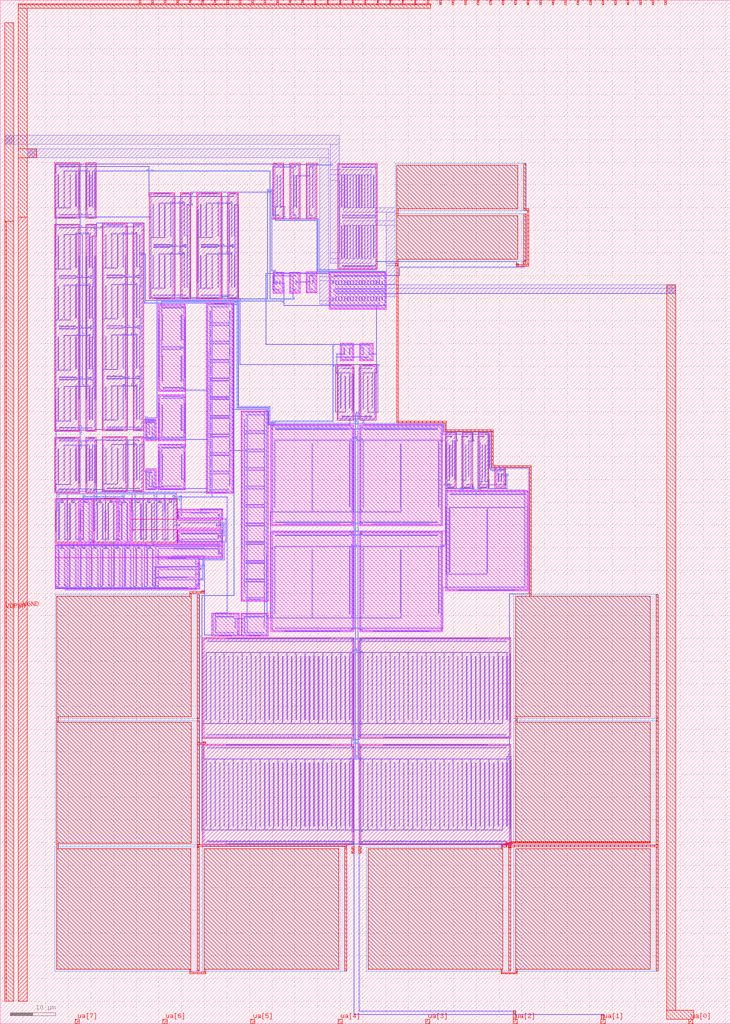
<source format=lef>
VERSION 5.7 ;
  NOWIREEXTENSIONATPIN ON ;
  DIVIDERCHAR "/" ;
  BUSBITCHARS "[]" ;
MACRO tt_um_rburt16_opamp_3stage
  CLASS BLOCK ;
  FOREIGN tt_um_rburt16_opamp_3stage ;
  ORIGIN 0.000 0.000 ;
  SIZE 161.000 BY 225.760 ;
  PIN clk
    DIRECTION INPUT ;
    USE SIGNAL ;
    PORT
      LAYER met4 ;
        RECT 143.830 224.760 144.130 225.760 ;
    END
  END clk
  PIN ena
    DIRECTION INPUT ;
    USE SIGNAL ;
    PORT
      LAYER met4 ;
        RECT 146.590 224.760 146.890 225.760 ;
    END
  END ena
  PIN rst_n
    DIRECTION INPUT ;
    USE SIGNAL ;
    PORT
      LAYER met4 ;
        RECT 141.070 224.760 141.370 225.760 ;
    END
  END rst_n
  PIN ua[0]
    DIRECTION INOUT ;
    USE SIGNAL ;
    ANTENNADIFFAREA 47.849998 ;
    PORT
      LAYER met4 ;
        RECT 151.810 0.000 152.710 1.000 ;
    END
  END ua[0]
  PIN ua[1]
    DIRECTION INOUT ;
    USE SIGNAL ;
    ANTENNAGATEAREA 896.000000 ;
    PORT
      LAYER met4 ;
        RECT 132.490 0.000 133.390 1.000 ;
    END
  END ua[1]
  PIN ua[2]
    DIRECTION INOUT ;
    USE SIGNAL ;
    ANTENNAGATEAREA 896.000000 ;
    PORT
      LAYER met4 ;
        RECT 113.170 0.000 114.070 1.000 ;
    END
  END ua[2]
  PIN ua[3]
    DIRECTION INOUT ;
    USE SIGNAL ;
    PORT
      LAYER met4 ;
        RECT 93.850 0.000 94.750 1.000 ;
    END
  END ua[3]
  PIN ua[4]
    DIRECTION INOUT ;
    USE SIGNAL ;
    PORT
      LAYER met4 ;
        RECT 74.530 0.000 75.430 1.000 ;
    END
  END ua[4]
  PIN ua[5]
    DIRECTION INOUT ;
    USE SIGNAL ;
    PORT
      LAYER met4 ;
        RECT 55.210 0.000 56.110 1.000 ;
    END
  END ua[5]
  PIN ua[6]
    DIRECTION INOUT ;
    USE SIGNAL ;
    PORT
      LAYER met4 ;
        RECT 35.890 0.000 36.790 1.000 ;
    END
  END ua[6]
  PIN ua[7]
    DIRECTION INOUT ;
    USE SIGNAL ;
    PORT
      LAYER met4 ;
        RECT 16.570 0.000 17.470 1.000 ;
    END
  END ua[7]
  PIN ui_in[0]
    DIRECTION INPUT ;
    USE SIGNAL ;
    PORT
      LAYER met4 ;
        RECT 138.310 224.760 138.610 225.760 ;
    END
  END ui_in[0]
  PIN ui_in[1]
    DIRECTION INPUT ;
    USE SIGNAL ;
    PORT
      LAYER met4 ;
        RECT 135.550 224.760 135.850 225.760 ;
    END
  END ui_in[1]
  PIN ui_in[2]
    DIRECTION INPUT ;
    USE SIGNAL ;
    PORT
      LAYER met4 ;
        RECT 132.790 224.760 133.090 225.760 ;
    END
  END ui_in[2]
  PIN ui_in[3]
    DIRECTION INPUT ;
    USE SIGNAL ;
    PORT
      LAYER met4 ;
        RECT 130.030 224.760 130.330 225.760 ;
    END
  END ui_in[3]
  PIN ui_in[4]
    DIRECTION INPUT ;
    USE SIGNAL ;
    PORT
      LAYER met4 ;
        RECT 127.270 224.760 127.570 225.760 ;
    END
  END ui_in[4]
  PIN ui_in[5]
    DIRECTION INPUT ;
    USE SIGNAL ;
    PORT
      LAYER met4 ;
        RECT 124.510 224.760 124.810 225.760 ;
    END
  END ui_in[5]
  PIN ui_in[6]
    DIRECTION INPUT ;
    USE SIGNAL ;
    PORT
      LAYER met4 ;
        RECT 121.750 224.760 122.050 225.760 ;
    END
  END ui_in[6]
  PIN ui_in[7]
    DIRECTION INPUT ;
    USE SIGNAL ;
    PORT
      LAYER met4 ;
        RECT 118.990 224.760 119.290 225.760 ;
    END
  END ui_in[7]
  PIN uio_in[0]
    DIRECTION INPUT ;
    USE SIGNAL ;
    PORT
      LAYER met4 ;
        RECT 116.230 224.760 116.530 225.760 ;
    END
  END uio_in[0]
  PIN uio_in[1]
    DIRECTION INPUT ;
    USE SIGNAL ;
    PORT
      LAYER met4 ;
        RECT 113.470 224.760 113.770 225.760 ;
    END
  END uio_in[1]
  PIN uio_in[2]
    DIRECTION INPUT ;
    USE SIGNAL ;
    PORT
      LAYER met4 ;
        RECT 110.710 224.760 111.010 225.760 ;
    END
  END uio_in[2]
  PIN uio_in[3]
    DIRECTION INPUT ;
    USE SIGNAL ;
    PORT
      LAYER met4 ;
        RECT 107.950 224.760 108.250 225.760 ;
    END
  END uio_in[3]
  PIN uio_in[4]
    DIRECTION INPUT ;
    USE SIGNAL ;
    PORT
      LAYER met4 ;
        RECT 105.190 224.760 105.490 225.760 ;
    END
  END uio_in[4]
  PIN uio_in[5]
    DIRECTION INPUT ;
    USE SIGNAL ;
    PORT
      LAYER met4 ;
        RECT 102.430 224.760 102.730 225.760 ;
    END
  END uio_in[5]
  PIN uio_in[6]
    DIRECTION INPUT ;
    USE SIGNAL ;
    PORT
      LAYER met4 ;
        RECT 99.670 224.760 99.970 225.760 ;
    END
  END uio_in[6]
  PIN uio_in[7]
    DIRECTION INPUT ;
    USE SIGNAL ;
    PORT
      LAYER met4 ;
        RECT 96.910 224.760 97.210 225.760 ;
    END
  END uio_in[7]
  PIN uio_oe[0]
    DIRECTION OUTPUT ;
    USE SIGNAL ;
    ANTENNAGATEAREA 4.375000 ;
    ANTENNADIFFAREA 261.713989 ;
    PORT
      LAYER met4 ;
        RECT 49.990 224.760 50.290 225.760 ;
    END
  END uio_oe[0]
  PIN uio_oe[1]
    DIRECTION OUTPUT ;
    USE SIGNAL ;
    ANTENNAGATEAREA 4.375000 ;
    ANTENNADIFFAREA 261.713989 ;
    PORT
      LAYER met4 ;
        RECT 47.230 224.760 47.530 225.760 ;
    END
  END uio_oe[1]
  PIN uio_oe[2]
    DIRECTION OUTPUT ;
    USE SIGNAL ;
    ANTENNAGATEAREA 4.375000 ;
    ANTENNADIFFAREA 261.713989 ;
    PORT
      LAYER met4 ;
        RECT 44.470 224.760 44.770 225.760 ;
    END
  END uio_oe[2]
  PIN uio_oe[3]
    DIRECTION OUTPUT ;
    USE SIGNAL ;
    ANTENNAGATEAREA 4.375000 ;
    ANTENNADIFFAREA 261.713989 ;
    PORT
      LAYER met4 ;
        RECT 41.710 224.760 42.010 225.760 ;
    END
  END uio_oe[3]
  PIN uio_oe[4]
    DIRECTION OUTPUT ;
    USE SIGNAL ;
    ANTENNAGATEAREA 4.375000 ;
    ANTENNADIFFAREA 261.713989 ;
    PORT
      LAYER met4 ;
        RECT 38.950 224.760 39.250 225.760 ;
    END
  END uio_oe[4]
  PIN uio_oe[5]
    DIRECTION OUTPUT ;
    USE SIGNAL ;
    ANTENNAGATEAREA 4.375000 ;
    ANTENNADIFFAREA 261.713989 ;
    PORT
      LAYER met4 ;
        RECT 36.190 224.760 36.490 225.760 ;
    END
  END uio_oe[5]
  PIN uio_oe[6]
    DIRECTION OUTPUT ;
    USE SIGNAL ;
    ANTENNAGATEAREA 4.375000 ;
    ANTENNADIFFAREA 261.713989 ;
    PORT
      LAYER met4 ;
        RECT 33.430 224.760 33.730 225.760 ;
    END
  END uio_oe[6]
  PIN uio_oe[7]
    DIRECTION OUTPUT ;
    USE SIGNAL ;
    ANTENNAGATEAREA 4.375000 ;
    ANTENNADIFFAREA 261.713989 ;
    PORT
      LAYER met4 ;
        RECT 30.670 224.760 30.970 225.760 ;
    END
  END uio_oe[7]
  PIN uio_out[0]
    DIRECTION OUTPUT ;
    USE SIGNAL ;
    ANTENNAGATEAREA 4.375000 ;
    ANTENNADIFFAREA 261.713989 ;
    PORT
      LAYER met4 ;
        RECT 72.070 224.760 72.370 225.760 ;
    END
  END uio_out[0]
  PIN uio_out[1]
    DIRECTION OUTPUT ;
    USE SIGNAL ;
    ANTENNAGATEAREA 4.375000 ;
    ANTENNADIFFAREA 261.713989 ;
    PORT
      LAYER met4 ;
        RECT 69.310 224.760 69.610 225.760 ;
    END
  END uio_out[1]
  PIN uio_out[2]
    DIRECTION OUTPUT ;
    USE SIGNAL ;
    ANTENNAGATEAREA 4.375000 ;
    ANTENNADIFFAREA 261.713989 ;
    PORT
      LAYER met4 ;
        RECT 66.550 224.760 66.850 225.760 ;
    END
  END uio_out[2]
  PIN uio_out[3]
    DIRECTION OUTPUT ;
    USE SIGNAL ;
    ANTENNAGATEAREA 4.375000 ;
    ANTENNADIFFAREA 261.713989 ;
    PORT
      LAYER met4 ;
        RECT 63.790 224.760 64.090 225.760 ;
    END
  END uio_out[3]
  PIN uio_out[4]
    DIRECTION OUTPUT ;
    USE SIGNAL ;
    ANTENNAGATEAREA 4.375000 ;
    ANTENNADIFFAREA 261.713989 ;
    PORT
      LAYER met4 ;
        RECT 61.030 224.760 61.330 225.760 ;
    END
  END uio_out[4]
  PIN uio_out[5]
    DIRECTION OUTPUT ;
    USE SIGNAL ;
    ANTENNAGATEAREA 4.375000 ;
    ANTENNADIFFAREA 261.713989 ;
    PORT
      LAYER met4 ;
        RECT 58.270 224.760 58.570 225.760 ;
    END
  END uio_out[5]
  PIN uio_out[6]
    DIRECTION OUTPUT ;
    USE SIGNAL ;
    ANTENNAGATEAREA 4.375000 ;
    ANTENNADIFFAREA 261.713989 ;
    PORT
      LAYER met4 ;
        RECT 55.510 224.760 55.810 225.760 ;
    END
  END uio_out[6]
  PIN uio_out[7]
    DIRECTION OUTPUT ;
    USE SIGNAL ;
    ANTENNAGATEAREA 4.375000 ;
    ANTENNADIFFAREA 261.713989 ;
    PORT
      LAYER met4 ;
        RECT 52.750 224.760 53.050 225.760 ;
    END
  END uio_out[7]
  PIN uo_out[0]
    DIRECTION OUTPUT ;
    USE SIGNAL ;
    ANTENNAGATEAREA 4.375000 ;
    ANTENNADIFFAREA 261.713989 ;
    PORT
      LAYER met4 ;
        RECT 94.150 224.760 94.450 225.760 ;
    END
  END uo_out[0]
  PIN uo_out[1]
    DIRECTION OUTPUT ;
    USE SIGNAL ;
    ANTENNAGATEAREA 4.375000 ;
    ANTENNADIFFAREA 261.713989 ;
    PORT
      LAYER met4 ;
        RECT 91.390 224.760 91.690 225.760 ;
    END
  END uo_out[1]
  PIN uo_out[2]
    DIRECTION OUTPUT ;
    USE SIGNAL ;
    ANTENNAGATEAREA 4.375000 ;
    ANTENNADIFFAREA 261.713989 ;
    PORT
      LAYER met4 ;
        RECT 88.630 224.760 88.930 225.760 ;
    END
  END uo_out[2]
  PIN uo_out[3]
    DIRECTION OUTPUT ;
    USE SIGNAL ;
    ANTENNAGATEAREA 4.375000 ;
    ANTENNADIFFAREA 261.713989 ;
    PORT
      LAYER met4 ;
        RECT 85.870 224.760 86.170 225.760 ;
    END
  END uo_out[3]
  PIN uo_out[4]
    DIRECTION OUTPUT ;
    USE SIGNAL ;
    ANTENNAGATEAREA 4.375000 ;
    ANTENNADIFFAREA 261.713989 ;
    PORT
      LAYER met4 ;
        RECT 83.110 224.760 83.410 225.760 ;
    END
  END uo_out[4]
  PIN uo_out[5]
    DIRECTION OUTPUT ;
    USE SIGNAL ;
    ANTENNAGATEAREA 4.375000 ;
    ANTENNADIFFAREA 261.713989 ;
    PORT
      LAYER met4 ;
        RECT 80.350 224.760 80.650 225.760 ;
    END
  END uo_out[5]
  PIN uo_out[6]
    DIRECTION OUTPUT ;
    USE SIGNAL ;
    ANTENNAGATEAREA 4.375000 ;
    ANTENNADIFFAREA 261.713989 ;
    PORT
      LAYER met4 ;
        RECT 77.590 224.760 77.890 225.760 ;
    END
  END uo_out[6]
  PIN uo_out[7]
    DIRECTION OUTPUT ;
    USE SIGNAL ;
    ANTENNAGATEAREA 4.375000 ;
    ANTENNADIFFAREA 261.713989 ;
    PORT
      LAYER met4 ;
        RECT 74.830 224.760 75.130 225.760 ;
    END
  END uo_out[7]
  PIN VDPWR
    DIRECTION INOUT ;
    USE POWER ;
    PORT
      LAYER met4 ;
        RECT 1.000 5.000 1.300 177.000 ;
    END
  END VDPWR
  PIN VGND
    DIRECTION INOUT ;
    USE GROUND ;
    PORT
      LAYER met4 ;
        RECT 4.000 5.000 6.000 177.850 ;
    END
  END VGND
  OBS
      LAYER nwell ;
        RECT 12.000 177.650 17.540 189.840 ;
        RECT 18.850 177.650 21.160 189.840 ;
        RECT 12.000 130.650 17.540 176.380 ;
        RECT 18.850 130.650 21.160 176.380 ;
        RECT 22.450 130.800 27.990 176.530 ;
        RECT 29.300 130.800 31.610 176.530 ;
        RECT 32.900 159.900 38.440 183.270 ;
        RECT 39.750 159.900 42.060 183.270 ;
        RECT 43.350 159.900 48.890 183.270 ;
        RECT 50.200 159.900 52.510 183.270 ;
        RECT 60.250 177.550 62.560 189.740 ;
        RECT 63.850 177.550 66.160 189.740 ;
        RECT 67.450 177.550 69.760 189.740 ;
        RECT 74.450 166.350 83.160 189.720 ;
      LAYER pwell ;
        RECT 60.200 161.150 62.510 165.750 ;
        RECT 63.800 161.150 66.110 165.750 ;
        RECT 67.450 161.200 69.760 165.800 ;
        RECT 34.850 139.450 40.810 158.640 ;
      LAYER nwell ;
        RECT 12.000 117.150 17.540 129.340 ;
        RECT 18.850 117.150 21.160 129.340 ;
        RECT 22.450 117.300 27.990 129.490 ;
        RECT 29.300 117.300 31.610 129.490 ;
      LAYER pwell ;
        RECT 32.050 128.600 34.360 133.200 ;
        RECT 34.850 128.600 40.810 138.700 ;
        RECT 32.050 117.750 34.360 122.350 ;
        RECT 34.855 117.755 40.815 127.855 ;
        RECT 45.450 117.000 51.410 158.910 ;
        RECT 72.550 157.600 85.100 165.790 ;
        RECT 75.000 146.250 77.960 150.040 ;
        RECT 79.250 146.250 82.210 150.040 ;
      LAYER nwell ;
        RECT 22.950 115.840 25.910 115.845 ;
        RECT 12.120 106.000 17.510 115.840 ;
      LAYER pwell ;
        RECT 17.520 106.000 20.480 115.790 ;
      LAYER nwell ;
        RECT 20.520 106.005 25.910 115.840 ;
      LAYER pwell ;
        RECT 25.930 106.015 28.890 115.805 ;
      LAYER nwell ;
        RECT 28.920 111.260 39.075 115.840 ;
      LAYER pwell ;
        RECT 39.120 111.300 49.080 113.510 ;
      LAYER nwell ;
        RECT 28.920 109.000 48.580 111.260 ;
        RECT 20.520 106.000 23.480 106.005 ;
        RECT 28.920 106.000 39.075 109.000 ;
      LAYER pwell ;
        RECT 39.120 106.000 48.910 108.960 ;
        RECT 12.100 105.590 34.500 105.690 ;
        RECT 12.100 102.800 49.080 105.590 ;
        RECT 12.100 95.900 43.980 102.800 ;
        RECT 53.100 93.200 59.060 135.110 ;
      LAYER nwell ;
        RECT 74.300 133.150 77.950 145.340 ;
        RECT 79.250 133.150 82.900 145.340 ;
      LAYER pwell ;
        RECT 59.700 109.850 77.950 131.950 ;
        RECT 79.250 109.850 97.500 131.950 ;
      LAYER nwell ;
        RECT 98.250 118.100 100.560 130.290 ;
        RECT 101.850 118.100 104.160 130.290 ;
        RECT 105.450 118.100 107.760 130.290 ;
        RECT 109.050 118.100 111.360 122.790 ;
      LAYER pwell ;
        RECT 46.700 85.450 52.660 90.550 ;
        RECT 53.100 85.450 59.060 90.550 ;
        RECT 59.700 86.450 77.950 108.550 ;
        RECT 79.250 86.450 97.500 108.550 ;
        RECT 98.250 95.500 116.500 117.600 ;
      LAYER nwell ;
        RECT 44.600 62.950 77.950 85.140 ;
        RECT 79.250 62.950 112.600 85.140 ;
        RECT 44.600 39.450 77.950 61.640 ;
        RECT 79.250 39.450 112.600 61.640 ;
      LAYER li1 ;
        RECT 12.180 189.490 17.360 189.660 ;
        RECT 12.180 178.000 12.350 189.490 ;
        RECT 13.060 188.980 13.900 189.150 ;
        RECT 14.350 188.980 15.190 189.150 ;
        RECT 15.640 188.980 16.480 189.150 ;
        RECT 12.750 180.205 12.920 187.285 ;
        RECT 14.040 180.205 14.210 187.285 ;
        RECT 15.330 180.205 15.500 187.285 ;
        RECT 16.620 180.205 16.790 187.285 ;
        RECT 13.060 178.340 13.900 178.510 ;
        RECT 14.350 178.340 15.190 178.510 ;
        RECT 15.640 178.340 16.480 178.510 ;
        RECT 17.190 178.000 17.360 189.490 ;
        RECT 12.180 177.830 17.360 178.000 ;
        RECT 19.030 189.490 20.980 189.660 ;
        RECT 19.030 178.000 19.200 189.490 ;
        RECT 19.840 188.980 20.170 189.150 ;
        RECT 19.600 180.205 19.770 187.285 ;
        RECT 20.240 180.205 20.410 187.285 ;
        RECT 19.840 178.340 20.170 178.510 ;
        RECT 20.810 178.000 20.980 189.490 ;
        RECT 60.430 189.390 62.380 189.560 ;
        RECT 19.030 177.830 20.980 178.000 ;
        RECT 33.080 182.920 38.260 183.090 ;
        RECT 12.180 176.030 17.360 176.200 ;
        RECT 12.180 131.000 12.350 176.030 ;
        RECT 13.060 175.520 13.900 175.690 ;
        RECT 14.350 175.520 15.190 175.690 ;
        RECT 15.640 175.520 16.480 175.690 ;
        RECT 12.750 166.745 12.920 173.825 ;
        RECT 14.040 166.745 14.210 173.825 ;
        RECT 15.330 166.745 15.500 173.825 ;
        RECT 16.620 166.745 16.790 173.825 ;
        RECT 13.060 164.880 13.900 165.050 ;
        RECT 14.350 164.880 15.190 165.050 ;
        RECT 15.640 164.880 16.480 165.050 ;
        RECT 13.060 164.340 13.900 164.510 ;
        RECT 14.350 164.340 15.190 164.510 ;
        RECT 15.640 164.340 16.480 164.510 ;
        RECT 12.750 155.565 12.920 162.645 ;
        RECT 14.040 155.565 14.210 162.645 ;
        RECT 15.330 155.565 15.500 162.645 ;
        RECT 16.620 155.565 16.790 162.645 ;
        RECT 13.060 153.700 13.900 153.870 ;
        RECT 14.350 153.700 15.190 153.870 ;
        RECT 15.640 153.700 16.480 153.870 ;
        RECT 13.060 153.160 13.900 153.330 ;
        RECT 14.350 153.160 15.190 153.330 ;
        RECT 15.640 153.160 16.480 153.330 ;
        RECT 12.750 144.385 12.920 151.465 ;
        RECT 14.040 144.385 14.210 151.465 ;
        RECT 15.330 144.385 15.500 151.465 ;
        RECT 16.620 144.385 16.790 151.465 ;
        RECT 13.060 142.520 13.900 142.690 ;
        RECT 14.350 142.520 15.190 142.690 ;
        RECT 15.640 142.520 16.480 142.690 ;
        RECT 13.060 141.980 13.900 142.150 ;
        RECT 14.350 141.980 15.190 142.150 ;
        RECT 15.640 141.980 16.480 142.150 ;
        RECT 12.750 133.205 12.920 140.285 ;
        RECT 14.040 133.205 14.210 140.285 ;
        RECT 15.330 133.205 15.500 140.285 ;
        RECT 16.620 133.205 16.790 140.285 ;
        RECT 13.060 131.340 13.900 131.510 ;
        RECT 14.350 131.340 15.190 131.510 ;
        RECT 15.640 131.340 16.480 131.510 ;
        RECT 17.190 131.000 17.360 176.030 ;
        RECT 12.180 130.830 17.360 131.000 ;
        RECT 19.030 176.030 20.980 176.200 ;
        RECT 19.030 131.000 19.200 176.030 ;
        RECT 19.840 175.520 20.170 175.690 ;
        RECT 19.600 166.745 19.770 173.825 ;
        RECT 20.240 166.745 20.410 173.825 ;
        RECT 19.840 164.880 20.170 165.050 ;
        RECT 19.840 164.340 20.170 164.510 ;
        RECT 19.600 155.565 19.770 162.645 ;
        RECT 20.240 155.565 20.410 162.645 ;
        RECT 19.840 153.700 20.170 153.870 ;
        RECT 19.840 153.160 20.170 153.330 ;
        RECT 19.600 144.385 19.770 151.465 ;
        RECT 20.240 144.385 20.410 151.465 ;
        RECT 19.840 142.520 20.170 142.690 ;
        RECT 19.840 141.980 20.170 142.150 ;
        RECT 19.600 133.205 19.770 140.285 ;
        RECT 20.240 133.205 20.410 140.285 ;
        RECT 19.840 131.340 20.170 131.510 ;
        RECT 20.810 131.000 20.980 176.030 ;
        RECT 19.030 130.830 20.980 131.000 ;
        RECT 22.630 176.180 27.810 176.350 ;
        RECT 22.630 131.150 22.800 176.180 ;
        RECT 23.510 175.670 24.350 175.840 ;
        RECT 24.800 175.670 25.640 175.840 ;
        RECT 26.090 175.670 26.930 175.840 ;
        RECT 23.200 166.895 23.370 173.975 ;
        RECT 24.490 166.895 24.660 173.975 ;
        RECT 25.780 166.895 25.950 173.975 ;
        RECT 27.070 166.895 27.240 173.975 ;
        RECT 23.510 165.030 24.350 165.200 ;
        RECT 24.800 165.030 25.640 165.200 ;
        RECT 26.090 165.030 26.930 165.200 ;
        RECT 23.510 164.490 24.350 164.660 ;
        RECT 24.800 164.490 25.640 164.660 ;
        RECT 26.090 164.490 26.930 164.660 ;
        RECT 23.200 155.715 23.370 162.795 ;
        RECT 24.490 155.715 24.660 162.795 ;
        RECT 25.780 155.715 25.950 162.795 ;
        RECT 27.070 155.715 27.240 162.795 ;
        RECT 23.510 153.850 24.350 154.020 ;
        RECT 24.800 153.850 25.640 154.020 ;
        RECT 26.090 153.850 26.930 154.020 ;
        RECT 23.510 153.310 24.350 153.480 ;
        RECT 24.800 153.310 25.640 153.480 ;
        RECT 26.090 153.310 26.930 153.480 ;
        RECT 23.200 144.535 23.370 151.615 ;
        RECT 24.490 144.535 24.660 151.615 ;
        RECT 25.780 144.535 25.950 151.615 ;
        RECT 27.070 144.535 27.240 151.615 ;
        RECT 23.510 142.670 24.350 142.840 ;
        RECT 24.800 142.670 25.640 142.840 ;
        RECT 26.090 142.670 26.930 142.840 ;
        RECT 23.510 142.130 24.350 142.300 ;
        RECT 24.800 142.130 25.640 142.300 ;
        RECT 26.090 142.130 26.930 142.300 ;
        RECT 23.200 133.355 23.370 140.435 ;
        RECT 24.490 133.355 24.660 140.435 ;
        RECT 25.780 133.355 25.950 140.435 ;
        RECT 27.070 133.355 27.240 140.435 ;
        RECT 23.510 131.490 24.350 131.660 ;
        RECT 24.800 131.490 25.640 131.660 ;
        RECT 26.090 131.490 26.930 131.660 ;
        RECT 27.640 131.150 27.810 176.180 ;
        RECT 22.630 130.980 27.810 131.150 ;
        RECT 29.480 176.180 31.430 176.350 ;
        RECT 29.480 131.150 29.650 176.180 ;
        RECT 30.290 175.670 30.620 175.840 ;
        RECT 30.050 166.895 30.220 173.975 ;
        RECT 30.690 166.895 30.860 173.975 ;
        RECT 30.290 165.030 30.620 165.200 ;
        RECT 30.290 164.490 30.620 164.660 ;
        RECT 30.050 155.715 30.220 162.795 ;
        RECT 30.690 155.715 30.860 162.795 ;
        RECT 30.290 153.850 30.620 154.020 ;
        RECT 30.290 153.310 30.620 153.480 ;
        RECT 30.050 144.535 30.220 151.615 ;
        RECT 30.690 144.535 30.860 151.615 ;
        RECT 30.290 142.670 30.620 142.840 ;
        RECT 30.290 142.130 30.620 142.300 ;
        RECT 30.050 133.355 30.220 140.435 ;
        RECT 30.690 133.355 30.860 140.435 ;
        RECT 30.290 131.490 30.620 131.660 ;
        RECT 31.260 131.150 31.430 176.180 ;
        RECT 33.080 160.250 33.250 182.920 ;
        RECT 33.960 182.410 34.800 182.580 ;
        RECT 35.250 182.410 36.090 182.580 ;
        RECT 36.540 182.410 37.380 182.580 ;
        RECT 33.650 173.635 33.820 180.715 ;
        RECT 34.940 173.635 35.110 180.715 ;
        RECT 36.230 173.635 36.400 180.715 ;
        RECT 37.520 173.635 37.690 180.715 ;
        RECT 33.960 171.770 34.800 171.940 ;
        RECT 35.250 171.770 36.090 171.940 ;
        RECT 36.540 171.770 37.380 171.940 ;
        RECT 33.960 171.230 34.800 171.400 ;
        RECT 35.250 171.230 36.090 171.400 ;
        RECT 36.540 171.230 37.380 171.400 ;
        RECT 33.650 162.455 33.820 169.535 ;
        RECT 34.940 162.455 35.110 169.535 ;
        RECT 36.230 162.455 36.400 169.535 ;
        RECT 37.520 162.455 37.690 169.535 ;
        RECT 33.960 160.590 34.800 160.760 ;
        RECT 35.250 160.590 36.090 160.760 ;
        RECT 36.540 160.590 37.380 160.760 ;
        RECT 38.090 160.250 38.260 182.920 ;
        RECT 33.080 160.080 38.260 160.250 ;
        RECT 39.930 182.920 41.880 183.090 ;
        RECT 39.930 160.250 40.100 182.920 ;
        RECT 40.740 182.410 41.070 182.580 ;
        RECT 40.500 173.635 40.670 180.715 ;
        RECT 41.140 173.635 41.310 180.715 ;
        RECT 40.740 171.770 41.070 171.940 ;
        RECT 40.740 171.230 41.070 171.400 ;
        RECT 40.500 162.455 40.670 169.535 ;
        RECT 41.140 162.455 41.310 169.535 ;
        RECT 40.740 160.590 41.070 160.760 ;
        RECT 41.710 160.250 41.880 182.920 ;
        RECT 39.930 160.080 41.880 160.250 ;
        RECT 43.530 182.920 48.710 183.090 ;
        RECT 43.530 160.250 43.700 182.920 ;
        RECT 44.410 182.410 45.250 182.580 ;
        RECT 45.700 182.410 46.540 182.580 ;
        RECT 46.990 182.410 47.830 182.580 ;
        RECT 44.100 173.635 44.270 180.715 ;
        RECT 45.390 173.635 45.560 180.715 ;
        RECT 46.680 173.635 46.850 180.715 ;
        RECT 47.970 173.635 48.140 180.715 ;
        RECT 44.410 171.770 45.250 171.940 ;
        RECT 45.700 171.770 46.540 171.940 ;
        RECT 46.990 171.770 47.830 171.940 ;
        RECT 44.410 171.230 45.250 171.400 ;
        RECT 45.700 171.230 46.540 171.400 ;
        RECT 46.990 171.230 47.830 171.400 ;
        RECT 44.100 162.455 44.270 169.535 ;
        RECT 45.390 162.455 45.560 169.535 ;
        RECT 46.680 162.455 46.850 169.535 ;
        RECT 47.970 162.455 48.140 169.535 ;
        RECT 44.410 160.590 45.250 160.760 ;
        RECT 45.700 160.590 46.540 160.760 ;
        RECT 46.990 160.590 47.830 160.760 ;
        RECT 48.540 160.250 48.710 182.920 ;
        RECT 43.530 160.080 48.710 160.250 ;
        RECT 50.380 182.920 52.330 183.090 ;
        RECT 50.380 160.250 50.550 182.920 ;
        RECT 51.190 182.410 51.520 182.580 ;
        RECT 50.950 173.635 51.120 180.715 ;
        RECT 51.590 173.635 51.760 180.715 ;
        RECT 51.190 171.770 51.520 171.940 ;
        RECT 51.190 171.230 51.520 171.400 ;
        RECT 50.950 162.455 51.120 169.535 ;
        RECT 51.590 162.455 51.760 169.535 ;
        RECT 51.190 160.590 51.520 160.760 ;
        RECT 52.160 160.250 52.330 182.920 ;
        RECT 60.430 177.900 60.600 189.390 ;
        RECT 61.240 188.880 61.570 189.050 ;
        RECT 61.000 180.105 61.170 187.185 ;
        RECT 61.640 180.105 61.810 187.185 ;
        RECT 61.240 178.240 61.570 178.410 ;
        RECT 62.210 177.900 62.380 189.390 ;
        RECT 60.430 177.730 62.380 177.900 ;
        RECT 64.030 189.390 65.980 189.560 ;
        RECT 64.030 177.900 64.200 189.390 ;
        RECT 64.840 188.880 65.170 189.050 ;
        RECT 64.600 180.105 64.770 187.185 ;
        RECT 65.240 180.105 65.410 187.185 ;
        RECT 64.840 178.240 65.170 178.410 ;
        RECT 65.810 177.900 65.980 189.390 ;
        RECT 64.030 177.730 65.980 177.900 ;
        RECT 67.630 189.390 69.580 189.560 ;
        RECT 67.630 177.900 67.800 189.390 ;
        RECT 68.440 188.880 68.770 189.050 ;
        RECT 68.200 180.105 68.370 187.185 ;
        RECT 68.840 180.105 69.010 187.185 ;
        RECT 68.440 178.240 68.770 178.410 ;
        RECT 69.410 177.900 69.580 189.390 ;
        RECT 67.630 177.730 69.580 177.900 ;
        RECT 74.630 189.370 82.980 189.540 ;
        RECT 74.630 166.700 74.800 189.370 ;
        RECT 75.440 188.860 75.770 189.030 ;
        RECT 76.080 188.860 76.410 189.030 ;
        RECT 76.720 188.860 77.050 189.030 ;
        RECT 77.360 188.860 77.690 189.030 ;
        RECT 78.000 188.860 78.330 189.030 ;
        RECT 78.640 188.860 78.970 189.030 ;
        RECT 79.280 188.860 79.610 189.030 ;
        RECT 79.920 188.860 80.250 189.030 ;
        RECT 80.560 188.860 80.890 189.030 ;
        RECT 81.200 188.860 81.530 189.030 ;
        RECT 81.840 188.860 82.170 189.030 ;
        RECT 75.200 180.085 75.370 187.165 ;
        RECT 75.840 180.085 76.010 187.165 ;
        RECT 76.480 180.085 76.650 187.165 ;
        RECT 77.120 180.085 77.290 187.165 ;
        RECT 77.760 180.085 77.930 187.165 ;
        RECT 78.400 180.085 78.570 187.165 ;
        RECT 79.040 180.085 79.210 187.165 ;
        RECT 79.680 180.085 79.850 187.165 ;
        RECT 80.320 180.085 80.490 187.165 ;
        RECT 80.960 180.085 81.130 187.165 ;
        RECT 81.600 180.085 81.770 187.165 ;
        RECT 82.240 180.085 82.410 187.165 ;
        RECT 75.440 178.220 75.770 178.390 ;
        RECT 76.080 178.220 76.410 178.390 ;
        RECT 76.720 178.220 77.050 178.390 ;
        RECT 77.360 178.220 77.690 178.390 ;
        RECT 78.000 178.220 78.330 178.390 ;
        RECT 78.640 178.220 78.970 178.390 ;
        RECT 79.280 178.220 79.610 178.390 ;
        RECT 79.920 178.220 80.250 178.390 ;
        RECT 80.560 178.220 80.890 178.390 ;
        RECT 81.200 178.220 81.530 178.390 ;
        RECT 81.840 178.220 82.170 178.390 ;
        RECT 75.440 177.680 75.770 177.850 ;
        RECT 76.080 177.680 76.410 177.850 ;
        RECT 76.720 177.680 77.050 177.850 ;
        RECT 77.360 177.680 77.690 177.850 ;
        RECT 78.000 177.680 78.330 177.850 ;
        RECT 78.640 177.680 78.970 177.850 ;
        RECT 79.280 177.680 79.610 177.850 ;
        RECT 79.920 177.680 80.250 177.850 ;
        RECT 80.560 177.680 80.890 177.850 ;
        RECT 81.200 177.680 81.530 177.850 ;
        RECT 81.840 177.680 82.170 177.850 ;
        RECT 75.200 168.905 75.370 175.985 ;
        RECT 75.840 168.905 76.010 175.985 ;
        RECT 76.480 168.905 76.650 175.985 ;
        RECT 77.120 168.905 77.290 175.985 ;
        RECT 77.760 168.905 77.930 175.985 ;
        RECT 78.400 168.905 78.570 175.985 ;
        RECT 79.040 168.905 79.210 175.985 ;
        RECT 79.680 168.905 79.850 175.985 ;
        RECT 80.320 168.905 80.490 175.985 ;
        RECT 80.960 168.905 81.130 175.985 ;
        RECT 81.600 168.905 81.770 175.985 ;
        RECT 82.240 168.905 82.410 175.985 ;
        RECT 75.440 167.040 75.770 167.210 ;
        RECT 76.080 167.040 76.410 167.210 ;
        RECT 76.720 167.040 77.050 167.210 ;
        RECT 77.360 167.040 77.690 167.210 ;
        RECT 78.000 167.040 78.330 167.210 ;
        RECT 78.640 167.040 78.970 167.210 ;
        RECT 79.280 167.040 79.610 167.210 ;
        RECT 79.920 167.040 80.250 167.210 ;
        RECT 80.560 167.040 80.890 167.210 ;
        RECT 81.200 167.040 81.530 167.210 ;
        RECT 81.840 167.040 82.170 167.210 ;
        RECT 82.810 166.700 82.980 189.370 ;
        RECT 74.630 166.530 82.980 166.700 ;
        RECT 60.380 165.400 62.330 165.570 ;
        RECT 60.380 161.500 60.550 165.400 ;
        RECT 61.190 164.890 61.520 165.060 ;
        RECT 60.950 163.130 61.120 163.770 ;
        RECT 61.590 163.130 61.760 163.770 ;
        RECT 61.190 161.840 61.520 162.010 ;
        RECT 62.160 161.500 62.330 165.400 ;
        RECT 60.380 161.330 62.330 161.500 ;
        RECT 63.980 165.400 65.930 165.570 ;
        RECT 63.980 161.500 64.150 165.400 ;
        RECT 64.790 164.890 65.120 165.060 ;
        RECT 64.550 163.130 64.720 163.770 ;
        RECT 65.190 163.130 65.360 163.770 ;
        RECT 64.790 161.840 65.120 162.010 ;
        RECT 65.760 161.500 65.930 165.400 ;
        RECT 63.980 161.330 65.930 161.500 ;
        RECT 67.630 165.450 69.580 165.620 ;
        RECT 67.630 161.550 67.800 165.450 ;
        RECT 68.440 164.940 68.770 165.110 ;
        RECT 68.200 163.180 68.370 163.820 ;
        RECT 68.840 163.180 69.010 163.820 ;
        RECT 68.440 161.890 68.770 162.060 ;
        RECT 69.410 161.550 69.580 165.450 ;
        RECT 67.630 161.380 69.580 161.550 ;
        RECT 72.730 165.440 84.920 165.610 ;
        RECT 50.380 160.080 52.330 160.250 ;
        RECT 45.630 158.560 51.230 158.730 ;
        RECT 35.030 158.290 40.630 158.460 ;
        RECT 35.030 139.800 35.200 158.290 ;
        RECT 35.910 157.780 39.750 157.950 ;
        RECT 35.600 150.750 35.770 156.430 ;
        RECT 39.890 150.750 40.060 156.430 ;
        RECT 35.910 149.230 39.750 149.400 ;
        RECT 35.910 148.690 39.750 148.860 ;
        RECT 35.600 141.660 35.770 147.340 ;
        RECT 39.890 141.660 40.060 147.340 ;
        RECT 35.910 140.140 39.750 140.310 ;
        RECT 40.460 139.800 40.630 158.290 ;
        RECT 35.030 139.630 40.630 139.800 ;
        RECT 35.030 138.350 40.630 138.520 ;
        RECT 29.480 130.980 31.430 131.150 ;
        RECT 32.230 132.850 34.180 133.020 ;
        RECT 12.180 128.990 17.360 129.160 ;
        RECT 12.180 117.500 12.350 128.990 ;
        RECT 13.060 128.480 13.900 128.650 ;
        RECT 14.350 128.480 15.190 128.650 ;
        RECT 15.640 128.480 16.480 128.650 ;
        RECT 12.750 119.705 12.920 126.785 ;
        RECT 14.040 119.705 14.210 126.785 ;
        RECT 15.330 119.705 15.500 126.785 ;
        RECT 16.620 119.705 16.790 126.785 ;
        RECT 13.060 117.840 13.900 118.010 ;
        RECT 14.350 117.840 15.190 118.010 ;
        RECT 15.640 117.840 16.480 118.010 ;
        RECT 17.190 117.500 17.360 128.990 ;
        RECT 12.180 117.330 17.360 117.500 ;
        RECT 19.030 128.990 20.980 129.160 ;
        RECT 19.030 117.500 19.200 128.990 ;
        RECT 19.840 128.480 20.170 128.650 ;
        RECT 19.600 119.705 19.770 126.785 ;
        RECT 20.240 119.705 20.410 126.785 ;
        RECT 19.840 117.840 20.170 118.010 ;
        RECT 20.810 117.500 20.980 128.990 ;
        RECT 19.030 117.330 20.980 117.500 ;
        RECT 22.630 129.140 27.810 129.310 ;
        RECT 22.630 117.650 22.800 129.140 ;
        RECT 23.510 128.630 24.350 128.800 ;
        RECT 24.800 128.630 25.640 128.800 ;
        RECT 26.090 128.630 26.930 128.800 ;
        RECT 23.200 119.855 23.370 126.935 ;
        RECT 24.490 119.855 24.660 126.935 ;
        RECT 25.780 119.855 25.950 126.935 ;
        RECT 27.070 119.855 27.240 126.935 ;
        RECT 23.510 117.990 24.350 118.160 ;
        RECT 24.800 117.990 25.640 118.160 ;
        RECT 26.090 117.990 26.930 118.160 ;
        RECT 27.640 117.650 27.810 129.140 ;
        RECT 22.630 117.480 27.810 117.650 ;
        RECT 29.480 129.140 31.430 129.310 ;
        RECT 29.480 117.650 29.650 129.140 ;
        RECT 30.290 128.630 30.620 128.800 ;
        RECT 30.050 119.855 30.220 126.935 ;
        RECT 30.690 119.855 30.860 126.935 ;
        RECT 30.290 117.990 30.620 118.160 ;
        RECT 31.260 117.650 31.430 129.140 ;
        RECT 32.230 128.950 32.400 132.850 ;
        RECT 33.040 132.340 33.370 132.510 ;
        RECT 32.800 129.985 32.970 131.815 ;
        RECT 33.440 129.985 33.610 131.815 ;
        RECT 33.040 129.290 33.370 129.460 ;
        RECT 34.010 128.950 34.180 132.850 ;
        RECT 32.230 128.780 34.180 128.950 ;
        RECT 35.030 128.950 35.200 138.350 ;
        RECT 35.910 137.840 39.750 138.010 ;
        RECT 35.600 130.810 35.770 136.490 ;
        RECT 39.890 130.810 40.060 136.490 ;
        RECT 35.910 129.290 39.750 129.460 ;
        RECT 40.460 128.950 40.630 138.350 ;
        RECT 35.030 128.780 40.630 128.950 ;
        RECT 35.035 127.505 40.635 127.675 ;
        RECT 32.230 122.000 34.180 122.170 ;
        RECT 32.230 118.100 32.400 122.000 ;
        RECT 33.040 121.490 33.370 121.660 ;
        RECT 32.800 119.135 32.970 120.965 ;
        RECT 33.440 119.135 33.610 120.965 ;
        RECT 33.040 118.440 33.370 118.610 ;
        RECT 34.010 118.100 34.180 122.000 ;
        RECT 32.230 117.930 34.180 118.100 ;
        RECT 35.035 118.105 35.205 127.505 ;
        RECT 35.915 126.995 39.755 127.165 ;
        RECT 35.605 119.965 35.775 125.645 ;
        RECT 39.895 119.965 40.065 125.645 ;
        RECT 35.915 118.445 39.755 118.615 ;
        RECT 40.465 118.105 40.635 127.505 ;
        RECT 35.035 117.935 40.635 118.105 ;
        RECT 29.480 117.480 31.430 117.650 ;
        RECT 45.630 117.350 45.800 158.560 ;
        RECT 46.510 158.050 50.350 158.220 ;
        RECT 46.200 155.560 46.370 157.160 ;
        RECT 50.490 155.560 50.660 157.160 ;
        RECT 46.510 154.500 50.350 154.670 ;
        RECT 46.510 153.960 50.350 154.130 ;
        RECT 46.200 151.470 46.370 153.070 ;
        RECT 50.490 151.470 50.660 153.070 ;
        RECT 46.510 150.410 50.350 150.580 ;
        RECT 46.510 149.870 50.350 150.040 ;
        RECT 46.200 147.380 46.370 148.980 ;
        RECT 50.490 147.380 50.660 148.980 ;
        RECT 46.510 146.320 50.350 146.490 ;
        RECT 46.510 145.780 50.350 145.950 ;
        RECT 46.200 143.290 46.370 144.890 ;
        RECT 50.490 143.290 50.660 144.890 ;
        RECT 46.510 142.230 50.350 142.400 ;
        RECT 46.510 141.690 50.350 141.860 ;
        RECT 46.200 139.200 46.370 140.800 ;
        RECT 50.490 139.200 50.660 140.800 ;
        RECT 46.510 138.140 50.350 138.310 ;
        RECT 46.510 137.600 50.350 137.770 ;
        RECT 46.200 135.110 46.370 136.710 ;
        RECT 50.490 135.110 50.660 136.710 ;
        RECT 46.510 134.050 50.350 134.220 ;
        RECT 46.510 133.510 50.350 133.680 ;
        RECT 46.200 131.020 46.370 132.620 ;
        RECT 50.490 131.020 50.660 132.620 ;
        RECT 46.510 129.960 50.350 130.130 ;
        RECT 46.510 129.420 50.350 129.590 ;
        RECT 46.200 126.930 46.370 128.530 ;
        RECT 50.490 126.930 50.660 128.530 ;
        RECT 46.510 125.870 50.350 126.040 ;
        RECT 46.510 125.330 50.350 125.500 ;
        RECT 46.200 122.840 46.370 124.440 ;
        RECT 50.490 122.840 50.660 124.440 ;
        RECT 46.510 121.780 50.350 121.950 ;
        RECT 46.510 121.240 50.350 121.410 ;
        RECT 46.200 118.750 46.370 120.350 ;
        RECT 50.490 118.750 50.660 120.350 ;
        RECT 46.510 117.690 50.350 117.860 ;
        RECT 51.060 117.350 51.230 158.560 ;
        RECT 72.730 157.950 72.900 165.440 ;
        RECT 73.540 164.930 73.870 165.100 ;
        RECT 74.180 164.930 74.510 165.100 ;
        RECT 74.820 164.930 75.150 165.100 ;
        RECT 75.460 164.930 75.790 165.100 ;
        RECT 76.100 164.930 76.430 165.100 ;
        RECT 76.740 164.930 77.070 165.100 ;
        RECT 77.380 164.930 77.710 165.100 ;
        RECT 78.020 164.930 78.350 165.100 ;
        RECT 78.660 164.930 78.990 165.100 ;
        RECT 79.300 164.930 79.630 165.100 ;
        RECT 79.940 164.930 80.270 165.100 ;
        RECT 80.580 164.930 80.910 165.100 ;
        RECT 81.220 164.930 81.550 165.100 ;
        RECT 81.860 164.930 82.190 165.100 ;
        RECT 82.500 164.930 82.830 165.100 ;
        RECT 83.140 164.930 83.470 165.100 ;
        RECT 83.780 164.930 84.110 165.100 ;
        RECT 73.300 163.170 73.470 163.810 ;
        RECT 73.940 163.170 74.110 163.810 ;
        RECT 74.580 163.170 74.750 163.810 ;
        RECT 75.220 163.170 75.390 163.810 ;
        RECT 75.860 163.170 76.030 163.810 ;
        RECT 76.500 163.170 76.670 163.810 ;
        RECT 77.140 163.170 77.310 163.810 ;
        RECT 77.780 163.170 77.950 163.810 ;
        RECT 78.420 163.170 78.590 163.810 ;
        RECT 79.060 163.170 79.230 163.810 ;
        RECT 79.700 163.170 79.870 163.810 ;
        RECT 80.340 163.170 80.510 163.810 ;
        RECT 80.980 163.170 81.150 163.810 ;
        RECT 81.620 163.170 81.790 163.810 ;
        RECT 82.260 163.170 82.430 163.810 ;
        RECT 82.900 163.170 83.070 163.810 ;
        RECT 83.540 163.170 83.710 163.810 ;
        RECT 84.180 163.170 84.350 163.810 ;
        RECT 73.540 161.880 73.870 162.050 ;
        RECT 74.180 161.880 74.510 162.050 ;
        RECT 74.820 161.880 75.150 162.050 ;
        RECT 75.460 161.880 75.790 162.050 ;
        RECT 76.100 161.880 76.430 162.050 ;
        RECT 76.740 161.880 77.070 162.050 ;
        RECT 77.380 161.880 77.710 162.050 ;
        RECT 78.020 161.880 78.350 162.050 ;
        RECT 78.660 161.880 78.990 162.050 ;
        RECT 79.300 161.880 79.630 162.050 ;
        RECT 79.940 161.880 80.270 162.050 ;
        RECT 80.580 161.880 80.910 162.050 ;
        RECT 81.220 161.880 81.550 162.050 ;
        RECT 81.860 161.880 82.190 162.050 ;
        RECT 82.500 161.880 82.830 162.050 ;
        RECT 83.140 161.880 83.470 162.050 ;
        RECT 83.780 161.880 84.110 162.050 ;
        RECT 73.540 161.340 73.870 161.510 ;
        RECT 74.180 161.340 74.510 161.510 ;
        RECT 74.820 161.340 75.150 161.510 ;
        RECT 75.460 161.340 75.790 161.510 ;
        RECT 76.100 161.340 76.430 161.510 ;
        RECT 76.740 161.340 77.070 161.510 ;
        RECT 77.380 161.340 77.710 161.510 ;
        RECT 78.020 161.340 78.350 161.510 ;
        RECT 78.660 161.340 78.990 161.510 ;
        RECT 79.300 161.340 79.630 161.510 ;
        RECT 79.940 161.340 80.270 161.510 ;
        RECT 80.580 161.340 80.910 161.510 ;
        RECT 81.220 161.340 81.550 161.510 ;
        RECT 81.860 161.340 82.190 161.510 ;
        RECT 82.500 161.340 82.830 161.510 ;
        RECT 83.140 161.340 83.470 161.510 ;
        RECT 83.780 161.340 84.110 161.510 ;
        RECT 73.300 159.580 73.470 160.220 ;
        RECT 73.940 159.580 74.110 160.220 ;
        RECT 74.580 159.580 74.750 160.220 ;
        RECT 75.220 159.580 75.390 160.220 ;
        RECT 75.860 159.580 76.030 160.220 ;
        RECT 76.500 159.580 76.670 160.220 ;
        RECT 77.140 159.580 77.310 160.220 ;
        RECT 77.780 159.580 77.950 160.220 ;
        RECT 78.420 159.580 78.590 160.220 ;
        RECT 79.060 159.580 79.230 160.220 ;
        RECT 79.700 159.580 79.870 160.220 ;
        RECT 80.340 159.580 80.510 160.220 ;
        RECT 80.980 159.580 81.150 160.220 ;
        RECT 81.620 159.580 81.790 160.220 ;
        RECT 82.260 159.580 82.430 160.220 ;
        RECT 82.900 159.580 83.070 160.220 ;
        RECT 83.540 159.580 83.710 160.220 ;
        RECT 84.180 159.580 84.350 160.220 ;
        RECT 73.540 158.290 73.870 158.460 ;
        RECT 74.180 158.290 74.510 158.460 ;
        RECT 74.820 158.290 75.150 158.460 ;
        RECT 75.460 158.290 75.790 158.460 ;
        RECT 76.100 158.290 76.430 158.460 ;
        RECT 76.740 158.290 77.070 158.460 ;
        RECT 77.380 158.290 77.710 158.460 ;
        RECT 78.020 158.290 78.350 158.460 ;
        RECT 78.660 158.290 78.990 158.460 ;
        RECT 79.300 158.290 79.630 158.460 ;
        RECT 79.940 158.290 80.270 158.460 ;
        RECT 80.580 158.290 80.910 158.460 ;
        RECT 81.220 158.290 81.550 158.460 ;
        RECT 81.860 158.290 82.190 158.460 ;
        RECT 82.500 158.290 82.830 158.460 ;
        RECT 83.140 158.290 83.470 158.460 ;
        RECT 83.780 158.290 84.110 158.460 ;
        RECT 84.750 157.950 84.920 165.440 ;
        RECT 72.730 157.780 84.920 157.950 ;
        RECT 75.180 149.690 77.780 149.860 ;
        RECT 75.180 146.600 75.350 149.690 ;
        RECT 75.750 147.560 75.920 149.040 ;
        RECT 77.040 147.560 77.210 149.040 ;
        RECT 76.060 146.940 76.900 147.110 ;
        RECT 77.610 146.600 77.780 149.690 ;
        RECT 75.180 146.430 77.780 146.600 ;
        RECT 79.430 149.690 82.030 149.860 ;
        RECT 79.430 146.600 79.600 149.690 ;
        RECT 80.000 147.560 80.170 149.040 ;
        RECT 81.290 147.560 81.460 149.040 ;
        RECT 80.310 146.940 81.150 147.110 ;
        RECT 81.860 146.600 82.030 149.690 ;
        RECT 79.430 146.430 82.030 146.600 ;
        RECT 74.480 144.990 77.770 145.160 ;
        RECT 45.630 117.180 51.230 117.350 ;
        RECT 53.280 134.760 58.880 134.930 ;
        RECT 23.130 115.660 25.730 115.665 ;
        RECT 12.300 115.490 17.330 115.660 ;
        RECT 12.300 106.350 12.470 115.490 ;
        RECT 13.100 114.975 14.100 115.145 ;
        RECT 12.870 106.720 13.040 114.760 ;
        RECT 14.160 106.720 14.330 114.760 ;
        RECT 14.730 106.350 14.900 115.490 ;
        RECT 15.530 114.975 16.530 115.145 ;
        RECT 15.300 106.720 15.470 114.760 ;
        RECT 16.590 106.720 16.760 114.760 ;
        RECT 17.160 106.350 17.330 115.490 ;
        RECT 12.300 106.180 17.330 106.350 ;
        RECT 17.700 115.440 20.300 115.610 ;
        RECT 17.700 106.350 17.870 115.440 ;
        RECT 18.500 114.930 19.500 115.100 ;
        RECT 18.270 106.720 18.440 114.760 ;
        RECT 19.560 106.720 19.730 114.760 ;
        RECT 20.130 106.350 20.300 115.440 ;
        RECT 17.700 106.180 20.300 106.350 ;
        RECT 20.700 115.495 25.730 115.660 ;
        RECT 20.700 115.490 23.300 115.495 ;
        RECT 20.700 106.350 20.870 115.490 ;
        RECT 21.500 114.975 22.500 115.145 ;
        RECT 21.270 106.720 21.440 114.760 ;
        RECT 22.560 106.720 22.730 114.760 ;
        RECT 23.130 106.355 23.300 115.490 ;
        RECT 23.930 114.980 24.930 115.150 ;
        RECT 23.700 106.725 23.870 114.765 ;
        RECT 24.990 106.725 25.160 114.765 ;
        RECT 25.560 106.355 25.730 115.495 ;
        RECT 23.130 106.350 25.730 106.355 ;
        RECT 20.700 106.185 25.730 106.350 ;
        RECT 26.110 115.455 28.710 115.625 ;
        RECT 26.110 106.365 26.280 115.455 ;
        RECT 26.910 114.945 27.910 115.115 ;
        RECT 26.680 106.735 26.850 114.775 ;
        RECT 27.970 106.735 28.140 114.775 ;
        RECT 28.540 106.365 28.710 115.455 ;
        RECT 26.110 106.195 28.710 106.365 ;
        RECT 29.100 115.490 38.895 115.660 ;
        RECT 29.100 106.350 29.270 115.490 ;
        RECT 29.900 114.975 30.900 115.145 ;
        RECT 29.670 106.720 29.840 114.760 ;
        RECT 30.960 106.720 31.130 114.760 ;
        RECT 31.500 106.350 31.700 115.490 ;
        RECT 32.300 114.975 33.300 115.145 ;
        RECT 32.070 106.720 32.240 114.760 ;
        RECT 33.360 106.720 33.530 114.760 ;
        RECT 33.900 106.350 34.100 115.490 ;
        RECT 34.700 114.975 35.700 115.145 ;
        RECT 34.470 106.720 34.640 114.760 ;
        RECT 35.760 106.720 35.930 114.760 ;
        RECT 36.295 106.350 36.500 115.490 ;
        RECT 37.095 114.975 38.095 115.145 ;
        RECT 36.865 106.720 37.035 114.760 ;
        RECT 38.155 106.720 38.325 114.760 ;
        RECT 38.725 111.080 38.895 115.490 ;
        RECT 39.300 113.160 48.900 113.330 ;
        RECT 39.300 111.650 39.470 113.160 ;
        RECT 40.100 112.650 48.100 112.820 ;
        RECT 39.870 112.020 40.040 112.480 ;
        RECT 48.160 112.020 48.330 112.480 ;
        RECT 48.730 111.650 48.900 113.160 ;
        RECT 39.300 111.480 48.900 111.650 ;
        RECT 38.725 110.910 48.400 111.080 ;
        RECT 38.725 109.350 38.970 110.910 ;
        RECT 39.600 110.395 47.600 110.565 ;
        RECT 39.370 109.720 39.540 110.180 ;
        RECT 47.660 109.720 47.830 110.180 ;
        RECT 48.230 109.350 48.400 110.910 ;
        RECT 38.725 109.180 48.400 109.350 ;
        RECT 38.725 106.350 38.895 109.180 ;
        RECT 20.700 106.180 23.300 106.185 ;
        RECT 29.100 106.180 38.895 106.350 ;
        RECT 39.300 108.610 48.730 108.780 ;
        RECT 39.300 106.350 39.470 108.610 ;
        RECT 39.840 108.040 47.880 108.210 ;
        RECT 48.050 106.980 48.220 107.980 ;
        RECT 39.840 106.750 47.880 106.920 ;
        RECT 48.560 106.350 48.730 108.610 ;
        RECT 39.300 106.180 48.730 106.350 ;
        RECT 12.280 105.410 34.320 105.510 ;
        RECT 12.280 105.340 48.900 105.410 ;
        RECT 12.280 96.250 12.450 105.340 ;
        RECT 13.080 104.830 14.080 105.000 ;
        RECT 12.850 96.620 13.020 104.660 ;
        RECT 14.140 96.620 14.310 104.660 ;
        RECT 14.710 96.250 14.880 105.340 ;
        RECT 15.510 104.830 16.510 105.000 ;
        RECT 15.280 96.620 15.450 104.660 ;
        RECT 16.570 96.620 16.740 104.660 ;
        RECT 17.140 96.250 17.310 105.340 ;
        RECT 17.940 104.830 18.940 105.000 ;
        RECT 17.710 96.620 17.880 104.660 ;
        RECT 19.000 96.620 19.170 104.660 ;
        RECT 19.570 96.250 19.740 105.340 ;
        RECT 20.370 104.830 21.370 105.000 ;
        RECT 20.140 96.620 20.310 104.660 ;
        RECT 21.430 96.620 21.600 104.660 ;
        RECT 22.000 96.250 22.170 105.340 ;
        RECT 22.800 104.830 23.800 105.000 ;
        RECT 22.570 96.620 22.740 104.660 ;
        RECT 23.860 96.620 24.030 104.660 ;
        RECT 24.430 96.250 24.600 105.340 ;
        RECT 25.230 104.830 26.230 105.000 ;
        RECT 25.000 96.620 25.170 104.660 ;
        RECT 26.290 96.620 26.460 104.660 ;
        RECT 26.860 96.250 27.030 105.340 ;
        RECT 27.660 104.830 28.660 105.000 ;
        RECT 27.430 96.620 27.600 104.660 ;
        RECT 28.720 96.620 28.890 104.660 ;
        RECT 29.290 96.250 29.460 105.340 ;
        RECT 30.090 104.830 31.090 105.000 ;
        RECT 29.860 96.620 30.030 104.660 ;
        RECT 31.150 96.620 31.320 104.660 ;
        RECT 31.720 96.250 31.890 105.340 ;
        RECT 34.150 105.240 48.900 105.340 ;
        RECT 32.520 104.830 33.520 105.000 ;
        RECT 32.290 96.620 32.460 104.660 ;
        RECT 33.580 96.620 33.750 104.660 ;
        RECT 34.150 103.150 34.370 105.240 ;
        RECT 35.000 104.730 48.100 104.900 ;
        RECT 34.770 103.520 34.940 104.560 ;
        RECT 48.160 103.520 48.330 104.560 ;
        RECT 48.730 103.150 48.900 105.240 ;
        RECT 34.150 102.980 48.900 103.150 ;
        RECT 34.150 102.940 43.800 102.980 ;
        RECT 34.150 100.850 34.370 102.940 ;
        RECT 35.000 102.430 43.000 102.600 ;
        RECT 34.770 101.220 34.940 102.260 ;
        RECT 43.060 101.220 43.230 102.260 ;
        RECT 43.630 100.850 43.800 102.940 ;
        RECT 34.150 100.640 43.800 100.850 ;
        RECT 34.150 98.550 34.370 100.640 ;
        RECT 35.000 100.130 43.000 100.300 ;
        RECT 34.770 98.920 34.940 99.960 ;
        RECT 43.060 98.920 43.230 99.960 ;
        RECT 43.630 98.550 43.800 100.640 ;
        RECT 34.150 98.340 43.800 98.550 ;
        RECT 34.150 96.250 34.370 98.340 ;
        RECT 35.000 97.830 43.000 98.000 ;
        RECT 34.770 96.620 34.940 97.660 ;
        RECT 43.060 96.620 43.230 97.660 ;
        RECT 43.630 96.250 43.800 98.340 ;
        RECT 12.280 96.080 43.800 96.250 ;
        RECT 53.280 93.550 53.450 134.760 ;
        RECT 54.160 134.250 58.000 134.420 ;
        RECT 53.850 131.760 54.020 133.360 ;
        RECT 58.140 131.760 58.310 133.360 ;
        RECT 54.160 130.700 58.000 130.870 ;
        RECT 54.160 130.160 58.000 130.330 ;
        RECT 53.850 127.670 54.020 129.270 ;
        RECT 58.140 127.670 58.310 129.270 ;
        RECT 54.160 126.610 58.000 126.780 ;
        RECT 54.160 126.070 58.000 126.240 ;
        RECT 53.850 123.580 54.020 125.180 ;
        RECT 58.140 123.580 58.310 125.180 ;
        RECT 54.160 122.520 58.000 122.690 ;
        RECT 54.160 121.980 58.000 122.150 ;
        RECT 53.850 119.490 54.020 121.090 ;
        RECT 58.140 119.490 58.310 121.090 ;
        RECT 54.160 118.430 58.000 118.600 ;
        RECT 54.160 117.890 58.000 118.060 ;
        RECT 53.850 115.400 54.020 117.000 ;
        RECT 58.140 115.400 58.310 117.000 ;
        RECT 54.160 114.340 58.000 114.510 ;
        RECT 54.160 113.800 58.000 113.970 ;
        RECT 53.850 111.310 54.020 112.910 ;
        RECT 58.140 111.310 58.310 112.910 ;
        RECT 54.160 110.250 58.000 110.420 ;
        RECT 54.160 109.710 58.000 109.880 ;
        RECT 53.850 107.220 54.020 108.820 ;
        RECT 58.140 107.220 58.310 108.820 ;
        RECT 54.160 106.160 58.000 106.330 ;
        RECT 54.160 105.620 58.000 105.790 ;
        RECT 53.850 103.130 54.020 104.730 ;
        RECT 58.140 103.130 58.310 104.730 ;
        RECT 54.160 102.070 58.000 102.240 ;
        RECT 54.160 101.530 58.000 101.700 ;
        RECT 53.850 99.040 54.020 100.640 ;
        RECT 58.140 99.040 58.310 100.640 ;
        RECT 54.160 97.980 58.000 98.150 ;
        RECT 54.160 97.440 58.000 97.610 ;
        RECT 53.850 94.950 54.020 96.550 ;
        RECT 58.140 94.950 58.310 96.550 ;
        RECT 54.160 93.890 58.000 94.060 ;
        RECT 58.710 93.550 58.880 134.760 ;
        RECT 74.480 133.500 74.650 144.990 ;
        RECT 75.360 144.480 75.900 144.650 ;
        RECT 76.350 144.480 76.890 144.650 ;
        RECT 75.050 135.705 75.220 142.785 ;
        RECT 76.040 135.705 76.210 142.785 ;
        RECT 77.030 135.705 77.200 142.785 ;
        RECT 75.360 133.840 75.900 134.010 ;
        RECT 76.350 133.840 76.890 134.010 ;
        RECT 77.600 133.500 77.770 144.990 ;
        RECT 74.480 133.330 77.770 133.500 ;
        RECT 79.430 144.990 82.720 145.160 ;
        RECT 79.430 133.500 79.600 144.990 ;
        RECT 80.310 144.480 80.850 144.650 ;
        RECT 81.300 144.480 81.840 144.650 ;
        RECT 80.000 135.705 80.170 142.785 ;
        RECT 80.990 135.705 81.160 142.785 ;
        RECT 81.980 135.705 82.150 142.785 ;
        RECT 80.310 133.840 80.850 134.010 ;
        RECT 81.300 133.840 81.840 134.010 ;
        RECT 82.550 133.500 82.720 144.990 ;
        RECT 79.430 133.330 82.720 133.500 ;
        RECT 59.880 131.600 77.770 131.770 ;
        RECT 59.880 110.200 60.050 131.600 ;
        RECT 60.760 131.090 68.600 131.260 ;
        RECT 69.050 131.090 76.890 131.260 ;
        RECT 60.450 113.860 60.620 127.940 ;
        RECT 68.740 113.860 68.910 127.940 ;
        RECT 77.030 113.860 77.200 127.940 ;
        RECT 60.760 110.540 68.600 110.710 ;
        RECT 69.050 110.540 76.890 110.710 ;
        RECT 77.600 110.200 77.770 131.600 ;
        RECT 59.880 110.030 77.770 110.200 ;
        RECT 79.430 131.600 97.320 131.770 ;
        RECT 79.430 110.200 79.600 131.600 ;
        RECT 80.310 131.090 88.150 131.260 ;
        RECT 88.600 131.090 96.440 131.260 ;
        RECT 80.000 113.860 80.170 127.940 ;
        RECT 88.290 113.860 88.460 127.940 ;
        RECT 96.580 113.860 96.750 127.940 ;
        RECT 80.310 110.540 88.150 110.710 ;
        RECT 88.600 110.540 96.440 110.710 ;
        RECT 97.150 110.200 97.320 131.600 ;
        RECT 98.430 129.940 100.380 130.110 ;
        RECT 98.430 118.450 98.600 129.940 ;
        RECT 99.240 129.430 99.570 129.600 ;
        RECT 99.000 120.655 99.170 127.735 ;
        RECT 99.640 120.655 99.810 127.735 ;
        RECT 99.240 118.790 99.570 118.960 ;
        RECT 100.210 118.450 100.380 129.940 ;
        RECT 98.430 118.280 100.380 118.450 ;
        RECT 102.030 129.940 103.980 130.110 ;
        RECT 102.030 118.450 102.200 129.940 ;
        RECT 102.840 129.430 103.170 129.600 ;
        RECT 102.600 120.655 102.770 127.735 ;
        RECT 103.240 120.655 103.410 127.735 ;
        RECT 102.840 118.790 103.170 118.960 ;
        RECT 103.810 118.450 103.980 129.940 ;
        RECT 102.030 118.280 103.980 118.450 ;
        RECT 105.630 129.940 107.580 130.110 ;
        RECT 105.630 118.450 105.800 129.940 ;
        RECT 106.440 129.430 106.770 129.600 ;
        RECT 106.200 120.655 106.370 127.735 ;
        RECT 106.840 120.655 107.010 127.735 ;
        RECT 106.440 118.790 106.770 118.960 ;
        RECT 107.410 118.450 107.580 129.940 ;
        RECT 105.630 118.280 107.580 118.450 ;
        RECT 109.230 122.440 111.180 122.610 ;
        RECT 109.230 118.450 109.400 122.440 ;
        RECT 110.040 121.930 110.370 122.100 ;
        RECT 109.800 119.530 109.970 121.360 ;
        RECT 110.440 119.530 110.610 121.360 ;
        RECT 110.040 118.790 110.370 118.960 ;
        RECT 111.010 118.450 111.180 122.440 ;
        RECT 109.230 118.280 111.180 118.450 ;
        RECT 79.430 110.030 97.320 110.200 ;
        RECT 98.430 117.250 116.320 117.420 ;
        RECT 53.280 93.380 58.880 93.550 ;
        RECT 59.880 108.200 77.770 108.370 ;
        RECT 46.880 90.200 52.480 90.370 ;
        RECT 46.880 85.800 47.050 90.200 ;
        RECT 47.760 89.690 51.600 89.860 ;
        RECT 47.450 87.200 47.620 88.800 ;
        RECT 51.740 87.200 51.910 88.800 ;
        RECT 47.760 86.140 51.600 86.310 ;
        RECT 52.310 85.800 52.480 90.200 ;
        RECT 46.880 85.630 52.480 85.800 ;
        RECT 53.280 90.200 58.880 90.370 ;
        RECT 53.280 85.800 53.450 90.200 ;
        RECT 54.160 89.690 58.000 89.860 ;
        RECT 53.850 87.200 54.020 88.800 ;
        RECT 58.140 87.200 58.310 88.800 ;
        RECT 54.160 86.140 58.000 86.310 ;
        RECT 58.710 85.800 58.880 90.200 ;
        RECT 59.880 86.800 60.050 108.200 ;
        RECT 60.760 107.690 68.600 107.860 ;
        RECT 69.050 107.690 76.890 107.860 ;
        RECT 60.450 90.460 60.620 104.540 ;
        RECT 68.740 90.460 68.910 104.540 ;
        RECT 77.030 90.460 77.200 104.540 ;
        RECT 60.760 87.140 68.600 87.310 ;
        RECT 69.050 87.140 76.890 87.310 ;
        RECT 77.600 86.800 77.770 108.200 ;
        RECT 59.880 86.630 77.770 86.800 ;
        RECT 79.430 108.200 97.320 108.370 ;
        RECT 79.430 86.800 79.600 108.200 ;
        RECT 80.310 107.690 88.150 107.860 ;
        RECT 88.600 107.690 96.440 107.860 ;
        RECT 80.000 90.460 80.170 104.540 ;
        RECT 88.290 90.460 88.460 104.540 ;
        RECT 96.580 90.460 96.750 104.540 ;
        RECT 80.310 87.140 88.150 87.310 ;
        RECT 88.600 87.140 96.440 87.310 ;
        RECT 97.150 86.800 97.320 108.200 ;
        RECT 98.430 95.850 98.600 117.250 ;
        RECT 99.310 116.740 107.150 116.910 ;
        RECT 107.600 116.740 115.440 116.910 ;
        RECT 99.000 99.510 99.170 113.590 ;
        RECT 107.290 99.510 107.460 113.590 ;
        RECT 115.580 99.510 115.750 113.590 ;
        RECT 99.310 96.190 107.150 96.360 ;
        RECT 107.600 96.190 115.440 96.360 ;
        RECT 116.150 95.850 116.320 117.250 ;
        RECT 98.430 95.680 116.320 95.850 ;
        RECT 79.430 86.630 97.320 86.800 ;
        RECT 53.280 85.630 58.880 85.800 ;
        RECT 44.780 84.790 77.770 84.960 ;
        RECT 44.780 63.300 44.950 84.790 ;
        RECT 45.660 84.280 46.200 84.450 ;
        RECT 46.650 84.280 47.190 84.450 ;
        RECT 47.640 84.280 48.180 84.450 ;
        RECT 48.630 84.280 49.170 84.450 ;
        RECT 49.620 84.280 50.160 84.450 ;
        RECT 50.610 84.280 51.150 84.450 ;
        RECT 51.600 84.280 52.140 84.450 ;
        RECT 52.590 84.280 53.130 84.450 ;
        RECT 53.580 84.280 54.120 84.450 ;
        RECT 54.570 84.280 55.110 84.450 ;
        RECT 55.560 84.280 56.100 84.450 ;
        RECT 56.550 84.280 57.090 84.450 ;
        RECT 57.540 84.280 58.080 84.450 ;
        RECT 58.530 84.280 59.070 84.450 ;
        RECT 59.520 84.280 60.060 84.450 ;
        RECT 60.510 84.280 61.050 84.450 ;
        RECT 61.500 84.280 62.040 84.450 ;
        RECT 62.490 84.280 63.030 84.450 ;
        RECT 63.480 84.280 64.020 84.450 ;
        RECT 64.470 84.280 65.010 84.450 ;
        RECT 65.460 84.280 66.000 84.450 ;
        RECT 66.450 84.280 66.990 84.450 ;
        RECT 67.440 84.280 67.980 84.450 ;
        RECT 68.430 84.280 68.970 84.450 ;
        RECT 69.420 84.280 69.960 84.450 ;
        RECT 70.410 84.280 70.950 84.450 ;
        RECT 71.400 84.280 71.940 84.450 ;
        RECT 72.390 84.280 72.930 84.450 ;
        RECT 73.380 84.280 73.920 84.450 ;
        RECT 74.370 84.280 74.910 84.450 ;
        RECT 75.360 84.280 75.900 84.450 ;
        RECT 76.350 84.280 76.890 84.450 ;
        RECT 45.350 67.005 45.520 81.085 ;
        RECT 46.340 67.005 46.510 81.085 ;
        RECT 47.330 67.005 47.500 81.085 ;
        RECT 48.320 67.005 48.490 81.085 ;
        RECT 49.310 67.005 49.480 81.085 ;
        RECT 50.300 67.005 50.470 81.085 ;
        RECT 51.290 67.005 51.460 81.085 ;
        RECT 52.280 67.005 52.450 81.085 ;
        RECT 53.270 67.005 53.440 81.085 ;
        RECT 54.260 67.005 54.430 81.085 ;
        RECT 55.250 67.005 55.420 81.085 ;
        RECT 56.240 67.005 56.410 81.085 ;
        RECT 57.230 67.005 57.400 81.085 ;
        RECT 58.220 67.005 58.390 81.085 ;
        RECT 59.210 67.005 59.380 81.085 ;
        RECT 60.200 67.005 60.370 81.085 ;
        RECT 61.190 67.005 61.360 81.085 ;
        RECT 62.180 67.005 62.350 81.085 ;
        RECT 63.170 67.005 63.340 81.085 ;
        RECT 64.160 67.005 64.330 81.085 ;
        RECT 65.150 67.005 65.320 81.085 ;
        RECT 66.140 67.005 66.310 81.085 ;
        RECT 67.130 67.005 67.300 81.085 ;
        RECT 68.120 67.005 68.290 81.085 ;
        RECT 69.110 67.005 69.280 81.085 ;
        RECT 70.100 67.005 70.270 81.085 ;
        RECT 71.090 67.005 71.260 81.085 ;
        RECT 72.080 67.005 72.250 81.085 ;
        RECT 73.070 67.005 73.240 81.085 ;
        RECT 74.060 67.005 74.230 81.085 ;
        RECT 75.050 67.005 75.220 81.085 ;
        RECT 76.040 67.005 76.210 81.085 ;
        RECT 77.030 67.005 77.200 81.085 ;
        RECT 45.660 63.640 46.200 63.810 ;
        RECT 46.650 63.640 47.190 63.810 ;
        RECT 47.640 63.640 48.180 63.810 ;
        RECT 48.630 63.640 49.170 63.810 ;
        RECT 49.620 63.640 50.160 63.810 ;
        RECT 50.610 63.640 51.150 63.810 ;
        RECT 51.600 63.640 52.140 63.810 ;
        RECT 52.590 63.640 53.130 63.810 ;
        RECT 53.580 63.640 54.120 63.810 ;
        RECT 54.570 63.640 55.110 63.810 ;
        RECT 55.560 63.640 56.100 63.810 ;
        RECT 56.550 63.640 57.090 63.810 ;
        RECT 57.540 63.640 58.080 63.810 ;
        RECT 58.530 63.640 59.070 63.810 ;
        RECT 59.520 63.640 60.060 63.810 ;
        RECT 60.510 63.640 61.050 63.810 ;
        RECT 61.500 63.640 62.040 63.810 ;
        RECT 62.490 63.640 63.030 63.810 ;
        RECT 63.480 63.640 64.020 63.810 ;
        RECT 64.470 63.640 65.010 63.810 ;
        RECT 65.460 63.640 66.000 63.810 ;
        RECT 66.450 63.640 66.990 63.810 ;
        RECT 67.440 63.640 67.980 63.810 ;
        RECT 68.430 63.640 68.970 63.810 ;
        RECT 69.420 63.640 69.960 63.810 ;
        RECT 70.410 63.640 70.950 63.810 ;
        RECT 71.400 63.640 71.940 63.810 ;
        RECT 72.390 63.640 72.930 63.810 ;
        RECT 73.380 63.640 73.920 63.810 ;
        RECT 74.370 63.640 74.910 63.810 ;
        RECT 75.360 63.640 75.900 63.810 ;
        RECT 76.350 63.640 76.890 63.810 ;
        RECT 77.600 63.300 77.770 84.790 ;
        RECT 44.780 63.130 77.770 63.300 ;
        RECT 79.430 84.790 112.420 84.960 ;
        RECT 79.430 63.300 79.600 84.790 ;
        RECT 80.310 84.280 80.850 84.450 ;
        RECT 81.300 84.280 81.840 84.450 ;
        RECT 82.290 84.280 82.830 84.450 ;
        RECT 83.280 84.280 83.820 84.450 ;
        RECT 84.270 84.280 84.810 84.450 ;
        RECT 85.260 84.280 85.800 84.450 ;
        RECT 86.250 84.280 86.790 84.450 ;
        RECT 87.240 84.280 87.780 84.450 ;
        RECT 88.230 84.280 88.770 84.450 ;
        RECT 89.220 84.280 89.760 84.450 ;
        RECT 90.210 84.280 90.750 84.450 ;
        RECT 91.200 84.280 91.740 84.450 ;
        RECT 92.190 84.280 92.730 84.450 ;
        RECT 93.180 84.280 93.720 84.450 ;
        RECT 94.170 84.280 94.710 84.450 ;
        RECT 95.160 84.280 95.700 84.450 ;
        RECT 96.150 84.280 96.690 84.450 ;
        RECT 97.140 84.280 97.680 84.450 ;
        RECT 98.130 84.280 98.670 84.450 ;
        RECT 99.120 84.280 99.660 84.450 ;
        RECT 100.110 84.280 100.650 84.450 ;
        RECT 101.100 84.280 101.640 84.450 ;
        RECT 102.090 84.280 102.630 84.450 ;
        RECT 103.080 84.280 103.620 84.450 ;
        RECT 104.070 84.280 104.610 84.450 ;
        RECT 105.060 84.280 105.600 84.450 ;
        RECT 106.050 84.280 106.590 84.450 ;
        RECT 107.040 84.280 107.580 84.450 ;
        RECT 108.030 84.280 108.570 84.450 ;
        RECT 109.020 84.280 109.560 84.450 ;
        RECT 110.010 84.280 110.550 84.450 ;
        RECT 111.000 84.280 111.540 84.450 ;
        RECT 80.000 67.005 80.170 81.085 ;
        RECT 80.990 67.005 81.160 81.085 ;
        RECT 81.980 67.005 82.150 81.085 ;
        RECT 82.970 67.005 83.140 81.085 ;
        RECT 83.960 67.005 84.130 81.085 ;
        RECT 84.950 67.005 85.120 81.085 ;
        RECT 85.940 67.005 86.110 81.085 ;
        RECT 86.930 67.005 87.100 81.085 ;
        RECT 87.920 67.005 88.090 81.085 ;
        RECT 88.910 67.005 89.080 81.085 ;
        RECT 89.900 67.005 90.070 81.085 ;
        RECT 90.890 67.005 91.060 81.085 ;
        RECT 91.880 67.005 92.050 81.085 ;
        RECT 92.870 67.005 93.040 81.085 ;
        RECT 93.860 67.005 94.030 81.085 ;
        RECT 94.850 67.005 95.020 81.085 ;
        RECT 95.840 67.005 96.010 81.085 ;
        RECT 96.830 67.005 97.000 81.085 ;
        RECT 97.820 67.005 97.990 81.085 ;
        RECT 98.810 67.005 98.980 81.085 ;
        RECT 99.800 67.005 99.970 81.085 ;
        RECT 100.790 67.005 100.960 81.085 ;
        RECT 101.780 67.005 101.950 81.085 ;
        RECT 102.770 67.005 102.940 81.085 ;
        RECT 103.760 67.005 103.930 81.085 ;
        RECT 104.750 67.005 104.920 81.085 ;
        RECT 105.740 67.005 105.910 81.085 ;
        RECT 106.730 67.005 106.900 81.085 ;
        RECT 107.720 67.005 107.890 81.085 ;
        RECT 108.710 67.005 108.880 81.085 ;
        RECT 109.700 67.005 109.870 81.085 ;
        RECT 110.690 67.005 110.860 81.085 ;
        RECT 111.680 67.005 111.850 81.085 ;
        RECT 80.310 63.640 80.850 63.810 ;
        RECT 81.300 63.640 81.840 63.810 ;
        RECT 82.290 63.640 82.830 63.810 ;
        RECT 83.280 63.640 83.820 63.810 ;
        RECT 84.270 63.640 84.810 63.810 ;
        RECT 85.260 63.640 85.800 63.810 ;
        RECT 86.250 63.640 86.790 63.810 ;
        RECT 87.240 63.640 87.780 63.810 ;
        RECT 88.230 63.640 88.770 63.810 ;
        RECT 89.220 63.640 89.760 63.810 ;
        RECT 90.210 63.640 90.750 63.810 ;
        RECT 91.200 63.640 91.740 63.810 ;
        RECT 92.190 63.640 92.730 63.810 ;
        RECT 93.180 63.640 93.720 63.810 ;
        RECT 94.170 63.640 94.710 63.810 ;
        RECT 95.160 63.640 95.700 63.810 ;
        RECT 96.150 63.640 96.690 63.810 ;
        RECT 97.140 63.640 97.680 63.810 ;
        RECT 98.130 63.640 98.670 63.810 ;
        RECT 99.120 63.640 99.660 63.810 ;
        RECT 100.110 63.640 100.650 63.810 ;
        RECT 101.100 63.640 101.640 63.810 ;
        RECT 102.090 63.640 102.630 63.810 ;
        RECT 103.080 63.640 103.620 63.810 ;
        RECT 104.070 63.640 104.610 63.810 ;
        RECT 105.060 63.640 105.600 63.810 ;
        RECT 106.050 63.640 106.590 63.810 ;
        RECT 107.040 63.640 107.580 63.810 ;
        RECT 108.030 63.640 108.570 63.810 ;
        RECT 109.020 63.640 109.560 63.810 ;
        RECT 110.010 63.640 110.550 63.810 ;
        RECT 111.000 63.640 111.540 63.810 ;
        RECT 112.250 63.300 112.420 84.790 ;
        RECT 79.430 63.130 112.420 63.300 ;
        RECT 44.780 61.290 77.770 61.460 ;
        RECT 44.780 39.800 44.950 61.290 ;
        RECT 45.660 60.780 46.200 60.950 ;
        RECT 46.650 60.780 47.190 60.950 ;
        RECT 47.640 60.780 48.180 60.950 ;
        RECT 48.630 60.780 49.170 60.950 ;
        RECT 49.620 60.780 50.160 60.950 ;
        RECT 50.610 60.780 51.150 60.950 ;
        RECT 51.600 60.780 52.140 60.950 ;
        RECT 52.590 60.780 53.130 60.950 ;
        RECT 53.580 60.780 54.120 60.950 ;
        RECT 54.570 60.780 55.110 60.950 ;
        RECT 55.560 60.780 56.100 60.950 ;
        RECT 56.550 60.780 57.090 60.950 ;
        RECT 57.540 60.780 58.080 60.950 ;
        RECT 58.530 60.780 59.070 60.950 ;
        RECT 59.520 60.780 60.060 60.950 ;
        RECT 60.510 60.780 61.050 60.950 ;
        RECT 61.500 60.780 62.040 60.950 ;
        RECT 62.490 60.780 63.030 60.950 ;
        RECT 63.480 60.780 64.020 60.950 ;
        RECT 64.470 60.780 65.010 60.950 ;
        RECT 65.460 60.780 66.000 60.950 ;
        RECT 66.450 60.780 66.990 60.950 ;
        RECT 67.440 60.780 67.980 60.950 ;
        RECT 68.430 60.780 68.970 60.950 ;
        RECT 69.420 60.780 69.960 60.950 ;
        RECT 70.410 60.780 70.950 60.950 ;
        RECT 71.400 60.780 71.940 60.950 ;
        RECT 72.390 60.780 72.930 60.950 ;
        RECT 73.380 60.780 73.920 60.950 ;
        RECT 74.370 60.780 74.910 60.950 ;
        RECT 75.360 60.780 75.900 60.950 ;
        RECT 76.350 60.780 76.890 60.950 ;
        RECT 45.350 43.505 45.520 57.585 ;
        RECT 46.340 43.505 46.510 57.585 ;
        RECT 47.330 43.505 47.500 57.585 ;
        RECT 48.320 43.505 48.490 57.585 ;
        RECT 49.310 43.505 49.480 57.585 ;
        RECT 50.300 43.505 50.470 57.585 ;
        RECT 51.290 43.505 51.460 57.585 ;
        RECT 52.280 43.505 52.450 57.585 ;
        RECT 53.270 43.505 53.440 57.585 ;
        RECT 54.260 43.505 54.430 57.585 ;
        RECT 55.250 43.505 55.420 57.585 ;
        RECT 56.240 43.505 56.410 57.585 ;
        RECT 57.230 43.505 57.400 57.585 ;
        RECT 58.220 43.505 58.390 57.585 ;
        RECT 59.210 43.505 59.380 57.585 ;
        RECT 60.200 43.505 60.370 57.585 ;
        RECT 61.190 43.505 61.360 57.585 ;
        RECT 62.180 43.505 62.350 57.585 ;
        RECT 63.170 43.505 63.340 57.585 ;
        RECT 64.160 43.505 64.330 57.585 ;
        RECT 65.150 43.505 65.320 57.585 ;
        RECT 66.140 43.505 66.310 57.585 ;
        RECT 67.130 43.505 67.300 57.585 ;
        RECT 68.120 43.505 68.290 57.585 ;
        RECT 69.110 43.505 69.280 57.585 ;
        RECT 70.100 43.505 70.270 57.585 ;
        RECT 71.090 43.505 71.260 57.585 ;
        RECT 72.080 43.505 72.250 57.585 ;
        RECT 73.070 43.505 73.240 57.585 ;
        RECT 74.060 43.505 74.230 57.585 ;
        RECT 75.050 43.505 75.220 57.585 ;
        RECT 76.040 43.505 76.210 57.585 ;
        RECT 77.030 43.505 77.200 57.585 ;
        RECT 45.660 40.140 46.200 40.310 ;
        RECT 46.650 40.140 47.190 40.310 ;
        RECT 47.640 40.140 48.180 40.310 ;
        RECT 48.630 40.140 49.170 40.310 ;
        RECT 49.620 40.140 50.160 40.310 ;
        RECT 50.610 40.140 51.150 40.310 ;
        RECT 51.600 40.140 52.140 40.310 ;
        RECT 52.590 40.140 53.130 40.310 ;
        RECT 53.580 40.140 54.120 40.310 ;
        RECT 54.570 40.140 55.110 40.310 ;
        RECT 55.560 40.140 56.100 40.310 ;
        RECT 56.550 40.140 57.090 40.310 ;
        RECT 57.540 40.140 58.080 40.310 ;
        RECT 58.530 40.140 59.070 40.310 ;
        RECT 59.520 40.140 60.060 40.310 ;
        RECT 60.510 40.140 61.050 40.310 ;
        RECT 61.500 40.140 62.040 40.310 ;
        RECT 62.490 40.140 63.030 40.310 ;
        RECT 63.480 40.140 64.020 40.310 ;
        RECT 64.470 40.140 65.010 40.310 ;
        RECT 65.460 40.140 66.000 40.310 ;
        RECT 66.450 40.140 66.990 40.310 ;
        RECT 67.440 40.140 67.980 40.310 ;
        RECT 68.430 40.140 68.970 40.310 ;
        RECT 69.420 40.140 69.960 40.310 ;
        RECT 70.410 40.140 70.950 40.310 ;
        RECT 71.400 40.140 71.940 40.310 ;
        RECT 72.390 40.140 72.930 40.310 ;
        RECT 73.380 40.140 73.920 40.310 ;
        RECT 74.370 40.140 74.910 40.310 ;
        RECT 75.360 40.140 75.900 40.310 ;
        RECT 76.350 40.140 76.890 40.310 ;
        RECT 77.600 39.800 77.770 61.290 ;
        RECT 44.780 39.630 77.770 39.800 ;
        RECT 79.430 61.290 112.420 61.460 ;
        RECT 79.430 39.800 79.600 61.290 ;
        RECT 80.310 60.780 80.850 60.950 ;
        RECT 81.300 60.780 81.840 60.950 ;
        RECT 82.290 60.780 82.830 60.950 ;
        RECT 83.280 60.780 83.820 60.950 ;
        RECT 84.270 60.780 84.810 60.950 ;
        RECT 85.260 60.780 85.800 60.950 ;
        RECT 86.250 60.780 86.790 60.950 ;
        RECT 87.240 60.780 87.780 60.950 ;
        RECT 88.230 60.780 88.770 60.950 ;
        RECT 89.220 60.780 89.760 60.950 ;
        RECT 90.210 60.780 90.750 60.950 ;
        RECT 91.200 60.780 91.740 60.950 ;
        RECT 92.190 60.780 92.730 60.950 ;
        RECT 93.180 60.780 93.720 60.950 ;
        RECT 94.170 60.780 94.710 60.950 ;
        RECT 95.160 60.780 95.700 60.950 ;
        RECT 96.150 60.780 96.690 60.950 ;
        RECT 97.140 60.780 97.680 60.950 ;
        RECT 98.130 60.780 98.670 60.950 ;
        RECT 99.120 60.780 99.660 60.950 ;
        RECT 100.110 60.780 100.650 60.950 ;
        RECT 101.100 60.780 101.640 60.950 ;
        RECT 102.090 60.780 102.630 60.950 ;
        RECT 103.080 60.780 103.620 60.950 ;
        RECT 104.070 60.780 104.610 60.950 ;
        RECT 105.060 60.780 105.600 60.950 ;
        RECT 106.050 60.780 106.590 60.950 ;
        RECT 107.040 60.780 107.580 60.950 ;
        RECT 108.030 60.780 108.570 60.950 ;
        RECT 109.020 60.780 109.560 60.950 ;
        RECT 110.010 60.780 110.550 60.950 ;
        RECT 111.000 60.780 111.540 60.950 ;
        RECT 80.000 43.505 80.170 57.585 ;
        RECT 80.990 43.505 81.160 57.585 ;
        RECT 81.980 43.505 82.150 57.585 ;
        RECT 82.970 43.505 83.140 57.585 ;
        RECT 83.960 43.505 84.130 57.585 ;
        RECT 84.950 43.505 85.120 57.585 ;
        RECT 85.940 43.505 86.110 57.585 ;
        RECT 86.930 43.505 87.100 57.585 ;
        RECT 87.920 43.505 88.090 57.585 ;
        RECT 88.910 43.505 89.080 57.585 ;
        RECT 89.900 43.505 90.070 57.585 ;
        RECT 90.890 43.505 91.060 57.585 ;
        RECT 91.880 43.505 92.050 57.585 ;
        RECT 92.870 43.505 93.040 57.585 ;
        RECT 93.860 43.505 94.030 57.585 ;
        RECT 94.850 43.505 95.020 57.585 ;
        RECT 95.840 43.505 96.010 57.585 ;
        RECT 96.830 43.505 97.000 57.585 ;
        RECT 97.820 43.505 97.990 57.585 ;
        RECT 98.810 43.505 98.980 57.585 ;
        RECT 99.800 43.505 99.970 57.585 ;
        RECT 100.790 43.505 100.960 57.585 ;
        RECT 101.780 43.505 101.950 57.585 ;
        RECT 102.770 43.505 102.940 57.585 ;
        RECT 103.760 43.505 103.930 57.585 ;
        RECT 104.750 43.505 104.920 57.585 ;
        RECT 105.740 43.505 105.910 57.585 ;
        RECT 106.730 43.505 106.900 57.585 ;
        RECT 107.720 43.505 107.890 57.585 ;
        RECT 108.710 43.505 108.880 57.585 ;
        RECT 109.700 43.505 109.870 57.585 ;
        RECT 110.690 43.505 110.860 57.585 ;
        RECT 111.680 43.505 111.850 57.585 ;
        RECT 80.310 40.140 80.850 40.310 ;
        RECT 81.300 40.140 81.840 40.310 ;
        RECT 82.290 40.140 82.830 40.310 ;
        RECT 83.280 40.140 83.820 40.310 ;
        RECT 84.270 40.140 84.810 40.310 ;
        RECT 85.260 40.140 85.800 40.310 ;
        RECT 86.250 40.140 86.790 40.310 ;
        RECT 87.240 40.140 87.780 40.310 ;
        RECT 88.230 40.140 88.770 40.310 ;
        RECT 89.220 40.140 89.760 40.310 ;
        RECT 90.210 40.140 90.750 40.310 ;
        RECT 91.200 40.140 91.740 40.310 ;
        RECT 92.190 40.140 92.730 40.310 ;
        RECT 93.180 40.140 93.720 40.310 ;
        RECT 94.170 40.140 94.710 40.310 ;
        RECT 95.160 40.140 95.700 40.310 ;
        RECT 96.150 40.140 96.690 40.310 ;
        RECT 97.140 40.140 97.680 40.310 ;
        RECT 98.130 40.140 98.670 40.310 ;
        RECT 99.120 40.140 99.660 40.310 ;
        RECT 100.110 40.140 100.650 40.310 ;
        RECT 101.100 40.140 101.640 40.310 ;
        RECT 102.090 40.140 102.630 40.310 ;
        RECT 103.080 40.140 103.620 40.310 ;
        RECT 104.070 40.140 104.610 40.310 ;
        RECT 105.060 40.140 105.600 40.310 ;
        RECT 106.050 40.140 106.590 40.310 ;
        RECT 107.040 40.140 107.580 40.310 ;
        RECT 108.030 40.140 108.570 40.310 ;
        RECT 109.020 40.140 109.560 40.310 ;
        RECT 110.010 40.140 110.550 40.310 ;
        RECT 111.000 40.140 111.540 40.310 ;
        RECT 112.250 39.800 112.420 61.290 ;
        RECT 79.430 39.630 112.420 39.800 ;
      LAYER met1 ;
        RECT 1.000 194.000 74.800 196.000 ;
        RECT 6.000 191.000 72.500 193.000 ;
        RECT 16.450 189.690 61.000 189.700 ;
        RECT 13.015 189.650 61.000 189.690 ;
        RECT 12.200 189.590 61.000 189.650 ;
        RECT 12.200 189.550 62.030 189.590 ;
        RECT 64.380 189.550 65.630 189.590 ;
        RECT 67.980 189.550 69.230 189.590 ;
        RECT 69.750 189.550 70.150 189.750 ;
        RECT 12.200 189.500 16.525 189.550 ;
        RECT 12.200 187.825 12.350 189.500 ;
        RECT 13.015 189.460 16.525 189.500 ;
        RECT 19.380 189.460 20.630 189.550 ;
        RECT 60.780 189.400 70.150 189.550 ;
        RECT 13.000 189.150 13.960 189.180 ;
        RECT 14.290 189.150 15.250 189.180 ;
        RECT 15.580 189.150 16.540 189.180 ;
        RECT 17.550 189.150 17.950 189.400 ;
        RECT 60.780 189.360 62.030 189.400 ;
        RECT 64.380 189.360 65.630 189.400 ;
        RECT 67.980 189.360 69.230 189.400 ;
        RECT 19.850 189.150 20.160 189.180 ;
        RECT 13.000 189.000 32.900 189.150 ;
        RECT 61.250 189.050 61.560 189.080 ;
        RECT 64.850 189.050 65.160 189.080 ;
        RECT 68.460 189.050 68.750 189.080 ;
        RECT 13.000 188.950 13.960 189.000 ;
        RECT 14.290 188.950 15.250 189.000 ;
        RECT 15.580 188.950 16.540 189.000 ;
        RECT 19.850 188.950 20.160 189.000 ;
        RECT 32.200 188.150 32.600 188.400 ;
        RECT 14.050 188.000 19.750 188.150 ;
        RECT 12.150 180.050 12.380 187.825 ;
        RECT 14.050 187.265 14.200 188.000 ;
        RECT 16.650 187.265 16.800 188.000 ;
        RECT 12.720 180.225 12.950 187.265 ;
        RECT 14.010 180.225 14.240 187.265 ;
        RECT 15.300 180.225 15.530 187.265 ;
        RECT 16.590 180.225 16.820 187.265 ;
        RECT 12.750 180.050 12.900 180.225 ;
        RECT 15.350 180.050 15.500 180.225 ;
        RECT 12.150 179.900 15.500 180.050 ;
        RECT 12.150 179.665 12.380 179.900 ;
        RECT 17.160 179.665 17.390 187.825 ;
        RECT 19.000 179.665 19.230 187.825 ;
        RECT 19.600 187.265 19.750 188.000 ;
        RECT 20.250 188.000 32.600 188.150 ;
        RECT 20.250 187.265 20.450 188.000 ;
        RECT 19.570 180.225 19.800 187.265 ;
        RECT 20.210 187.200 20.450 187.265 ;
        RECT 20.210 180.225 20.440 187.200 ;
        RECT 20.780 179.665 21.010 187.825 ;
        RECT 32.750 182.550 32.900 189.000 ;
        RECT 60.100 188.900 65.160 189.050 ;
        RECT 33.350 188.000 33.750 188.400 ;
        RECT 60.100 184.000 60.250 188.900 ;
        RECT 61.250 188.850 61.560 188.900 ;
        RECT 64.550 187.165 64.700 188.900 ;
        RECT 64.850 188.850 65.160 188.900 ;
        RECT 68.150 188.900 68.750 189.050 ;
        RECT 68.150 187.165 68.300 188.900 ;
        RECT 68.460 188.850 68.750 188.900 ;
        RECT 68.900 187.165 69.050 189.360 ;
        RECT 69.750 189.350 70.150 189.400 ;
        RECT 58.850 183.750 59.250 184.000 ;
        RECT 59.750 183.750 60.250 184.000 ;
        RECT 58.850 183.600 60.250 183.750 ;
        RECT 42.050 183.300 59.950 183.450 ;
        RECT 33.915 182.890 37.425 183.120 ;
        RECT 40.280 182.890 41.530 183.120 ;
        RECT 42.050 182.900 42.450 183.300 ;
        RECT 44.365 182.890 47.875 183.120 ;
        RECT 50.730 182.890 51.980 183.120 ;
        RECT 33.900 182.550 34.860 182.610 ;
        RECT 35.190 182.550 36.150 182.610 ;
        RECT 36.480 182.550 37.440 182.610 ;
        RECT 40.750 182.550 41.060 182.610 ;
        RECT 44.350 182.550 45.310 182.610 ;
        RECT 45.640 182.550 46.600 182.610 ;
        RECT 46.930 182.550 47.890 182.610 ;
        RECT 51.200 182.550 51.510 182.610 ;
        RECT 32.750 182.400 51.510 182.550 ;
        RECT 33.900 182.380 34.860 182.400 ;
        RECT 35.190 182.380 36.150 182.400 ;
        RECT 36.480 182.380 37.440 182.400 ;
        RECT 37.500 181.050 37.900 181.300 ;
        RECT 34.950 180.900 37.900 181.050 ;
        RECT 34.950 180.695 35.100 180.900 ;
        RECT 37.500 180.695 37.650 180.900 ;
        RECT 12.200 178.000 12.350 179.665 ;
        RECT 13.000 178.500 13.960 178.540 ;
        RECT 14.290 178.500 15.250 178.540 ;
        RECT 15.580 178.500 16.540 178.540 ;
        RECT 17.550 178.500 17.950 178.750 ;
        RECT 19.850 178.500 20.160 178.540 ;
        RECT 13.000 178.350 20.160 178.500 ;
        RECT 13.000 178.310 13.960 178.350 ;
        RECT 14.290 178.310 15.250 178.350 ;
        RECT 15.580 178.310 16.540 178.350 ;
        RECT 19.850 178.310 20.160 178.350 ;
        RECT 13.015 178.000 16.525 178.030 ;
        RECT 19.380 178.000 20.630 178.030 ;
        RECT 20.800 178.000 20.950 179.665 ;
        RECT 33.050 178.000 33.280 179.580 ;
        RECT 12.200 177.850 33.280 178.000 ;
        RECT 12.200 169.335 12.350 177.850 ;
        RECT 13.015 177.800 16.525 177.850 ;
        RECT 19.380 177.800 20.630 177.850 ;
        RECT 21.150 176.550 31.750 176.700 ;
        RECT 13.015 176.000 16.525 176.230 ;
        RECT 19.380 176.000 20.630 176.230 ;
        RECT 13.000 175.700 13.960 175.720 ;
        RECT 14.290 175.700 15.250 175.720 ;
        RECT 15.580 175.700 16.540 175.720 ;
        RECT 17.550 175.700 17.950 175.950 ;
        RECT 19.850 175.700 20.160 175.720 ;
        RECT 13.000 175.550 21.000 175.700 ;
        RECT 13.000 175.490 13.960 175.550 ;
        RECT 14.290 175.490 15.250 175.550 ;
        RECT 15.580 175.490 16.540 175.550 ;
        RECT 16.600 174.150 17.000 174.400 ;
        RECT 14.050 174.000 17.000 174.150 ;
        RECT 14.050 173.805 14.200 174.000 ;
        RECT 16.650 173.805 16.800 174.000 ;
        RECT 12.150 166.550 12.380 169.335 ;
        RECT 12.720 166.765 12.950 173.805 ;
        RECT 14.010 166.765 14.240 173.805 ;
        RECT 15.300 166.765 15.530 173.805 ;
        RECT 16.590 166.765 16.820 173.805 ;
        RECT 12.750 166.550 12.900 166.765 ;
        RECT 15.350 166.550 15.500 166.765 ;
        RECT 12.150 166.400 15.500 166.550 ;
        RECT 12.150 155.350 12.380 166.400 ;
        RECT 13.000 165.050 13.960 165.080 ;
        RECT 14.290 165.050 15.250 165.080 ;
        RECT 15.580 165.050 16.540 165.080 ;
        RECT 13.000 164.900 16.600 165.050 ;
        RECT 13.000 164.850 17.000 164.900 ;
        RECT 13.050 164.540 17.000 164.850 ;
        RECT 13.000 164.500 17.000 164.540 ;
        RECT 13.000 164.350 16.600 164.500 ;
        RECT 13.000 164.310 13.960 164.350 ;
        RECT 14.290 164.310 15.250 164.350 ;
        RECT 15.580 164.310 16.540 164.350 ;
        RECT 16.600 162.950 17.000 163.200 ;
        RECT 14.050 162.800 17.000 162.950 ;
        RECT 14.050 162.625 14.200 162.800 ;
        RECT 16.650 162.625 16.800 162.800 ;
        RECT 12.720 155.585 12.950 162.625 ;
        RECT 14.010 155.585 14.240 162.625 ;
        RECT 15.300 155.585 15.530 162.625 ;
        RECT 16.590 155.585 16.820 162.625 ;
        RECT 12.750 155.350 12.900 155.585 ;
        RECT 15.350 155.350 15.500 155.585 ;
        RECT 12.150 155.200 15.500 155.350 ;
        RECT 12.150 144.200 12.380 155.200 ;
        RECT 13.000 153.850 13.960 153.900 ;
        RECT 14.290 153.850 15.250 153.900 ;
        RECT 15.580 153.850 16.540 153.900 ;
        RECT 13.000 153.750 16.600 153.850 ;
        RECT 13.000 153.670 17.000 153.750 ;
        RECT 13.050 153.360 17.000 153.670 ;
        RECT 13.000 153.350 17.000 153.360 ;
        RECT 13.000 153.200 16.600 153.350 ;
        RECT 13.000 153.130 13.960 153.200 ;
        RECT 14.290 153.130 15.250 153.200 ;
        RECT 15.580 153.130 16.540 153.200 ;
        RECT 16.600 151.850 17.000 152.100 ;
        RECT 14.050 151.700 17.000 151.850 ;
        RECT 14.050 151.445 14.200 151.700 ;
        RECT 16.650 151.445 16.800 151.700 ;
        RECT 12.720 144.405 12.950 151.445 ;
        RECT 14.010 144.405 14.240 151.445 ;
        RECT 15.300 144.405 15.530 151.445 ;
        RECT 16.590 144.405 16.820 151.445 ;
        RECT 12.750 144.200 12.900 144.405 ;
        RECT 15.350 144.200 15.500 144.405 ;
        RECT 12.150 144.050 15.500 144.200 ;
        RECT 12.150 137.695 12.380 144.050 ;
        RECT 13.000 142.700 13.960 142.720 ;
        RECT 14.290 142.700 15.250 142.720 ;
        RECT 15.580 142.700 16.540 142.720 ;
        RECT 13.000 142.550 16.600 142.700 ;
        RECT 13.000 142.490 17.000 142.550 ;
        RECT 13.050 142.180 17.000 142.490 ;
        RECT 13.000 142.150 17.000 142.180 ;
        RECT 13.000 142.000 16.600 142.150 ;
        RECT 13.000 141.950 13.960 142.000 ;
        RECT 14.290 141.950 15.250 142.000 ;
        RECT 15.580 141.950 16.540 142.000 ;
        RECT 16.600 140.600 17.000 140.850 ;
        RECT 14.050 140.450 17.000 140.600 ;
        RECT 14.050 140.265 14.200 140.450 ;
        RECT 16.650 140.265 16.800 140.450 ;
        RECT 12.200 133.000 12.350 137.695 ;
        RECT 12.720 133.225 12.950 140.265 ;
        RECT 14.010 133.225 14.240 140.265 ;
        RECT 15.300 133.225 15.530 140.265 ;
        RECT 16.590 133.225 16.820 140.265 ;
        RECT 17.160 137.695 17.390 169.335 ;
        RECT 17.550 165.050 17.700 175.550 ;
        RECT 19.850 175.490 20.160 175.550 ;
        RECT 20.600 175.300 21.000 175.550 ;
        RECT 17.850 173.850 18.250 174.250 ;
        RECT 19.400 174.000 19.800 174.400 ;
        RECT 17.550 164.650 17.950 165.050 ;
        RECT 17.550 153.900 17.700 164.650 ;
        RECT 18.100 163.350 18.250 173.850 ;
        RECT 19.600 173.805 19.750 174.000 ;
        RECT 18.100 162.950 18.500 163.350 ;
        RECT 17.550 153.500 17.950 153.900 ;
        RECT 17.550 142.700 17.700 153.500 ;
        RECT 18.100 152.250 18.250 162.950 ;
        RECT 18.100 151.850 18.500 152.250 ;
        RECT 17.550 142.300 17.950 142.700 ;
        RECT 12.750 133.000 12.900 133.225 ;
        RECT 15.350 133.000 15.500 133.225 ;
        RECT 12.200 132.850 15.500 133.000 ;
        RECT 12.200 131.000 12.350 132.850 ;
        RECT 17.550 131.900 17.700 142.300 ;
        RECT 18.100 141.000 18.250 151.850 ;
        RECT 18.100 140.600 18.500 141.000 ;
        RECT 19.000 137.695 19.230 169.335 ;
        RECT 19.570 166.765 19.800 173.805 ;
        RECT 20.210 173.750 20.440 173.805 ;
        RECT 21.150 173.750 21.300 176.550 ;
        RECT 23.465 176.150 26.975 176.380 ;
        RECT 29.830 176.150 31.080 176.380 ;
        RECT 23.450 175.850 24.410 175.870 ;
        RECT 24.740 175.850 25.700 175.870 ;
        RECT 26.030 175.850 26.990 175.870 ;
        RECT 30.300 175.850 30.610 175.870 ;
        RECT 22.050 175.700 30.610 175.850 ;
        RECT 22.050 175.450 22.450 175.700 ;
        RECT 23.450 175.640 24.410 175.700 ;
        RECT 24.740 175.640 25.700 175.700 ;
        RECT 26.030 175.640 26.990 175.700 ;
        RECT 27.050 174.300 27.450 174.550 ;
        RECT 24.500 174.150 27.450 174.300 ;
        RECT 24.500 173.955 24.650 174.150 ;
        RECT 27.100 173.955 27.250 174.150 ;
        RECT 20.210 173.600 21.300 173.750 ;
        RECT 20.210 167.000 20.440 173.600 ;
        RECT 20.210 166.765 20.500 167.000 ;
        RECT 19.850 165.050 20.160 165.080 ;
        RECT 19.800 164.900 20.160 165.050 ;
        RECT 19.400 164.850 20.160 164.900 ;
        RECT 19.400 164.540 20.100 164.850 ;
        RECT 19.400 164.500 20.160 164.540 ;
        RECT 19.800 164.350 20.160 164.500 ;
        RECT 19.850 164.310 20.160 164.350 ;
        RECT 19.400 162.800 19.800 163.200 ;
        RECT 19.600 162.625 19.750 162.800 ;
        RECT 20.350 162.625 20.500 166.765 ;
        RECT 19.570 155.585 19.800 162.625 ;
        RECT 20.210 162.400 20.500 162.625 ;
        RECT 20.210 155.800 20.440 162.400 ;
        RECT 20.210 155.585 20.500 155.800 ;
        RECT 19.850 153.850 20.160 153.900 ;
        RECT 19.800 153.750 20.160 153.850 ;
        RECT 19.400 153.670 20.160 153.750 ;
        RECT 19.400 153.360 20.100 153.670 ;
        RECT 19.400 153.350 20.160 153.360 ;
        RECT 19.800 153.150 20.160 153.350 ;
        RECT 19.850 153.130 20.160 153.150 ;
        RECT 19.400 151.700 19.800 152.100 ;
        RECT 19.600 151.445 19.750 151.700 ;
        RECT 20.350 151.445 20.500 155.585 ;
        RECT 19.570 144.405 19.800 151.445 ;
        RECT 20.210 151.200 20.500 151.445 ;
        RECT 20.210 144.600 20.440 151.200 ;
        RECT 20.210 144.405 20.500 144.600 ;
        RECT 19.850 142.700 20.160 142.720 ;
        RECT 19.800 142.550 20.160 142.700 ;
        RECT 19.400 142.490 20.160 142.550 ;
        RECT 19.400 142.180 20.100 142.490 ;
        RECT 19.400 142.150 20.160 142.180 ;
        RECT 19.800 142.000 20.160 142.150 ;
        RECT 19.850 141.950 20.160 142.000 ;
        RECT 19.400 140.450 19.800 140.850 ;
        RECT 19.600 140.265 19.750 140.450 ;
        RECT 20.350 140.265 20.500 144.405 ;
        RECT 19.570 133.225 19.800 140.265 ;
        RECT 20.210 140.050 20.500 140.265 ;
        RECT 20.210 133.225 20.440 140.050 ;
        RECT 20.780 137.695 21.010 169.335 ;
        RECT 22.600 166.750 22.830 169.485 ;
        RECT 23.170 166.915 23.400 173.955 ;
        RECT 24.460 166.915 24.690 173.955 ;
        RECT 25.750 166.915 25.980 173.955 ;
        RECT 27.040 166.915 27.270 173.955 ;
        RECT 23.200 166.750 23.350 166.915 ;
        RECT 25.800 166.750 25.950 166.915 ;
        RECT 22.600 166.600 25.950 166.750 ;
        RECT 22.600 155.550 22.830 166.600 ;
        RECT 23.450 165.200 24.410 165.230 ;
        RECT 24.740 165.200 25.700 165.230 ;
        RECT 26.030 165.200 26.990 165.230 ;
        RECT 23.450 165.050 27.050 165.200 ;
        RECT 23.450 165.000 27.450 165.050 ;
        RECT 23.500 164.690 27.450 165.000 ;
        RECT 23.450 164.650 27.450 164.690 ;
        RECT 23.450 164.500 27.050 164.650 ;
        RECT 23.450 164.460 24.410 164.500 ;
        RECT 24.740 164.460 25.700 164.500 ;
        RECT 26.030 164.460 26.990 164.500 ;
        RECT 27.050 163.100 27.450 163.350 ;
        RECT 24.500 162.950 27.450 163.100 ;
        RECT 24.500 162.775 24.650 162.950 ;
        RECT 27.050 162.775 27.200 162.950 ;
        RECT 23.170 155.735 23.400 162.775 ;
        RECT 24.460 155.735 24.690 162.775 ;
        RECT 25.750 155.735 25.980 162.775 ;
        RECT 27.040 155.735 27.270 162.775 ;
        RECT 23.200 155.550 23.350 155.735 ;
        RECT 25.800 155.550 25.950 155.735 ;
        RECT 22.600 155.400 25.950 155.550 ;
        RECT 22.600 144.400 22.830 155.400 ;
        RECT 23.450 154.000 24.410 154.050 ;
        RECT 24.740 154.000 25.700 154.050 ;
        RECT 26.030 154.000 26.990 154.050 ;
        RECT 23.450 153.850 27.050 154.000 ;
        RECT 23.450 153.820 27.450 153.850 ;
        RECT 23.500 153.510 27.450 153.820 ;
        RECT 23.450 153.450 27.450 153.510 ;
        RECT 23.450 153.300 27.050 153.450 ;
        RECT 23.450 153.280 24.410 153.300 ;
        RECT 24.740 153.280 25.700 153.300 ;
        RECT 26.030 153.280 26.990 153.300 ;
        RECT 27.050 151.950 27.450 152.200 ;
        RECT 24.500 151.800 27.450 151.950 ;
        RECT 24.500 151.595 24.650 151.800 ;
        RECT 27.050 151.595 27.200 151.800 ;
        RECT 23.170 144.555 23.400 151.595 ;
        RECT 24.460 144.555 24.690 151.595 ;
        RECT 25.750 144.555 25.980 151.595 ;
        RECT 27.040 144.555 27.270 151.595 ;
        RECT 23.200 144.400 23.350 144.555 ;
        RECT 25.800 144.400 25.950 144.555 ;
        RECT 22.600 144.250 25.950 144.400 ;
        RECT 22.600 137.845 22.830 144.250 ;
        RECT 23.450 142.850 24.410 142.870 ;
        RECT 24.740 142.850 25.700 142.870 ;
        RECT 26.030 142.850 26.990 142.870 ;
        RECT 23.450 142.650 27.050 142.850 ;
        RECT 23.450 142.640 27.450 142.650 ;
        RECT 23.550 142.330 27.450 142.640 ;
        RECT 23.450 142.250 27.450 142.330 ;
        RECT 23.450 142.150 27.050 142.250 ;
        RECT 23.450 142.100 24.410 142.150 ;
        RECT 24.740 142.100 25.700 142.150 ;
        RECT 26.030 142.100 26.990 142.150 ;
        RECT 27.050 140.750 27.450 141.000 ;
        RECT 24.500 140.600 27.450 140.750 ;
        RECT 24.500 140.415 24.650 140.600 ;
        RECT 27.050 140.415 27.200 140.600 ;
        RECT 13.000 131.500 13.960 131.540 ;
        RECT 14.290 131.500 15.250 131.540 ;
        RECT 15.580 131.500 16.540 131.540 ;
        RECT 17.550 131.500 17.950 131.900 ;
        RECT 19.850 131.500 20.160 131.540 ;
        RECT 13.000 131.350 20.160 131.500 ;
        RECT 13.000 131.310 13.960 131.350 ;
        RECT 14.290 131.310 15.250 131.350 ;
        RECT 15.580 131.310 16.540 131.350 ;
        RECT 19.850 131.310 20.160 131.350 ;
        RECT 20.800 131.150 20.950 137.695 ;
        RECT 22.650 133.200 22.800 137.845 ;
        RECT 23.170 133.375 23.400 140.415 ;
        RECT 24.460 133.375 24.690 140.415 ;
        RECT 25.750 133.375 25.980 140.415 ;
        RECT 27.040 133.375 27.270 140.415 ;
        RECT 27.610 137.845 27.840 169.485 ;
        RECT 28.000 165.200 28.150 175.700 ;
        RECT 30.300 175.640 30.610 175.700 ;
        RECT 28.900 174.300 29.300 174.700 ;
        RECT 28.000 164.800 28.400 165.200 ;
        RECT 28.000 154.000 28.150 164.800 ;
        RECT 29.150 163.500 29.300 174.300 ;
        RECT 29.850 174.150 30.250 174.550 ;
        RECT 30.100 173.955 30.250 174.150 ;
        RECT 28.900 163.100 29.300 163.500 ;
        RECT 28.000 153.600 28.400 154.000 ;
        RECT 28.000 142.800 28.150 153.600 ;
        RECT 29.150 152.350 29.300 163.100 ;
        RECT 28.900 151.950 29.300 152.350 ;
        RECT 28.000 142.400 28.400 142.800 ;
        RECT 23.200 133.200 23.350 133.375 ;
        RECT 25.800 133.200 25.950 133.375 ;
        RECT 22.650 133.050 25.950 133.200 ;
        RECT 22.650 131.150 22.800 133.050 ;
        RECT 23.450 131.650 24.410 131.690 ;
        RECT 24.740 131.650 25.700 131.690 ;
        RECT 26.030 131.650 26.990 131.690 ;
        RECT 28.000 131.650 28.150 142.400 ;
        RECT 29.150 141.150 29.300 151.950 ;
        RECT 28.900 140.750 29.300 141.150 ;
        RECT 29.450 137.845 29.680 169.485 ;
        RECT 30.020 166.915 30.250 173.955 ;
        RECT 30.660 169.800 30.890 173.955 ;
        RECT 31.050 169.800 31.450 170.050 ;
        RECT 30.660 169.650 31.450 169.800 ;
        RECT 30.660 167.100 30.890 169.650 ;
        RECT 30.660 166.915 30.950 167.100 ;
        RECT 30.300 165.200 30.610 165.230 ;
        RECT 30.250 165.050 30.610 165.200 ;
        RECT 29.850 165.000 30.610 165.050 ;
        RECT 29.850 164.690 30.600 165.000 ;
        RECT 29.850 164.650 30.610 164.690 ;
        RECT 30.250 164.500 30.610 164.650 ;
        RECT 30.300 164.460 30.610 164.500 ;
        RECT 29.850 162.950 30.250 163.350 ;
        RECT 30.100 162.775 30.250 162.950 ;
        RECT 30.800 162.775 30.950 166.915 ;
        RECT 30.020 155.735 30.250 162.775 ;
        RECT 30.660 162.550 30.950 162.775 ;
        RECT 30.660 155.950 30.890 162.550 ;
        RECT 30.660 155.735 30.950 155.950 ;
        RECT 30.300 154.000 30.610 154.050 ;
        RECT 30.250 153.850 30.610 154.000 ;
        RECT 29.850 153.820 30.610 153.850 ;
        RECT 29.850 153.510 30.550 153.820 ;
        RECT 29.850 153.450 30.610 153.510 ;
        RECT 30.250 153.300 30.610 153.450 ;
        RECT 30.300 153.280 30.610 153.300 ;
        RECT 29.850 151.800 30.250 152.200 ;
        RECT 30.100 151.595 30.250 151.800 ;
        RECT 30.800 151.595 30.950 155.735 ;
        RECT 30.020 144.555 30.250 151.595 ;
        RECT 30.660 151.400 30.950 151.595 ;
        RECT 30.660 144.750 30.890 151.400 ;
        RECT 30.660 144.555 30.950 144.750 ;
        RECT 30.300 142.850 30.610 142.870 ;
        RECT 30.250 142.650 30.610 142.850 ;
        RECT 29.850 142.640 30.610 142.650 ;
        RECT 29.850 142.330 30.550 142.640 ;
        RECT 29.850 142.250 30.610 142.330 ;
        RECT 30.250 142.100 30.610 142.250 ;
        RECT 29.850 140.600 30.250 141.000 ;
        RECT 30.100 140.415 30.250 140.600 ;
        RECT 30.800 140.415 30.950 144.555 ;
        RECT 30.020 133.375 30.250 140.415 ;
        RECT 30.660 140.200 30.950 140.415 ;
        RECT 30.660 133.375 30.890 140.200 ;
        RECT 31.230 137.845 31.460 169.485 ;
        RECT 31.600 159.300 31.750 176.550 ;
        RECT 33.050 173.450 33.280 177.850 ;
        RECT 33.620 173.655 33.850 180.695 ;
        RECT 34.910 173.655 35.140 180.695 ;
        RECT 36.200 173.655 36.430 180.695 ;
        RECT 37.490 173.655 37.720 180.695 ;
        RECT 33.650 173.450 33.800 173.655 ;
        RECT 36.250 173.450 36.400 173.655 ;
        RECT 33.050 173.300 36.400 173.450 ;
        RECT 33.050 163.590 33.280 173.300 ;
        RECT 33.900 171.950 34.860 171.970 ;
        RECT 35.190 171.950 36.150 171.970 ;
        RECT 36.480 171.950 37.440 171.970 ;
        RECT 33.900 171.800 37.500 171.950 ;
        RECT 33.900 171.740 37.900 171.800 ;
        RECT 33.950 171.430 37.900 171.740 ;
        RECT 33.900 171.400 37.900 171.430 ;
        RECT 33.900 171.250 37.500 171.400 ;
        RECT 33.900 171.200 34.860 171.250 ;
        RECT 35.190 171.200 36.150 171.250 ;
        RECT 36.480 171.200 37.440 171.250 ;
        RECT 37.500 169.850 37.900 170.100 ;
        RECT 34.950 169.700 37.900 169.850 ;
        RECT 34.950 169.515 35.100 169.700 ;
        RECT 37.500 169.515 37.650 169.700 ;
        RECT 33.050 162.300 33.200 163.590 ;
        RECT 33.620 162.475 33.850 169.515 ;
        RECT 34.910 162.475 35.140 169.515 ;
        RECT 36.200 162.475 36.430 169.515 ;
        RECT 37.490 162.475 37.720 169.515 ;
        RECT 38.060 163.590 38.290 179.580 ;
        RECT 38.450 171.950 38.600 182.400 ;
        RECT 40.750 182.380 41.060 182.400 ;
        RECT 44.350 182.380 45.310 182.400 ;
        RECT 45.640 182.380 46.600 182.400 ;
        RECT 46.930 182.380 47.890 182.400 ;
        RECT 39.350 181.050 39.750 181.450 ;
        RECT 38.450 171.550 38.850 171.950 ;
        RECT 33.650 162.300 33.800 162.475 ;
        RECT 36.250 162.300 36.400 162.475 ;
        RECT 33.050 162.150 36.400 162.300 ;
        RECT 33.050 160.250 33.200 162.150 ;
        RECT 33.900 160.750 34.860 160.790 ;
        RECT 35.190 160.750 36.150 160.790 ;
        RECT 36.480 160.750 37.440 160.790 ;
        RECT 38.450 160.750 38.600 171.550 ;
        RECT 39.600 170.250 39.750 181.050 ;
        RECT 40.300 180.900 40.700 181.300 ;
        RECT 47.950 181.050 48.350 181.300 ;
        RECT 45.400 180.900 48.350 181.050 ;
        RECT 40.500 180.695 40.650 180.900 ;
        RECT 39.350 169.850 39.750 170.250 ;
        RECT 39.900 163.590 40.130 179.580 ;
        RECT 40.470 173.655 40.700 180.695 ;
        RECT 41.110 180.650 41.340 180.695 ;
        RECT 42.050 180.650 42.450 180.900 ;
        RECT 45.400 180.695 45.550 180.900 ;
        RECT 47.950 180.695 48.100 180.900 ;
        RECT 41.110 180.500 42.450 180.650 ;
        RECT 41.110 173.850 41.340 180.500 ;
        RECT 41.110 173.655 41.400 173.850 ;
        RECT 40.750 171.950 41.060 171.970 ;
        RECT 40.700 171.800 41.060 171.950 ;
        RECT 40.300 171.740 41.060 171.800 ;
        RECT 40.300 171.430 41.000 171.740 ;
        RECT 40.300 171.400 41.060 171.430 ;
        RECT 40.700 171.250 41.060 171.400 ;
        RECT 40.750 171.200 41.060 171.250 ;
        RECT 40.300 169.700 40.700 170.100 ;
        RECT 40.500 169.515 40.650 169.700 ;
        RECT 41.250 169.515 41.400 173.655 ;
        RECT 40.470 162.475 40.700 169.515 ;
        RECT 41.110 169.300 41.400 169.515 ;
        RECT 41.110 162.475 41.340 169.300 ;
        RECT 41.680 163.590 41.910 179.580 ;
        RECT 43.500 173.450 43.730 179.580 ;
        RECT 44.070 173.655 44.300 180.695 ;
        RECT 45.360 173.655 45.590 180.695 ;
        RECT 46.650 173.655 46.880 180.695 ;
        RECT 47.940 173.655 48.170 180.695 ;
        RECT 44.100 173.450 44.250 173.655 ;
        RECT 46.700 173.450 46.850 173.655 ;
        RECT 43.500 173.300 46.850 173.450 ;
        RECT 43.500 163.590 43.730 173.300 ;
        RECT 44.350 171.950 45.310 171.970 ;
        RECT 45.640 171.950 46.600 171.970 ;
        RECT 46.930 171.950 47.890 171.970 ;
        RECT 44.350 171.800 47.950 171.950 ;
        RECT 44.350 171.740 48.350 171.800 ;
        RECT 44.400 171.430 48.350 171.740 ;
        RECT 44.350 171.400 48.350 171.430 ;
        RECT 44.350 171.250 47.950 171.400 ;
        RECT 44.350 171.200 45.310 171.250 ;
        RECT 45.640 171.200 46.600 171.250 ;
        RECT 46.930 171.200 47.890 171.250 ;
        RECT 47.950 169.850 48.350 170.100 ;
        RECT 45.400 169.700 48.350 169.850 ;
        RECT 45.400 169.515 45.550 169.700 ;
        RECT 48.000 169.515 48.150 169.700 ;
        RECT 40.750 160.750 41.060 160.790 ;
        RECT 33.900 160.600 41.060 160.750 ;
        RECT 33.900 160.560 34.860 160.600 ;
        RECT 35.190 160.560 36.150 160.600 ;
        RECT 36.480 160.560 37.440 160.600 ;
        RECT 40.750 160.560 41.060 160.600 ;
        RECT 33.915 160.250 37.425 160.280 ;
        RECT 40.280 160.250 41.530 160.280 ;
        RECT 41.750 160.250 41.900 163.590 ;
        RECT 43.550 162.300 43.700 163.590 ;
        RECT 44.070 162.475 44.300 169.515 ;
        RECT 45.360 162.475 45.590 169.515 ;
        RECT 46.650 162.475 46.880 169.515 ;
        RECT 47.940 162.475 48.170 169.515 ;
        RECT 48.510 163.590 48.740 179.580 ;
        RECT 48.900 171.950 49.050 182.400 ;
        RECT 51.200 182.380 51.510 182.400 ;
        RECT 49.800 181.050 50.200 181.450 ;
        RECT 48.900 171.550 49.450 171.950 ;
        RECT 44.100 162.300 44.250 162.475 ;
        RECT 46.700 162.300 46.850 162.475 ;
        RECT 43.550 162.150 46.850 162.300 ;
        RECT 43.550 160.250 43.700 162.150 ;
        RECT 44.350 160.750 45.310 160.790 ;
        RECT 45.640 160.750 46.600 160.790 ;
        RECT 46.930 160.750 47.890 160.790 ;
        RECT 48.900 160.750 49.050 171.550 ;
        RECT 50.050 170.250 50.200 181.050 ;
        RECT 50.750 180.900 51.150 181.300 ;
        RECT 50.950 180.695 51.100 180.900 ;
        RECT 49.800 169.850 50.200 170.250 ;
        RECT 50.350 163.590 50.580 179.580 ;
        RECT 50.920 173.655 51.150 180.695 ;
        RECT 51.560 180.650 51.790 180.695 ;
        RECT 51.560 180.500 52.650 180.650 ;
        RECT 51.560 173.850 51.790 180.500 ;
        RECT 51.560 173.655 51.850 173.850 ;
        RECT 51.200 171.950 51.510 171.970 ;
        RECT 51.150 171.800 51.510 171.950 ;
        RECT 50.750 171.740 51.510 171.800 ;
        RECT 50.750 171.430 51.450 171.740 ;
        RECT 50.750 171.400 51.510 171.430 ;
        RECT 51.150 171.250 51.510 171.400 ;
        RECT 51.200 171.200 51.510 171.250 ;
        RECT 50.750 169.700 51.150 170.100 ;
        RECT 50.950 169.515 51.100 169.700 ;
        RECT 51.700 169.515 51.850 173.655 ;
        RECT 50.920 162.475 51.150 169.515 ;
        RECT 51.560 169.300 51.850 169.515 ;
        RECT 51.560 162.475 51.790 169.300 ;
        RECT 52.130 163.590 52.360 179.580 ;
        RECT 51.200 160.750 51.510 160.790 ;
        RECT 44.350 160.600 51.510 160.750 ;
        RECT 44.350 160.560 45.310 160.600 ;
        RECT 45.640 160.560 46.600 160.600 ;
        RECT 46.930 160.560 47.890 160.600 ;
        RECT 51.200 160.560 51.510 160.600 ;
        RECT 48.900 160.300 50.200 160.450 ;
        RECT 44.365 160.250 47.875 160.280 ;
        RECT 48.900 160.250 49.050 160.300 ;
        RECT 33.050 160.100 49.050 160.250 ;
        RECT 50.050 160.250 50.200 160.300 ;
        RECT 50.730 160.250 51.980 160.280 ;
        RECT 52.200 160.250 52.350 163.590 ;
        RECT 33.915 160.050 37.425 160.100 ;
        RECT 40.280 160.050 41.530 160.100 ;
        RECT 44.365 160.050 47.875 160.100 ;
        RECT 49.200 159.900 49.600 160.150 ;
        RECT 50.050 160.100 52.350 160.250 ;
        RECT 50.730 160.050 51.980 160.100 ;
        RECT 34.500 159.750 49.600 159.900 ;
        RECT 52.200 159.750 52.350 160.100 ;
        RECT 52.500 160.050 52.650 180.500 ;
        RECT 59.800 177.550 59.950 183.300 ;
        RECT 60.100 178.400 60.250 183.600 ;
        RECT 60.970 180.350 61.200 187.165 ;
        RECT 60.650 180.200 61.200 180.350 ;
        RECT 60.650 179.050 60.800 180.200 ;
        RECT 60.970 180.125 61.200 180.200 ;
        RECT 61.610 180.350 61.840 187.165 ;
        RECT 64.550 186.950 64.800 187.165 ;
        RECT 64.570 180.350 64.800 186.950 ;
        RECT 61.610 180.200 62.700 180.350 ;
        RECT 61.610 180.125 61.840 180.200 ;
        RECT 60.400 178.650 60.800 179.050 ;
        RECT 61.250 178.400 61.560 178.440 ;
        RECT 60.100 178.250 61.560 178.400 ;
        RECT 61.250 178.210 61.560 178.250 ;
        RECT 62.550 177.950 62.700 180.200 ;
        RECT 64.550 180.125 64.800 180.350 ;
        RECT 65.210 187.100 65.440 187.165 ;
        RECT 68.150 187.100 68.400 187.165 ;
        RECT 65.210 186.950 68.400 187.100 ;
        RECT 65.210 180.125 65.440 186.950 ;
        RECT 68.170 180.350 68.400 186.950 ;
        RECT 68.150 180.125 68.400 180.350 ;
        RECT 68.810 186.950 69.050 187.165 ;
        RECT 68.810 180.125 69.040 186.950 ;
        RECT 64.550 178.400 64.700 180.125 ;
        RECT 64.850 178.400 65.160 178.440 ;
        RECT 64.550 178.250 65.160 178.400 ;
        RECT 68.150 178.400 68.300 180.125 ;
        RECT 68.460 178.400 68.750 178.440 ;
        RECT 68.150 178.250 68.750 178.400 ;
        RECT 64.850 178.210 65.160 178.250 ;
        RECT 68.460 178.210 68.750 178.250 ;
        RECT 62.550 177.550 62.950 177.950 ;
        RECT 59.800 177.400 62.700 177.550 ;
        RECT 59.800 166.150 59.950 177.400 ;
        RECT 59.800 166.000 60.750 166.150 ;
        RECT 60.350 165.750 60.750 166.000 ;
        RECT 67.980 165.600 69.230 165.650 ;
        RECT 70.500 165.600 72.500 191.000 ;
        RECT 72.800 188.300 74.800 194.000 ;
        RECT 75.450 189.050 75.760 189.060 ;
        RECT 76.090 189.050 76.400 189.060 ;
        RECT 76.730 189.050 77.040 189.060 ;
        RECT 77.370 189.050 77.680 189.060 ;
        RECT 78.010 189.050 78.320 189.060 ;
        RECT 78.650 189.050 78.960 189.060 ;
        RECT 79.290 189.050 79.600 189.060 ;
        RECT 79.930 189.050 80.240 189.060 ;
        RECT 80.570 189.050 80.880 189.060 ;
        RECT 81.210 189.050 81.520 189.060 ;
        RECT 81.850 189.050 82.160 189.060 ;
        RECT 75.450 188.850 82.950 189.050 ;
        RECT 75.450 188.830 75.760 188.850 ;
        RECT 76.090 188.830 76.400 188.850 ;
        RECT 76.730 188.830 77.040 188.850 ;
        RECT 77.370 188.830 77.680 188.850 ;
        RECT 78.010 188.830 78.320 188.850 ;
        RECT 78.650 188.830 78.960 188.850 ;
        RECT 79.290 188.830 79.600 188.850 ;
        RECT 79.930 188.830 80.240 188.850 ;
        RECT 80.570 188.830 80.880 188.850 ;
        RECT 81.210 188.830 81.520 188.850 ;
        RECT 81.850 188.830 82.160 188.850 ;
        RECT 82.550 188.650 82.950 188.850 ;
        RECT 72.800 187.300 81.800 188.300 ;
        RECT 72.800 186.030 74.800 187.300 ;
        RECT 75.200 187.145 75.400 187.300 ;
        RECT 76.450 187.145 76.650 187.300 ;
        RECT 77.750 187.145 77.950 187.300 ;
        RECT 79.000 187.145 79.200 187.300 ;
        RECT 80.300 187.145 80.500 187.300 ;
        RECT 81.600 187.145 81.800 187.300 ;
        RECT 72.800 170.040 74.830 186.030 ;
        RECT 75.170 180.105 75.400 187.145 ;
        RECT 75.810 180.150 76.040 187.145 ;
        RECT 75.800 180.105 76.040 180.150 ;
        RECT 76.450 180.105 76.680 187.145 ;
        RECT 77.090 180.105 77.320 187.145 ;
        RECT 77.730 180.105 77.960 187.145 ;
        RECT 78.370 180.105 78.600 187.145 ;
        RECT 79.000 187.100 79.240 187.145 ;
        RECT 79.010 180.105 79.240 187.100 ;
        RECT 79.650 180.105 79.880 187.145 ;
        RECT 80.290 180.105 80.520 187.145 ;
        RECT 80.930 180.105 81.160 187.145 ;
        RECT 81.570 180.105 81.800 187.145 ;
        RECT 82.210 180.150 82.440 187.145 ;
        RECT 82.200 180.105 82.440 180.150 ;
        RECT 75.800 179.950 76.000 180.105 ;
        RECT 77.100 179.950 77.300 180.105 ;
        RECT 78.400 179.950 78.600 180.105 ;
        RECT 79.650 179.950 79.850 180.105 ;
        RECT 80.950 179.950 81.150 180.105 ;
        RECT 82.200 179.950 82.400 180.105 ;
        RECT 75.800 178.950 87.100 179.950 ;
        RECT 75.450 178.400 75.760 178.420 ;
        RECT 76.090 178.400 76.400 178.420 ;
        RECT 76.730 178.400 77.040 178.420 ;
        RECT 77.370 178.400 77.680 178.420 ;
        RECT 78.010 178.400 78.320 178.420 ;
        RECT 78.650 178.400 78.960 178.420 ;
        RECT 79.290 178.400 79.600 178.420 ;
        RECT 79.930 178.400 80.240 178.420 ;
        RECT 80.570 178.400 80.880 178.420 ;
        RECT 81.210 178.400 81.520 178.420 ;
        RECT 81.850 178.400 82.160 178.420 ;
        RECT 75.450 178.250 82.550 178.400 ;
        RECT 75.450 178.190 82.950 178.250 ;
        RECT 75.500 177.880 82.950 178.190 ;
        RECT 75.450 177.850 82.950 177.880 ;
        RECT 75.450 177.700 82.550 177.850 ;
        RECT 75.450 177.650 75.760 177.700 ;
        RECT 76.090 177.650 76.400 177.700 ;
        RECT 76.730 177.650 77.040 177.700 ;
        RECT 77.370 177.650 77.680 177.700 ;
        RECT 78.010 177.650 78.320 177.700 ;
        RECT 78.650 177.650 78.960 177.700 ;
        RECT 79.290 177.650 79.600 177.700 ;
        RECT 79.930 177.650 80.240 177.700 ;
        RECT 80.570 177.650 80.880 177.700 ;
        RECT 81.210 177.650 81.520 177.700 ;
        RECT 81.850 177.650 82.160 177.700 ;
        RECT 85.100 177.150 87.100 178.950 ;
        RECT 75.800 176.150 87.100 177.150 ;
        RECT 75.800 175.965 76.000 176.150 ;
        RECT 77.100 175.965 77.300 176.150 ;
        RECT 78.350 175.965 78.550 176.150 ;
        RECT 79.650 175.965 79.850 176.150 ;
        RECT 80.950 175.965 81.150 176.150 ;
        RECT 82.200 175.965 82.400 176.150 ;
        RECT 72.800 168.750 74.800 170.040 ;
        RECT 75.170 168.925 75.400 175.965 ;
        RECT 75.800 175.900 76.040 175.965 ;
        RECT 75.810 168.925 76.040 175.900 ;
        RECT 76.450 168.925 76.680 175.965 ;
        RECT 77.090 168.925 77.320 175.965 ;
        RECT 77.730 168.925 77.960 175.965 ;
        RECT 78.350 175.900 78.600 175.965 ;
        RECT 78.370 168.925 78.600 175.900 ;
        RECT 79.010 169.000 79.240 175.965 ;
        RECT 79.000 168.925 79.240 169.000 ;
        RECT 79.650 168.925 79.880 175.965 ;
        RECT 80.290 168.925 80.520 175.965 ;
        RECT 80.930 168.925 81.160 175.965 ;
        RECT 81.570 168.925 81.800 175.965 ;
        RECT 82.200 175.900 82.440 175.965 ;
        RECT 82.210 168.925 82.440 175.900 ;
        RECT 75.200 168.750 75.400 168.925 ;
        RECT 76.450 168.750 76.650 168.925 ;
        RECT 77.750 168.750 77.950 168.925 ;
        RECT 79.000 168.750 79.200 168.925 ;
        RECT 80.300 168.750 80.500 168.925 ;
        RECT 81.600 168.750 81.800 168.925 ;
        RECT 72.800 167.750 81.800 168.750 ;
        RECT 85.100 167.700 87.100 176.150 ;
        RECT 75.450 167.200 75.760 167.240 ;
        RECT 76.090 167.200 76.400 167.240 ;
        RECT 76.730 167.200 77.040 167.240 ;
        RECT 77.370 167.200 77.680 167.240 ;
        RECT 78.010 167.200 78.320 167.240 ;
        RECT 78.650 167.200 78.960 167.240 ;
        RECT 79.290 167.200 79.600 167.240 ;
        RECT 79.930 167.200 80.240 167.240 ;
        RECT 80.570 167.200 80.880 167.240 ;
        RECT 81.210 167.200 81.520 167.240 ;
        RECT 81.850 167.200 82.160 167.240 ;
        RECT 82.550 167.200 82.950 167.450 ;
        RECT 75.450 167.050 82.950 167.200 ;
        RECT 85.100 167.150 87.650 167.700 ;
        RECT 115.400 167.650 115.950 168.200 ;
        RECT 75.450 167.010 82.160 167.050 ;
        RECT 75.500 167.000 82.100 167.010 ;
        RECT 60.730 165.550 72.500 165.600 ;
        RECT 58.550 165.450 72.500 165.550 ;
        RECT 58.550 165.400 61.980 165.450 ;
        RECT 52.500 159.900 52.950 160.050 ;
        RECT 31.600 158.900 32.000 159.300 ;
        RECT 30.300 131.650 30.610 131.690 ;
        RECT 23.450 131.500 30.610 131.650 ;
        RECT 23.450 131.460 24.410 131.500 ;
        RECT 24.740 131.460 25.700 131.500 ;
        RECT 26.030 131.460 26.990 131.500 ;
        RECT 30.300 131.460 30.610 131.500 ;
        RECT 23.465 131.150 26.975 131.180 ;
        RECT 29.830 131.150 31.080 131.180 ;
        RECT 31.250 131.150 31.400 137.845 ;
        RECT 32.000 133.700 32.400 133.950 ;
        RECT 34.500 133.700 34.650 159.750 ;
        RECT 52.200 159.600 52.650 159.750 ;
        RECT 51.950 159.350 52.350 159.450 ;
        RECT 35.550 159.200 52.350 159.350 ;
        RECT 35.550 158.300 35.750 159.200 ;
        RECT 51.950 159.050 52.350 159.200 ;
        RECT 52.500 158.850 52.650 159.600 ;
        RECT 47.055 158.700 49.805 158.760 ;
        RECT 52.200 158.700 52.650 158.850 ;
        RECT 45.650 158.550 51.250 158.700 ;
        RECT 35.550 157.600 35.700 158.300 ;
        RECT 35.930 158.260 39.730 158.490 ;
        RECT 39.900 158.000 40.300 158.150 ;
        RECT 39.750 157.980 40.300 158.000 ;
        RECT 35.850 157.750 40.300 157.980 ;
        RECT 35.550 156.410 35.750 157.600 ;
        RECT 35.550 156.350 35.800 156.410 ;
        RECT 35.000 142.515 35.230 155.575 ;
        RECT 35.570 150.850 35.800 156.350 ;
        RECT 35.550 150.770 35.800 150.850 ;
        RECT 39.860 151.000 40.090 156.410 ;
        RECT 40.430 151.000 40.660 155.575 ;
        RECT 39.860 150.850 40.660 151.000 ;
        RECT 39.860 150.770 40.090 150.850 ;
        RECT 35.550 147.320 35.700 150.770 ;
        RECT 35.850 149.400 39.810 149.430 ;
        RECT 35.850 149.250 39.850 149.400 ;
        RECT 35.850 149.200 40.250 149.250 ;
        RECT 39.700 148.890 40.250 149.200 ;
        RECT 35.850 148.850 40.250 148.890 ;
        RECT 35.850 148.700 39.850 148.850 ;
        RECT 35.850 148.660 39.810 148.700 ;
        RECT 35.550 147.250 35.800 147.320 ;
        RECT 35.570 141.680 35.800 147.250 ;
        RECT 39.860 141.900 40.090 147.320 ;
        RECT 40.430 142.515 40.660 150.850 ;
        RECT 45.650 148.320 45.800 158.550 ;
        RECT 47.055 158.530 49.805 158.550 ;
        RECT 46.450 158.020 50.410 158.250 ;
        RECT 46.170 155.700 46.400 157.140 ;
        RECT 46.150 155.580 46.400 155.700 ;
        RECT 46.150 153.050 46.300 155.580 ;
        RECT 46.600 154.700 46.750 158.020 ;
        RECT 50.460 155.700 50.690 157.140 ;
        RECT 50.460 155.580 50.700 155.700 ;
        RECT 46.450 154.470 50.410 154.700 ;
        RECT 46.600 154.160 46.750 154.470 ;
        RECT 46.450 153.930 50.410 154.160 ;
        RECT 46.150 152.950 46.400 153.050 ;
        RECT 46.170 151.600 46.400 152.950 ;
        RECT 46.150 151.490 46.400 151.600 ;
        RECT 46.150 148.960 46.300 151.490 ;
        RECT 46.600 150.610 46.750 153.930 ;
        RECT 50.550 153.050 50.700 155.580 ;
        RECT 50.460 151.490 50.700 153.050 ;
        RECT 46.450 150.380 50.410 150.610 ;
        RECT 46.600 150.070 46.750 150.380 ;
        RECT 46.450 149.840 50.410 150.070 ;
        RECT 46.150 148.850 46.400 148.960 ;
        RECT 40.450 141.900 40.600 142.515 ;
        RECT 39.860 141.750 40.600 141.900 ;
        RECT 39.860 141.680 40.090 141.750 ;
        RECT 39.900 140.350 40.300 140.400 ;
        RECT 39.750 140.340 40.300 140.350 ;
        RECT 35.850 140.110 40.300 140.340 ;
        RECT 39.750 140.100 40.300 140.110 ;
        RECT 39.900 140.000 40.300 140.100 ;
        RECT 35.930 139.800 39.730 139.830 ;
        RECT 40.450 139.800 40.600 141.750 ;
        RECT 45.600 139.800 45.830 148.320 ;
        RECT 46.170 147.500 46.400 148.850 ;
        RECT 46.150 147.400 46.400 147.500 ;
        RECT 46.150 144.870 46.300 147.400 ;
        RECT 46.600 146.520 46.750 149.840 ;
        RECT 50.550 148.960 50.700 151.490 ;
        RECT 50.460 147.400 50.700 148.960 ;
        RECT 51.100 148.320 51.250 158.550 ;
        RECT 46.450 146.290 50.410 146.520 ;
        RECT 46.600 145.980 46.750 146.290 ;
        RECT 46.450 145.750 50.410 145.980 ;
        RECT 46.150 144.750 46.400 144.870 ;
        RECT 46.170 143.450 46.400 144.750 ;
        RECT 46.150 143.310 46.400 143.450 ;
        RECT 46.150 140.780 46.300 143.310 ;
        RECT 46.600 142.430 46.750 145.750 ;
        RECT 50.550 144.870 50.700 147.400 ;
        RECT 50.460 143.310 50.700 144.870 ;
        RECT 46.450 142.200 50.410 142.430 ;
        RECT 46.600 141.890 46.750 142.200 ;
        RECT 46.450 141.660 50.410 141.890 ;
        RECT 46.150 140.700 46.400 140.780 ;
        RECT 35.930 139.650 45.830 139.800 ;
        RECT 35.930 139.600 39.730 139.650 ;
        RECT 35.930 138.320 39.730 138.550 ;
        RECT 39.900 138.050 40.300 138.200 ;
        RECT 39.750 138.040 40.300 138.050 ;
        RECT 35.850 137.810 40.300 138.040 ;
        RECT 39.750 137.800 40.300 137.810 ;
        RECT 32.000 133.550 34.650 133.700 ;
        RECT 13.015 131.000 16.525 131.030 ;
        RECT 19.380 131.000 20.630 131.030 ;
        RECT 20.800 131.000 31.400 131.150 ;
        RECT 31.650 133.200 34.150 133.350 ;
        RECT 12.200 130.850 20.950 131.000 ;
        RECT 23.465 130.950 26.975 131.000 ;
        RECT 29.830 130.950 31.080 131.000 ;
        RECT 12.200 127.325 12.350 130.850 ;
        RECT 13.015 130.800 16.525 130.850 ;
        RECT 19.380 130.800 20.630 130.850 ;
        RECT 17.550 130.300 17.950 130.700 ;
        RECT 13.015 128.960 16.525 129.190 ;
        RECT 13.000 128.650 13.960 128.680 ;
        RECT 14.290 128.650 15.250 128.680 ;
        RECT 15.580 128.650 16.540 128.680 ;
        RECT 17.550 128.650 17.700 130.300 ;
        RECT 19.380 128.960 20.630 129.190 ;
        RECT 23.465 129.110 26.975 129.340 ;
        RECT 29.830 129.110 31.080 129.340 ;
        RECT 31.650 129.300 31.800 133.200 ;
        RECT 32.000 132.650 32.400 132.900 ;
        RECT 32.580 132.820 33.830 133.050 ;
        RECT 34.000 132.650 34.150 133.200 ;
        RECT 32.000 132.500 32.850 132.650 ;
        RECT 33.000 132.500 34.150 132.650 ;
        RECT 32.200 129.475 32.430 132.325 ;
        RECT 32.700 131.795 32.850 132.500 ;
        RECT 33.050 132.310 33.360 132.500 ;
        RECT 32.700 131.600 33.000 131.795 ;
        RECT 32.770 130.005 33.000 131.600 ;
        RECT 33.410 130.200 33.640 131.795 ;
        RECT 33.410 130.005 33.700 130.200 ;
        RECT 33.050 129.300 33.360 129.490 ;
        RECT 31.650 129.260 33.360 129.300 ;
        RECT 33.550 129.300 33.700 130.005 ;
        RECT 33.980 129.475 34.210 132.325 ;
        RECT 35.000 130.300 35.230 137.000 ;
        RECT 35.570 130.900 35.800 136.470 ;
        RECT 35.550 130.830 35.800 130.900 ;
        RECT 39.860 131.050 40.090 136.470 ;
        RECT 40.430 131.050 40.660 137.000 ;
        RECT 39.860 130.900 40.660 131.050 ;
        RECT 39.860 130.830 40.090 130.900 ;
        RECT 35.550 129.300 35.700 130.830 ;
        RECT 40.430 130.300 40.660 130.900 ;
        RECT 39.750 129.490 40.300 129.500 ;
        RECT 31.650 129.150 33.300 129.260 ;
        RECT 33.550 129.150 35.700 129.300 ;
        RECT 35.850 129.260 40.300 129.490 ;
        RECT 39.750 129.250 40.300 129.260 ;
        RECT 23.450 128.800 24.410 128.830 ;
        RECT 24.740 128.800 25.700 128.830 ;
        RECT 26.030 128.800 26.990 128.830 ;
        RECT 30.300 128.800 30.610 128.830 ;
        RECT 19.850 128.650 20.160 128.680 ;
        RECT 21.150 128.650 30.610 128.800 ;
        RECT 13.000 128.500 21.300 128.650 ;
        RECT 23.450 128.600 24.410 128.650 ;
        RECT 24.740 128.600 25.700 128.650 ;
        RECT 26.030 128.600 26.990 128.650 ;
        RECT 13.000 128.450 13.960 128.500 ;
        RECT 14.290 128.450 15.250 128.500 ;
        RECT 15.580 128.450 16.540 128.500 ;
        RECT 17.550 128.200 17.700 128.500 ;
        RECT 19.850 128.450 20.160 128.500 ;
        RECT 17.550 127.800 17.950 128.200 ;
        RECT 21.150 127.650 21.300 128.500 ;
        RECT 27.600 127.800 28.000 128.050 ;
        RECT 14.050 127.500 19.750 127.650 ;
        RECT 12.150 119.165 12.380 127.325 ;
        RECT 14.050 126.765 14.200 127.500 ;
        RECT 16.600 126.765 16.750 127.500 ;
        RECT 12.720 119.725 12.950 126.765 ;
        RECT 14.010 119.725 14.240 126.765 ;
        RECT 15.300 119.725 15.530 126.765 ;
        RECT 16.590 119.725 16.820 126.765 ;
        RECT 12.200 119.000 12.350 119.165 ;
        RECT 12.750 119.000 12.900 119.725 ;
        RECT 15.350 119.000 15.500 119.725 ;
        RECT 17.160 119.165 17.390 127.325 ;
        RECT 17.550 126.950 17.950 127.350 ;
        RECT 12.200 118.850 15.500 119.000 ;
        RECT 12.200 117.500 12.350 118.850 ;
        RECT 13.000 118.000 13.960 118.040 ;
        RECT 14.290 118.000 15.250 118.040 ;
        RECT 15.580 118.000 16.540 118.040 ;
        RECT 17.550 118.000 17.700 126.950 ;
        RECT 19.000 119.165 19.230 127.325 ;
        RECT 19.600 126.765 19.750 127.500 ;
        RECT 20.250 127.500 21.300 127.650 ;
        RECT 20.250 126.765 20.400 127.500 ;
        RECT 19.570 119.725 19.800 126.765 ;
        RECT 20.210 119.725 20.440 126.765 ;
        RECT 20.780 119.165 21.010 127.325 ;
        RECT 20.800 118.100 20.950 119.165 ;
        RECT 19.850 118.000 20.160 118.040 ;
        RECT 12.900 117.850 20.160 118.000 ;
        RECT 13.000 117.810 13.960 117.850 ;
        RECT 14.290 117.810 15.250 117.850 ;
        RECT 15.580 117.810 16.540 117.850 ;
        RECT 19.850 117.810 20.160 117.850 ;
        RECT 20.550 117.700 20.950 118.100 ;
        RECT 13.015 117.500 16.525 117.530 ;
        RECT 19.380 117.500 20.630 117.530 ;
        RECT 20.800 117.500 20.950 117.700 ;
        RECT 12.200 117.350 20.950 117.500 ;
        RECT 12.350 117.000 12.500 117.350 ;
        RECT 13.015 117.300 16.525 117.350 ;
        RECT 19.380 117.300 20.630 117.350 ;
        RECT 21.150 117.300 21.300 127.500 ;
        RECT 24.500 127.650 28.000 127.800 ;
        RECT 22.600 119.315 22.830 127.475 ;
        RECT 24.500 126.915 24.650 127.650 ;
        RECT 27.100 126.915 27.250 127.650 ;
        RECT 23.170 119.875 23.400 126.915 ;
        RECT 24.460 119.875 24.690 126.915 ;
        RECT 25.750 119.875 25.980 126.915 ;
        RECT 27.040 119.875 27.270 126.915 ;
        RECT 22.650 119.150 22.800 119.315 ;
        RECT 23.200 119.150 23.350 119.875 ;
        RECT 25.800 119.150 25.950 119.875 ;
        RECT 27.610 119.315 27.840 127.475 ;
        RECT 22.650 119.000 25.950 119.150 ;
        RECT 22.650 117.900 22.800 119.000 ;
        RECT 23.450 118.150 24.410 118.190 ;
        RECT 24.740 118.150 25.700 118.190 ;
        RECT 26.030 118.150 26.990 118.190 ;
        RECT 28.150 118.150 28.300 128.650 ;
        RECT 30.300 128.600 30.610 128.650 ;
        RECT 29.450 127.800 29.850 128.050 ;
        RECT 31.650 127.800 31.800 129.150 ;
        RECT 39.900 129.100 40.300 129.250 ;
        RECT 32.580 128.950 33.830 128.980 ;
        RECT 35.930 128.950 39.730 128.980 ;
        RECT 40.450 128.950 40.600 130.300 ;
        RECT 45.600 128.950 45.830 139.650 ;
        RECT 46.170 139.350 46.400 140.700 ;
        RECT 46.150 139.220 46.400 139.350 ;
        RECT 46.150 136.690 46.300 139.220 ;
        RECT 46.600 138.340 46.750 141.660 ;
        RECT 50.550 140.780 50.700 143.310 ;
        RECT 50.460 139.220 50.700 140.780 ;
        RECT 46.450 138.110 50.410 138.340 ;
        RECT 46.600 137.800 46.750 138.110 ;
        RECT 46.450 137.570 50.410 137.800 ;
        RECT 46.150 136.600 46.400 136.690 ;
        RECT 46.170 135.250 46.400 136.600 ;
        RECT 46.150 135.130 46.400 135.250 ;
        RECT 46.150 132.600 46.300 135.130 ;
        RECT 46.600 134.250 46.750 137.570 ;
        RECT 50.550 136.690 50.700 139.220 ;
        RECT 50.460 135.130 50.700 136.690 ;
        RECT 46.450 134.020 50.410 134.250 ;
        RECT 46.600 133.710 46.750 134.020 ;
        RECT 46.450 133.480 50.410 133.710 ;
        RECT 46.150 132.500 46.400 132.600 ;
        RECT 46.170 131.100 46.400 132.500 ;
        RECT 32.580 128.800 45.830 128.950 ;
        RECT 32.580 128.750 33.830 128.800 ;
        RECT 35.930 128.750 39.730 128.800 ;
        RECT 29.450 127.650 30.200 127.800 ;
        RECT 29.450 119.315 29.680 127.475 ;
        RECT 30.050 126.915 30.200 127.650 ;
        RECT 30.700 127.650 31.800 127.800 ;
        RECT 30.700 126.915 30.850 127.650 ;
        RECT 30.020 119.875 30.250 126.915 ;
        RECT 30.660 119.875 30.890 126.915 ;
        RECT 31.230 119.315 31.460 127.475 ;
        RECT 31.650 121.800 31.800 127.650 ;
        RECT 35.935 127.475 39.735 127.705 ;
        RECT 45.600 127.590 45.830 128.800 ;
        RECT 46.150 131.040 46.400 131.100 ;
        RECT 46.150 128.510 46.300 131.040 ;
        RECT 46.600 130.160 46.750 133.480 ;
        RECT 50.550 132.600 50.700 135.130 ;
        RECT 50.460 131.040 50.700 132.600 ;
        RECT 46.450 129.930 50.410 130.160 ;
        RECT 46.600 129.620 46.750 129.930 ;
        RECT 46.450 129.390 50.410 129.620 ;
        RECT 46.150 128.450 46.400 128.510 ;
        RECT 39.900 127.200 40.300 127.350 ;
        RECT 39.750 127.195 40.300 127.200 ;
        RECT 35.855 127.150 40.300 127.195 ;
        RECT 35.550 127.000 40.300 127.150 ;
        RECT 32.580 121.970 33.830 122.200 ;
        RECT 31.650 121.650 32.900 121.800 ;
        RECT 33.050 121.650 33.360 121.690 ;
        RECT 32.750 121.500 33.360 121.650 ;
        RECT 30.300 118.150 30.610 118.190 ;
        RECT 23.450 118.000 30.610 118.150 ;
        RECT 23.450 117.960 24.410 118.000 ;
        RECT 24.740 117.960 25.700 118.000 ;
        RECT 26.030 117.960 26.990 118.000 ;
        RECT 30.300 117.960 30.610 118.000 ;
        RECT 22.650 117.650 23.050 117.900 ;
        RECT 23.465 117.650 26.975 117.680 ;
        RECT 29.830 117.650 31.080 117.680 ;
        RECT 31.250 117.650 31.400 119.315 ;
        RECT 32.200 118.625 32.430 121.475 ;
        RECT 32.750 120.945 32.900 121.500 ;
        RECT 33.050 121.460 33.360 121.500 ;
        RECT 32.750 120.550 33.000 120.945 ;
        RECT 32.770 119.250 33.000 120.550 ;
        RECT 32.750 119.155 33.000 119.250 ;
        RECT 33.410 119.350 33.640 120.945 ;
        RECT 33.410 119.155 33.700 119.350 ;
        RECT 32.750 118.600 32.900 119.155 ;
        RECT 33.050 118.600 33.360 118.640 ;
        RECT 32.750 118.450 33.360 118.600 ;
        RECT 33.050 118.410 33.360 118.450 ;
        RECT 33.550 118.450 33.700 119.155 ;
        RECT 33.980 118.625 34.210 121.475 ;
        RECT 35.005 119.455 35.235 126.155 ;
        RECT 35.550 125.625 35.700 127.000 ;
        RECT 35.855 126.965 40.300 127.000 ;
        RECT 39.750 126.950 40.300 126.965 ;
        RECT 35.550 125.500 35.805 125.625 ;
        RECT 35.575 120.100 35.805 125.500 ;
        RECT 35.550 119.985 35.805 120.100 ;
        RECT 39.865 120.200 40.095 125.625 ;
        RECT 40.435 120.200 40.665 126.155 ;
        RECT 39.865 120.050 40.665 120.200 ;
        RECT 39.865 119.985 40.095 120.050 ;
        RECT 35.550 118.450 35.700 119.985 ;
        RECT 40.435 119.455 40.665 120.050 ;
        RECT 35.855 118.450 39.815 118.645 ;
        RECT 33.550 118.415 39.815 118.450 ;
        RECT 33.550 118.300 36.050 118.415 ;
        RECT 32.580 118.100 33.830 118.130 ;
        RECT 35.935 118.100 39.735 118.135 ;
        RECT 40.450 118.100 40.600 119.455 ;
        RECT 45.650 118.100 45.800 127.590 ;
        RECT 46.170 127.050 46.400 128.450 ;
        RECT 46.150 126.950 46.400 127.050 ;
        RECT 46.150 124.420 46.300 126.950 ;
        RECT 46.600 126.070 46.750 129.390 ;
        RECT 50.550 128.510 50.700 131.040 ;
        RECT 50.460 128.450 50.700 128.510 ;
        RECT 51.030 135.550 51.260 148.320 ;
        RECT 52.200 135.850 52.350 158.700 ;
        RECT 52.800 145.500 52.950 159.900 ;
        RECT 58.550 149.850 58.700 165.400 ;
        RECT 60.730 165.370 61.980 165.400 ;
        RECT 64.330 165.370 65.580 165.450 ;
        RECT 67.980 165.420 69.230 165.450 ;
        RECT 68.450 165.100 68.760 165.140 ;
        RECT 61.200 165.050 61.510 165.090 ;
        RECT 64.800 165.050 65.110 165.090 ;
        RECT 60.050 164.900 65.110 165.050 ;
        RECT 60.050 162.000 60.200 164.900 ;
        RECT 61.200 164.860 61.510 164.900 ;
        RECT 64.500 163.690 64.650 164.900 ;
        RECT 64.800 164.860 65.110 164.900 ;
        RECT 68.150 164.910 68.760 165.100 ;
        RECT 68.150 164.900 68.700 164.910 ;
        RECT 68.150 163.740 68.300 164.900 ;
        RECT 68.950 163.740 69.100 165.420 ;
        RECT 60.350 163.400 60.750 163.650 ;
        RECT 60.920 163.400 61.150 163.690 ;
        RECT 60.350 163.250 61.150 163.400 ;
        RECT 60.920 163.210 61.150 163.250 ;
        RECT 61.560 163.400 61.790 163.690 ;
        RECT 61.560 163.250 62.650 163.400 ;
        RECT 61.560 163.210 61.790 163.250 ;
        RECT 61.200 162.000 61.510 162.040 ;
        RECT 60.050 161.850 61.510 162.000 ;
        RECT 61.200 161.810 61.510 161.850 ;
        RECT 62.500 159.450 62.650 163.250 ;
        RECT 64.500 163.210 64.750 163.690 ;
        RECT 65.160 163.650 65.390 163.690 ;
        RECT 68.150 163.650 68.400 163.740 ;
        RECT 65.160 163.500 68.400 163.650 ;
        RECT 65.160 163.210 65.390 163.500 ;
        RECT 68.150 163.260 68.400 163.500 ;
        RECT 68.810 163.550 69.100 163.740 ;
        RECT 70.500 164.750 72.500 165.450 ;
        RECT 73.550 165.100 73.860 165.130 ;
        RECT 74.190 165.100 74.500 165.130 ;
        RECT 74.830 165.100 75.140 165.130 ;
        RECT 75.470 165.100 75.780 165.130 ;
        RECT 76.110 165.100 76.420 165.130 ;
        RECT 76.750 165.100 77.060 165.130 ;
        RECT 77.390 165.100 77.700 165.130 ;
        RECT 78.030 165.100 78.340 165.130 ;
        RECT 78.670 165.100 78.980 165.130 ;
        RECT 79.310 165.100 79.620 165.130 ;
        RECT 79.950 165.100 80.260 165.130 ;
        RECT 80.590 165.100 80.900 165.130 ;
        RECT 81.230 165.100 81.540 165.130 ;
        RECT 81.870 165.100 82.180 165.130 ;
        RECT 82.510 165.100 82.820 165.130 ;
        RECT 83.150 165.100 83.460 165.130 ;
        RECT 83.790 165.100 84.100 165.130 ;
        RECT 73.550 164.950 84.900 165.100 ;
        RECT 73.550 164.900 73.860 164.950 ;
        RECT 74.190 164.900 74.500 164.950 ;
        RECT 74.830 164.900 75.140 164.950 ;
        RECT 75.470 164.900 75.780 164.950 ;
        RECT 76.110 164.900 76.420 164.950 ;
        RECT 76.750 164.900 77.060 164.950 ;
        RECT 77.390 164.900 77.700 164.950 ;
        RECT 78.030 164.900 78.340 164.950 ;
        RECT 78.670 164.900 78.980 164.950 ;
        RECT 79.310 164.900 79.620 164.950 ;
        RECT 79.950 164.900 80.260 164.950 ;
        RECT 80.590 164.900 80.900 164.950 ;
        RECT 81.230 164.900 81.540 164.950 ;
        RECT 81.870 164.900 82.180 164.950 ;
        RECT 82.510 164.900 82.820 164.950 ;
        RECT 83.150 164.900 83.460 164.950 ;
        RECT 83.790 164.900 84.100 164.950 ;
        RECT 70.500 163.900 83.700 164.750 ;
        RECT 84.500 164.700 84.900 164.950 ;
        RECT 68.810 163.260 69.040 163.550 ;
        RECT 64.500 162.000 64.650 163.210 ;
        RECT 68.150 162.100 68.300 163.260 ;
        RECT 68.150 162.090 68.700 162.100 ;
        RECT 64.800 162.000 65.110 162.040 ;
        RECT 64.500 161.850 65.110 162.000 ;
        RECT 68.150 161.900 68.760 162.090 ;
        RECT 68.450 161.860 68.760 161.900 ;
        RECT 64.500 160.150 64.650 161.850 ;
        RECT 64.800 161.810 65.110 161.850 ;
        RECT 64.500 159.750 64.900 160.150 ;
        RECT 62.250 159.050 62.650 159.450 ;
        RECT 62.500 158.450 62.650 159.050 ;
        RECT 70.500 159.500 72.930 163.900 ;
        RECT 73.300 163.730 73.500 163.900 ;
        RECT 74.550 163.730 74.750 163.900 ;
        RECT 75.850 163.730 76.050 163.900 ;
        RECT 77.100 163.730 77.300 163.900 ;
        RECT 78.400 163.730 78.600 163.900 ;
        RECT 79.700 163.730 79.900 163.900 ;
        RECT 80.950 163.730 81.150 163.900 ;
        RECT 82.250 163.730 82.450 163.900 ;
        RECT 83.500 163.730 83.700 163.900 ;
        RECT 73.270 163.250 73.500 163.730 ;
        RECT 73.910 163.300 74.140 163.730 ;
        RECT 73.910 163.250 74.150 163.300 ;
        RECT 74.550 163.250 74.780 163.730 ;
        RECT 75.190 163.250 75.420 163.730 ;
        RECT 75.830 163.250 76.060 163.730 ;
        RECT 76.470 163.250 76.700 163.730 ;
        RECT 77.100 163.650 77.340 163.730 ;
        RECT 77.110 163.250 77.340 163.650 ;
        RECT 77.750 163.250 77.980 163.730 ;
        RECT 78.390 163.250 78.620 163.730 ;
        RECT 79.030 163.250 79.260 163.730 ;
        RECT 79.670 163.250 79.900 163.730 ;
        RECT 80.310 163.300 80.540 163.730 ;
        RECT 80.310 163.250 80.550 163.300 ;
        RECT 80.950 163.250 81.180 163.730 ;
        RECT 81.590 163.250 81.820 163.730 ;
        RECT 82.230 163.250 82.460 163.730 ;
        RECT 82.870 163.250 83.100 163.730 ;
        RECT 83.500 163.650 83.740 163.730 ;
        RECT 83.510 163.250 83.740 163.650 ;
        RECT 84.150 163.250 84.380 163.730 ;
        RECT 73.950 163.100 74.150 163.250 ;
        RECT 75.200 163.100 75.400 163.250 ;
        RECT 76.500 163.100 76.700 163.250 ;
        RECT 77.750 163.100 77.950 163.250 ;
        RECT 79.050 163.100 79.250 163.250 ;
        RECT 80.350 163.100 80.550 163.250 ;
        RECT 81.600 163.100 81.800 163.250 ;
        RECT 82.900 163.100 83.100 163.250 ;
        RECT 84.150 163.100 84.350 163.250 ;
        RECT 85.100 163.100 87.100 167.150 ;
        RECT 113.750 167.050 114.300 167.600 ;
        RECT 73.950 163.000 87.100 163.100 ;
        RECT 73.950 162.250 149.000 163.000 ;
        RECT 73.550 162.050 73.860 162.080 ;
        RECT 74.190 162.050 74.500 162.080 ;
        RECT 74.830 162.050 75.140 162.080 ;
        RECT 75.470 162.050 75.780 162.080 ;
        RECT 76.110 162.050 76.420 162.080 ;
        RECT 76.750 162.050 77.060 162.080 ;
        RECT 77.390 162.050 77.700 162.080 ;
        RECT 78.030 162.050 78.340 162.080 ;
        RECT 78.670 162.050 78.980 162.080 ;
        RECT 79.310 162.050 79.620 162.080 ;
        RECT 79.950 162.050 80.260 162.080 ;
        RECT 80.590 162.050 80.900 162.080 ;
        RECT 81.230 162.050 81.540 162.080 ;
        RECT 81.870 162.050 82.180 162.080 ;
        RECT 82.510 162.050 82.820 162.080 ;
        RECT 83.150 162.050 83.460 162.080 ;
        RECT 83.790 162.050 84.100 162.080 ;
        RECT 73.550 161.900 84.500 162.050 ;
        RECT 73.550 161.850 84.900 161.900 ;
        RECT 73.600 161.540 84.900 161.850 ;
        RECT 73.550 161.500 84.900 161.540 ;
        RECT 73.550 161.350 84.500 161.500 ;
        RECT 73.550 161.310 73.860 161.350 ;
        RECT 74.190 161.310 74.500 161.350 ;
        RECT 74.830 161.310 75.140 161.350 ;
        RECT 75.470 161.310 75.780 161.350 ;
        RECT 76.110 161.310 76.420 161.350 ;
        RECT 76.750 161.310 77.060 161.350 ;
        RECT 77.390 161.310 77.700 161.350 ;
        RECT 78.030 161.310 78.340 161.350 ;
        RECT 78.670 161.310 78.980 161.350 ;
        RECT 79.310 161.310 79.620 161.350 ;
        RECT 79.950 161.310 80.260 161.350 ;
        RECT 80.590 161.310 80.900 161.350 ;
        RECT 81.230 161.310 81.540 161.350 ;
        RECT 81.870 161.310 82.180 161.350 ;
        RECT 82.510 161.310 82.820 161.350 ;
        RECT 83.150 161.310 83.460 161.350 ;
        RECT 83.790 161.310 84.100 161.350 ;
        RECT 85.100 161.150 149.000 162.250 ;
        RECT 73.950 161.000 149.000 161.150 ;
        RECT 73.950 160.300 87.100 161.000 ;
        RECT 73.950 160.140 74.150 160.300 ;
        RECT 75.200 160.140 75.400 160.300 ;
        RECT 76.500 160.140 76.700 160.300 ;
        RECT 77.750 160.140 77.950 160.300 ;
        RECT 79.050 160.140 79.250 160.300 ;
        RECT 80.300 160.140 80.500 160.300 ;
        RECT 81.600 160.140 81.800 160.300 ;
        RECT 82.900 160.140 83.100 160.300 ;
        RECT 84.150 160.140 84.350 160.300 ;
        RECT 73.270 159.660 73.500 160.140 ;
        RECT 73.910 160.100 74.150 160.140 ;
        RECT 73.910 159.660 74.140 160.100 ;
        RECT 74.550 159.660 74.780 160.140 ;
        RECT 75.190 159.660 75.420 160.140 ;
        RECT 75.830 159.660 76.060 160.140 ;
        RECT 76.470 159.660 76.700 160.140 ;
        RECT 77.110 159.750 77.340 160.140 ;
        RECT 77.110 159.660 77.350 159.750 ;
        RECT 77.750 159.660 77.980 160.140 ;
        RECT 78.390 159.660 78.620 160.140 ;
        RECT 79.030 159.660 79.260 160.140 ;
        RECT 79.670 159.660 79.900 160.140 ;
        RECT 80.300 160.100 80.540 160.140 ;
        RECT 80.310 159.660 80.540 160.100 ;
        RECT 80.950 159.660 81.180 160.140 ;
        RECT 81.590 159.660 81.820 160.140 ;
        RECT 82.230 159.660 82.460 160.140 ;
        RECT 82.870 159.660 83.100 160.140 ;
        RECT 83.510 159.750 83.740 160.140 ;
        RECT 83.500 159.660 83.740 159.750 ;
        RECT 84.150 159.660 84.380 160.140 ;
        RECT 73.300 159.500 73.500 159.660 ;
        RECT 74.550 159.500 74.750 159.660 ;
        RECT 75.850 159.500 76.050 159.660 ;
        RECT 77.150 159.500 77.350 159.660 ;
        RECT 78.400 159.500 78.600 159.660 ;
        RECT 79.700 159.500 79.900 159.660 ;
        RECT 80.950 159.500 81.150 159.660 ;
        RECT 82.250 159.500 82.450 159.660 ;
        RECT 83.500 159.500 83.700 159.660 ;
        RECT 70.500 158.650 83.700 159.500 ;
        RECT 73.550 158.450 73.860 158.490 ;
        RECT 74.190 158.450 74.500 158.490 ;
        RECT 74.830 158.450 75.140 158.490 ;
        RECT 75.470 158.450 75.780 158.490 ;
        RECT 76.110 158.450 76.420 158.490 ;
        RECT 76.750 158.450 77.060 158.490 ;
        RECT 77.390 158.450 77.700 158.490 ;
        RECT 78.030 158.450 78.340 158.490 ;
        RECT 78.670 158.450 78.980 158.490 ;
        RECT 79.310 158.450 79.620 158.490 ;
        RECT 79.950 158.450 80.260 158.490 ;
        RECT 80.590 158.450 80.900 158.490 ;
        RECT 81.230 158.450 81.540 158.490 ;
        RECT 81.870 158.450 82.180 158.490 ;
        RECT 82.510 158.450 82.820 158.490 ;
        RECT 83.150 158.450 83.460 158.490 ;
        RECT 83.790 158.450 84.100 158.490 ;
        RECT 84.500 158.450 84.900 158.700 ;
        RECT 62.500 158.300 84.900 158.450 ;
        RECT 73.550 158.260 84.100 158.300 ;
        RECT 73.600 158.250 84.050 158.260 ;
        RECT 75.630 149.850 77.330 149.890 ;
        RECT 79.880 149.850 81.580 149.890 ;
        RECT 58.550 149.700 81.580 149.850 ;
        RECT 73.300 149.450 73.700 149.700 ;
        RECT 75.630 149.660 77.330 149.700 ;
        RECT 77.600 149.100 77.750 149.700 ;
        RECT 77.050 149.020 77.750 149.100 ;
        RECT 75.720 147.800 75.950 149.020 ;
        RECT 74.150 147.650 75.950 147.800 ;
        RECT 74.150 147.100 74.300 147.650 ;
        RECT 75.720 147.580 75.950 147.650 ;
        RECT 77.010 148.950 77.750 149.020 ;
        RECT 79.450 149.100 79.600 149.700 ;
        RECT 79.880 149.660 81.580 149.700 ;
        RECT 79.450 149.020 80.150 149.100 ;
        RECT 79.450 148.950 80.200 149.020 ;
        RECT 77.010 147.580 77.240 148.950 ;
        RECT 79.970 147.580 80.200 148.950 ;
        RECT 81.260 147.800 81.490 149.020 ;
        RECT 82.900 147.800 83.050 158.250 ;
        RECT 81.260 147.650 83.050 147.800 ;
        RECT 81.260 147.580 81.490 147.650 ;
        RECT 76.000 147.100 76.960 147.140 ;
        RECT 80.250 147.100 81.210 147.140 ;
        RECT 74.150 146.950 81.210 147.100 ;
        RECT 52.800 145.350 74.000 145.500 ;
        RECT 73.600 145.100 74.000 145.350 ;
        RECT 52.200 135.700 59.200 135.850 ;
        RECT 51.030 135.400 58.850 135.550 ;
        RECT 50.460 127.000 50.690 128.450 ;
        RECT 51.030 127.590 51.260 135.400 ;
        RECT 54.705 134.730 57.455 134.960 ;
        RECT 54.100 134.220 58.060 134.450 ;
        RECT 53.820 131.850 54.050 133.340 ;
        RECT 53.800 131.780 54.050 131.850 ;
        RECT 53.800 129.250 53.950 131.780 ;
        RECT 54.400 130.900 54.550 134.220 ;
        RECT 58.200 133.340 58.350 135.250 ;
        RECT 58.110 133.300 58.350 133.340 ;
        RECT 58.110 131.850 58.340 133.300 ;
        RECT 58.110 131.780 58.350 131.850 ;
        RECT 54.100 130.670 58.060 130.900 ;
        RECT 54.400 130.360 54.550 130.670 ;
        RECT 54.100 130.130 58.060 130.360 ;
        RECT 53.800 127.690 54.050 129.250 ;
        RECT 50.460 126.950 50.700 127.000 ;
        RECT 50.550 126.500 50.700 126.950 ;
        RECT 53.800 126.500 53.950 127.690 ;
        RECT 54.400 126.810 54.550 130.130 ;
        RECT 58.200 129.250 58.350 131.780 ;
        RECT 58.110 129.200 58.350 129.250 ;
        RECT 58.110 127.750 58.340 129.200 ;
        RECT 58.110 127.690 58.350 127.750 ;
        RECT 54.100 126.580 58.060 126.810 ;
        RECT 50.550 126.350 53.950 126.500 ;
        RECT 46.450 125.840 50.410 126.070 ;
        RECT 46.600 125.530 46.750 125.840 ;
        RECT 46.450 125.300 50.410 125.530 ;
        RECT 46.150 124.350 46.400 124.420 ;
        RECT 46.170 122.950 46.400 124.350 ;
        RECT 46.150 122.860 46.400 122.950 ;
        RECT 46.150 120.330 46.300 122.860 ;
        RECT 46.600 121.980 46.750 125.300 ;
        RECT 50.550 124.420 50.700 126.350 ;
        RECT 53.800 125.160 53.950 126.350 ;
        RECT 54.400 126.270 54.550 126.580 ;
        RECT 54.100 126.040 58.060 126.270 ;
        RECT 50.460 124.350 50.700 124.420 ;
        RECT 50.460 122.950 50.690 124.350 ;
        RECT 50.460 122.860 50.700 122.950 ;
        RECT 46.450 121.750 50.410 121.980 ;
        RECT 46.600 121.440 46.750 121.750 ;
        RECT 46.450 121.210 50.410 121.440 ;
        RECT 46.150 120.250 46.400 120.330 ;
        RECT 46.170 118.850 46.400 120.250 ;
        RECT 32.580 117.950 45.800 118.100 ;
        RECT 32.580 117.900 33.830 117.950 ;
        RECT 35.935 117.905 39.735 117.950 ;
        RECT 22.650 117.500 31.400 117.650 ;
        RECT 45.650 117.500 45.800 117.950 ;
        RECT 46.150 118.770 46.400 118.850 ;
        RECT 23.465 117.450 26.975 117.500 ;
        RECT 29.830 117.450 31.080 117.500 ;
        RECT 46.150 117.300 46.300 118.770 ;
        RECT 46.600 117.890 46.750 121.210 ;
        RECT 50.550 120.330 50.700 122.860 ;
        RECT 50.460 120.250 50.700 120.330 ;
        RECT 50.460 118.770 50.690 120.250 ;
        RECT 46.450 117.660 50.410 117.890 ;
        RECT 21.150 117.150 46.300 117.300 ;
        RECT 12.320 116.800 38.920 117.000 ;
        RECT 12.320 113.265 12.520 116.800 ;
        RECT 12.820 114.740 13.020 116.800 ;
        RECT 13.320 115.175 13.820 115.900 ;
        RECT 13.320 115.000 13.870 115.175 ;
        RECT 13.330 114.945 13.870 115.000 ;
        RECT 12.820 114.400 13.070 114.740 ;
        RECT 12.270 113.000 12.520 113.265 ;
        RECT 12.270 108.575 12.500 113.000 ;
        RECT 12.840 106.740 13.070 114.400 ;
        RECT 14.130 107.000 14.360 114.740 ;
        RECT 14.720 113.265 14.920 116.800 ;
        RECT 18.220 116.100 18.720 116.600 ;
        RECT 15.820 115.175 16.320 115.900 ;
        RECT 15.760 115.000 16.320 115.175 ;
        RECT 18.220 115.200 18.420 116.100 ;
        RECT 18.220 115.130 18.920 115.200 ;
        RECT 18.220 115.000 19.270 115.130 ;
        RECT 15.760 114.945 16.300 115.000 ;
        RECT 18.220 114.740 18.420 115.000 ;
        RECT 18.730 114.900 19.270 115.000 ;
        RECT 14.700 108.575 14.930 113.265 ;
        RECT 15.270 107.000 15.500 114.740 ;
        RECT 14.130 106.800 15.500 107.000 ;
        RECT 14.130 106.740 14.360 106.800 ;
        RECT 15.270 106.740 15.500 106.800 ;
        RECT 16.560 107.000 16.790 114.740 ;
        RECT 18.220 114.500 18.470 114.740 ;
        RECT 17.670 113.200 17.900 113.230 ;
        RECT 17.670 113.000 17.920 113.200 ;
        RECT 17.670 108.560 17.900 113.000 ;
        RECT 18.240 107.000 18.470 114.500 ;
        RECT 16.560 106.800 18.470 107.000 ;
        RECT 16.560 106.740 16.790 106.800 ;
        RECT 18.240 106.740 18.470 106.800 ;
        RECT 19.530 107.000 19.760 114.740 ;
        RECT 20.620 113.265 20.820 116.800 ;
        RECT 21.220 114.740 21.420 116.800 ;
        RECT 21.720 115.175 22.220 115.900 ;
        RECT 21.720 115.000 22.270 115.175 ;
        RECT 21.730 114.945 22.270 115.000 ;
        RECT 21.220 114.400 21.470 114.740 ;
        RECT 20.620 113.000 20.900 113.265 ;
        RECT 20.670 108.575 20.900 113.000 ;
        RECT 19.530 106.740 19.820 107.000 ;
        RECT 21.240 106.740 21.470 114.400 ;
        RECT 22.530 107.000 22.760 114.740 ;
        RECT 23.120 113.270 23.320 116.800 ;
        RECT 26.920 116.100 27.420 116.600 ;
        RECT 24.120 115.200 24.620 115.900 ;
        RECT 24.120 115.000 26.820 115.200 ;
        RECT 27.120 115.145 27.420 116.100 ;
        RECT 27.120 115.000 27.680 115.145 ;
        RECT 24.160 114.950 24.700 115.000 ;
        RECT 26.620 114.755 26.820 115.000 ;
        RECT 27.140 114.915 27.680 115.000 ;
        RECT 23.100 108.580 23.330 113.270 ;
        RECT 23.670 107.000 23.900 114.745 ;
        RECT 22.530 106.800 23.900 107.000 ;
        RECT 22.530 106.740 22.760 106.800 ;
        RECT 23.670 106.745 23.900 106.800 ;
        RECT 24.960 107.000 25.190 114.745 ;
        RECT 26.620 114.500 26.880 114.755 ;
        RECT 26.080 108.575 26.310 113.245 ;
        RECT 26.650 107.000 26.880 114.500 ;
        RECT 24.960 106.800 26.880 107.000 ;
        RECT 24.960 106.745 25.190 106.800 ;
        RECT 26.650 106.755 26.880 106.800 ;
        RECT 27.940 107.000 28.170 114.755 ;
        RECT 29.020 113.265 29.220 116.800 ;
        RECT 29.620 114.740 29.820 116.800 ;
        RECT 30.120 115.175 30.620 115.900 ;
        RECT 30.120 115.000 30.670 115.175 ;
        RECT 30.130 114.945 30.670 115.000 ;
        RECT 29.620 114.400 29.870 114.740 ;
        RECT 29.020 113.000 29.300 113.265 ;
        RECT 29.070 108.575 29.300 113.000 ;
        RECT 27.940 106.755 28.220 107.000 ;
        RECT 19.620 106.700 19.820 106.740 ;
        RECT 19.620 106.500 20.620 106.700 ;
        RECT 19.720 106.000 20.220 106.300 ;
        RECT 20.420 106.200 20.620 106.500 ;
        RECT 20.420 106.000 22.720 106.200 ;
        RECT 12.720 105.800 20.220 106.000 ;
        RECT 12.720 104.640 12.920 105.800 ;
        RECT 13.320 105.030 13.820 105.600 ;
        RECT 13.310 104.800 13.850 105.030 ;
        RECT 15.220 104.640 15.420 105.800 ;
        RECT 15.720 105.030 16.220 105.600 ;
        RECT 15.720 104.900 16.280 105.030 ;
        RECT 15.740 104.800 16.280 104.900 ;
        RECT 17.620 104.640 17.820 105.800 ;
        RECT 18.120 105.030 18.620 105.600 ;
        RECT 18.120 104.900 18.710 105.030 ;
        RECT 18.170 104.800 18.710 104.900 ;
        RECT 20.020 104.640 20.220 105.800 ;
        RECT 22.520 105.600 22.720 106.000 ;
        RECT 24.620 106.000 25.120 106.300 ;
        RECT 28.020 106.000 28.220 106.755 ;
        RECT 29.640 106.740 29.870 114.400 ;
        RECT 30.930 107.100 31.160 114.740 ;
        RECT 31.420 113.265 31.620 116.800 ;
        RECT 32.520 115.175 33.020 115.900 ;
        RECT 32.520 115.000 33.070 115.175 ;
        RECT 32.530 114.945 33.070 115.000 ;
        RECT 31.420 113.000 31.700 113.265 ;
        RECT 31.470 108.575 31.700 113.000 ;
        RECT 32.040 107.100 32.270 114.740 ;
        RECT 30.930 106.900 32.270 107.100 ;
        RECT 30.930 106.740 31.160 106.900 ;
        RECT 32.040 106.740 32.270 106.900 ;
        RECT 33.330 107.000 33.560 114.740 ;
        RECT 33.820 113.265 34.020 116.800 ;
        RECT 34.420 114.740 34.620 116.800 ;
        RECT 34.920 115.175 35.420 115.900 ;
        RECT 34.920 115.000 35.470 115.175 ;
        RECT 34.930 114.945 35.470 115.000 ;
        RECT 34.420 114.400 34.670 114.740 ;
        RECT 33.820 113.000 34.100 113.265 ;
        RECT 33.870 108.575 34.100 113.000 ;
        RECT 33.330 106.740 33.620 107.000 ;
        RECT 34.440 106.740 34.670 114.400 ;
        RECT 35.730 107.000 35.960 114.740 ;
        RECT 36.220 113.265 36.420 116.800 ;
        RECT 38.020 116.100 38.520 116.600 ;
        RECT 37.320 115.175 37.820 115.900 ;
        RECT 37.320 115.000 37.865 115.175 ;
        RECT 37.325 114.945 37.865 115.000 ;
        RECT 38.220 114.740 38.420 116.100 ;
        RECT 36.220 113.000 36.495 113.265 ;
        RECT 36.265 108.575 36.495 113.000 ;
        RECT 36.835 107.000 37.065 114.740 ;
        RECT 35.730 106.800 37.065 107.000 ;
        RECT 35.730 106.740 35.960 106.800 ;
        RECT 36.835 106.740 37.065 106.800 ;
        RECT 38.125 114.500 38.420 114.740 ;
        RECT 38.125 106.740 38.355 114.500 ;
        RECT 38.720 110.580 38.920 116.800 ;
        RECT 39.550 116.250 39.950 116.500 ;
        RECT 46.600 116.250 46.750 117.660 ;
        RECT 47.055 117.150 49.805 117.380 ;
        RECT 39.550 116.100 50.150 116.250 ;
        RECT 39.520 115.400 40.020 115.900 ;
        RECT 39.270 112.300 39.500 112.845 ;
        RECT 39.220 111.965 39.500 112.300 ;
        RECT 39.820 112.460 40.020 115.400 ;
        RECT 44.120 113.100 44.620 113.600 ;
        RECT 44.120 112.850 44.320 113.100 ;
        RECT 42.080 112.620 46.120 112.850 ;
        RECT 39.820 112.200 40.070 112.460 ;
        RECT 48.130 112.300 48.360 112.460 ;
        RECT 39.840 112.040 40.070 112.200 ;
        RECT 48.120 112.040 48.360 112.300 ;
        RECT 39.220 111.500 39.420 111.965 ;
        RECT 48.120 111.500 48.320 112.040 ;
        RECT 39.220 111.300 49.820 111.500 ;
        RECT 45.320 110.595 49.420 110.600 ;
        RECT 38.720 110.100 39.000 110.580 ;
        RECT 41.580 110.400 49.420 110.595 ;
        RECT 41.580 110.365 45.620 110.400 ;
        RECT 39.340 110.100 39.570 110.160 ;
        RECT 38.720 109.900 39.570 110.100 ;
        RECT 47.630 110.000 47.860 110.160 ;
        RECT 38.770 109.680 39.000 109.900 ;
        RECT 39.340 109.740 39.570 109.900 ;
        RECT 47.620 109.800 49.020 110.000 ;
        RECT 47.630 109.740 47.860 109.800 ;
        RECT 48.820 108.600 49.020 109.800 ;
        RECT 48.520 108.300 49.020 108.600 ;
        RECT 47.520 108.240 49.020 108.300 ;
        RECT 39.860 108.100 49.020 108.240 ;
        RECT 39.860 108.010 47.860 108.100 ;
        RECT 39.270 107.400 39.500 107.880 ;
        RECT 48.020 107.700 48.250 107.750 ;
        RECT 49.220 107.700 49.420 110.400 ;
        RECT 48.020 107.500 49.420 107.700 ;
        RECT 39.270 107.080 39.520 107.400 ;
        RECT 48.020 107.210 48.250 107.500 ;
        RECT 48.520 107.200 49.020 107.500 ;
        RECT 33.420 106.000 33.620 106.740 ;
        RECT 39.320 106.400 39.520 107.080 ;
        RECT 39.860 106.720 47.860 106.950 ;
        RECT 39.920 106.400 40.120 106.720 ;
        RECT 49.620 106.400 49.820 111.300 ;
        RECT 39.320 106.200 49.820 106.400 ;
        RECT 24.620 105.800 32.420 106.000 ;
        RECT 33.420 105.800 48.320 106.000 ;
        RECT 20.620 105.030 21.120 105.600 ;
        RECT 22.520 105.400 23.520 105.600 ;
        RECT 20.600 104.800 21.140 105.030 ;
        RECT 22.520 104.640 22.720 105.400 ;
        RECT 23.020 105.030 23.520 105.400 ;
        RECT 23.020 104.900 23.570 105.030 ;
        RECT 23.030 104.800 23.570 104.900 ;
        RECT 24.920 104.640 25.120 105.800 ;
        RECT 25.520 105.030 26.020 105.600 ;
        RECT 25.460 104.900 26.020 105.030 ;
        RECT 25.460 104.800 26.000 104.900 ;
        RECT 27.320 104.640 27.520 105.800 ;
        RECT 27.920 105.030 28.420 105.600 ;
        RECT 27.890 104.800 28.430 105.030 ;
        RECT 29.820 104.640 30.020 105.800 ;
        RECT 30.320 105.030 30.820 105.600 ;
        RECT 30.320 104.800 30.860 105.030 ;
        RECT 32.220 104.640 32.420 105.800 ;
        RECT 32.720 105.030 33.220 105.600 ;
        RECT 32.720 104.900 33.290 105.030 ;
        RECT 32.750 104.800 33.290 104.900 ;
        RECT 38.255 104.900 44.845 104.930 ;
        RECT 48.120 104.900 48.320 105.800 ;
        RECT 38.255 104.700 48.320 104.900 ;
        RECT 12.720 104.400 13.050 104.640 ;
        RECT 12.820 96.640 13.050 104.400 ;
        RECT 14.110 96.900 14.340 104.640 ;
        RECT 15.220 104.400 15.480 104.640 ;
        RECT 14.110 96.640 14.420 96.900 ;
        RECT 15.250 96.640 15.480 104.400 ;
        RECT 16.540 96.900 16.770 104.640 ;
        RECT 17.620 104.400 17.910 104.640 ;
        RECT 16.540 96.640 16.820 96.900 ;
        RECT 17.680 96.640 17.910 104.400 ;
        RECT 18.970 96.900 19.200 104.640 ;
        RECT 20.020 104.400 20.340 104.640 ;
        RECT 18.970 96.640 19.220 96.900 ;
        RECT 20.110 96.640 20.340 104.400 ;
        RECT 21.400 96.900 21.630 104.640 ;
        RECT 22.520 104.400 22.770 104.640 ;
        RECT 21.400 96.640 21.720 96.900 ;
        RECT 22.540 96.640 22.770 104.400 ;
        RECT 23.830 96.900 24.060 104.640 ;
        RECT 24.920 104.400 25.200 104.640 ;
        RECT 23.830 96.640 24.120 96.900 ;
        RECT 24.970 96.640 25.200 104.400 ;
        RECT 26.260 96.900 26.490 104.640 ;
        RECT 27.320 104.400 27.630 104.640 ;
        RECT 26.260 96.640 26.520 96.900 ;
        RECT 27.400 96.640 27.630 104.400 ;
        RECT 28.690 96.640 28.920 104.640 ;
        RECT 29.820 104.400 30.060 104.640 ;
        RECT 29.830 96.640 30.060 104.400 ;
        RECT 31.120 96.900 31.350 104.640 ;
        RECT 32.220 104.400 32.490 104.640 ;
        RECT 31.120 96.640 31.420 96.900 ;
        RECT 32.260 96.640 32.490 104.400 ;
        RECT 33.550 96.900 33.780 104.640 ;
        RECT 48.120 104.540 48.320 104.700 ;
        RECT 34.740 103.800 34.970 104.540 ;
        RECT 48.120 104.200 48.360 104.540 ;
        RECT 34.720 103.540 34.970 103.800 ;
        RECT 48.130 103.800 48.360 104.200 ;
        RECT 48.620 103.800 49.120 104.100 ;
        RECT 48.130 103.600 49.120 103.800 ;
        RECT 48.130 103.540 48.360 103.600 ;
        RECT 34.720 102.240 34.920 103.540 ;
        RECT 37.900 102.950 45.200 103.180 ;
        RECT 36.980 102.600 41.020 102.630 ;
        RECT 44.220 102.600 44.720 102.800 ;
        RECT 36.980 102.400 44.720 102.600 ;
        RECT 44.220 102.300 44.720 102.400 ;
        RECT 44.920 102.400 45.120 102.950 ;
        RECT 49.320 102.400 49.520 106.200 ;
        RECT 34.720 101.900 34.970 102.240 ;
        RECT 34.740 101.240 34.970 101.900 ;
        RECT 43.030 101.600 43.260 102.240 ;
        RECT 44.920 102.200 49.520 102.400 ;
        RECT 43.520 101.600 44.020 101.800 ;
        RECT 43.030 101.300 44.020 101.600 ;
        RECT 43.030 101.240 43.260 101.300 ;
        RECT 44.920 101.100 45.120 102.200 ;
        RECT 43.520 100.900 45.120 101.100 ;
        RECT 41.120 100.880 43.720 100.900 ;
        RECT 36.625 100.800 43.720 100.880 ;
        RECT 34.120 100.700 43.720 100.800 ;
        RECT 34.120 100.650 41.375 100.700 ;
        RECT 34.120 100.600 36.920 100.650 ;
        RECT 34.120 98.500 34.320 100.600 ;
        RECT 36.980 100.300 41.020 100.330 ;
        RECT 44.220 100.300 44.720 100.600 ;
        RECT 36.980 100.100 44.720 100.300 ;
        RECT 34.740 99.300 34.970 99.940 ;
        RECT 34.720 98.940 34.970 99.300 ;
        RECT 43.030 99.300 43.260 99.940 ;
        RECT 43.520 99.300 44.020 99.500 ;
        RECT 43.030 99.000 44.020 99.300 ;
        RECT 43.030 98.940 43.260 99.000 ;
        RECT 34.720 98.500 34.920 98.940 ;
        RECT 36.625 98.500 41.375 98.580 ;
        RECT 34.120 98.350 41.375 98.500 ;
        RECT 34.120 98.300 36.920 98.350 ;
        RECT 33.550 96.640 33.820 96.900 ;
        RECT 12.320 96.200 12.820 96.500 ;
        RECT 13.180 96.200 13.980 96.280 ;
        RECT 12.320 96.050 13.980 96.200 ;
        RECT 12.320 96.000 13.320 96.050 ;
        RECT 14.220 95.800 14.420 96.640 ;
        RECT 14.820 96.200 15.320 96.500 ;
        RECT 15.610 96.200 16.410 96.280 ;
        RECT 14.820 96.050 16.410 96.200 ;
        RECT 14.820 96.000 15.820 96.050 ;
        RECT 16.620 95.800 16.820 96.640 ;
        RECT 17.220 96.200 17.720 96.500 ;
        RECT 18.040 96.200 18.840 96.280 ;
        RECT 17.220 96.050 18.840 96.200 ;
        RECT 17.220 96.000 18.220 96.050 ;
        RECT 19.020 95.800 19.220 96.640 ;
        RECT 19.620 96.200 20.120 96.500 ;
        RECT 20.470 96.200 21.270 96.280 ;
        RECT 19.620 96.050 21.270 96.200 ;
        RECT 19.620 96.000 20.720 96.050 ;
        RECT 21.520 95.800 21.720 96.640 ;
        RECT 22.020 96.200 22.520 96.500 ;
        RECT 22.900 96.200 23.700 96.280 ;
        RECT 23.920 96.200 24.120 96.640 ;
        RECT 22.020 96.000 24.120 96.200 ;
        RECT 24.520 96.200 25.020 96.500 ;
        RECT 25.330 96.200 26.130 96.280 ;
        RECT 24.520 96.050 26.130 96.200 ;
        RECT 24.520 96.000 25.520 96.050 ;
        RECT 26.320 95.800 26.520 96.640 ;
        RECT 26.920 96.200 27.420 96.500 ;
        RECT 27.760 96.200 28.560 96.280 ;
        RECT 26.920 96.050 28.560 96.200 ;
        RECT 26.920 96.000 27.920 96.050 ;
        RECT 28.720 95.800 28.920 96.640 ;
        RECT 29.420 96.200 29.920 96.500 ;
        RECT 30.190 96.200 30.990 96.280 ;
        RECT 29.420 96.050 30.990 96.200 ;
        RECT 29.420 96.000 30.420 96.050 ;
        RECT 31.220 95.800 31.420 96.640 ;
        RECT 31.820 96.200 32.320 96.500 ;
        RECT 32.620 96.200 33.420 96.280 ;
        RECT 31.820 96.050 33.420 96.200 ;
        RECT 31.820 96.000 32.920 96.050 ;
        RECT 33.620 95.800 33.820 96.640 ;
        RECT 34.120 96.500 34.320 98.300 ;
        RECT 36.980 98.000 41.020 98.030 ;
        RECT 44.220 98.000 44.720 98.300 ;
        RECT 36.980 97.800 44.720 98.000 ;
        RECT 34.740 97.000 34.970 97.640 ;
        RECT 34.720 96.640 34.970 97.000 ;
        RECT 43.030 96.900 43.260 97.640 ;
        RECT 43.520 96.900 44.020 97.100 ;
        RECT 43.030 96.640 44.020 96.900 ;
        RECT 34.720 96.500 34.920 96.640 ;
        RECT 34.120 96.200 34.920 96.500 ;
        RECT 43.120 96.600 44.020 96.640 ;
        RECT 36.625 96.200 41.375 96.280 ;
        RECT 34.120 96.050 41.375 96.200 ;
        RECT 34.120 96.000 36.920 96.050 ;
        RECT 43.120 95.800 43.320 96.600 ;
        RECT 14.220 95.600 43.320 95.800 ;
        RECT 44.950 95.550 45.100 100.900 ;
        RECT 44.400 95.000 45.100 95.550 ;
        RECT 44.950 85.800 45.100 95.000 ;
        RECT 50.000 90.700 50.150 116.100 ;
        RECT 53.250 103.790 53.480 124.520 ;
        RECT 53.800 123.600 54.050 125.160 ;
        RECT 53.800 121.070 53.950 123.600 ;
        RECT 54.400 122.720 54.550 126.040 ;
        RECT 58.200 125.160 58.350 127.690 ;
        RECT 58.110 125.100 58.350 125.160 ;
        RECT 58.110 123.650 58.340 125.100 ;
        RECT 58.700 124.520 58.850 135.400 ;
        RECT 59.050 132.100 59.200 135.700 ;
        RECT 73.850 135.000 74.000 145.100 ;
        RECT 74.150 143.650 74.300 146.950 ;
        RECT 76.000 146.910 76.960 146.950 ;
        RECT 80.250 146.910 81.210 146.950 ;
        RECT 75.030 144.960 77.220 145.190 ;
        RECT 79.980 144.960 82.170 145.190 ;
        RECT 75.300 144.650 75.960 144.680 ;
        RECT 76.290 144.650 76.950 144.680 ;
        RECT 80.250 144.650 80.910 144.680 ;
        RECT 81.240 144.650 81.900 144.680 ;
        RECT 75.300 144.500 78.100 144.650 ;
        RECT 75.300 144.450 75.960 144.500 ;
        RECT 76.290 144.450 76.950 144.500 ;
        RECT 74.150 143.500 77.200 143.650 ;
        RECT 74.450 135.165 74.680 143.325 ;
        RECT 75.050 142.765 75.200 143.500 ;
        RECT 77.050 142.765 77.200 143.500 ;
        RECT 75.020 135.725 75.250 142.765 ;
        RECT 76.010 135.725 76.240 142.765 ;
        RECT 77.000 135.725 77.230 142.765 ;
        RECT 76.050 135.000 76.200 135.725 ;
        RECT 77.570 135.165 77.800 143.325 ;
        RECT 73.850 134.850 76.200 135.000 ;
        RECT 75.300 134.000 75.960 134.040 ;
        RECT 76.290 134.000 76.950 134.040 ;
        RECT 77.950 134.000 78.100 144.500 ;
        RECT 79.100 144.500 81.900 144.650 ;
        RECT 78.550 134.600 78.950 134.850 ;
        RECT 79.100 134.600 79.250 144.500 ;
        RECT 80.250 144.450 80.910 144.500 ;
        RECT 81.240 144.450 81.900 144.500 ;
        RECT 82.900 143.650 83.050 147.650 ;
        RECT 80.000 143.500 83.050 143.650 ;
        RECT 83.200 145.100 83.600 145.500 ;
        RECT 79.400 135.165 79.630 143.325 ;
        RECT 80.000 142.765 80.150 143.500 ;
        RECT 82.000 142.765 82.150 143.500 ;
        RECT 79.970 135.725 80.200 142.765 ;
        RECT 80.960 135.725 81.190 142.765 ;
        RECT 81.950 135.725 82.180 142.765 ;
        RECT 81.000 134.950 81.150 135.725 ;
        RECT 82.520 135.165 82.750 143.325 ;
        RECT 83.200 134.950 83.350 145.100 ;
        RECT 81.000 134.800 83.350 134.950 ;
        RECT 78.550 134.450 79.250 134.600 ;
        RECT 78.550 134.000 78.950 134.250 ;
        RECT 75.300 133.850 78.950 134.000 ;
        RECT 79.100 134.000 79.250 134.450 ;
        RECT 80.250 134.000 80.910 134.040 ;
        RECT 81.240 134.000 81.900 134.040 ;
        RECT 79.100 133.850 81.900 134.000 ;
        RECT 75.300 133.810 75.960 133.850 ;
        RECT 76.290 133.810 76.950 133.850 ;
        RECT 80.250 133.810 80.910 133.850 ;
        RECT 81.240 133.810 81.900 133.850 ;
        RECT 75.030 133.500 77.220 133.530 ;
        RECT 79.980 133.500 82.170 133.530 ;
        RECT 75.030 133.300 82.170 133.500 ;
        RECT 59.350 132.400 59.750 132.650 ;
        RECT 60.200 132.400 60.600 132.650 ;
        RECT 59.350 132.250 60.600 132.400 ;
        RECT 76.950 132.100 77.150 133.300 ;
        RECT 78.000 132.750 78.400 133.150 ;
        RECT 78.550 132.750 78.950 133.150 ;
        RECT 59.050 131.950 77.150 132.100 ;
        RECT 59.650 131.350 60.050 131.750 ;
        RECT 62.620 131.570 75.030 131.800 ;
        RECT 59.900 128.450 60.050 131.350 ;
        RECT 60.700 131.250 68.660 131.290 ;
        RECT 68.990 131.250 76.950 131.290 ;
        RECT 77.350 131.250 77.750 131.500 ;
        RECT 60.700 131.100 78.100 131.250 ;
        RECT 60.700 131.060 68.660 131.100 ;
        RECT 68.990 131.060 76.950 131.100 ;
        RECT 77.350 128.750 77.750 129.000 ;
        RECT 60.450 128.600 77.750 128.750 ;
        RECT 58.110 123.600 58.350 123.650 ;
        RECT 54.100 122.490 58.060 122.720 ;
        RECT 54.400 122.180 54.550 122.490 ;
        RECT 54.100 121.950 58.060 122.180 ;
        RECT 53.800 119.510 54.050 121.070 ;
        RECT 53.800 116.980 53.950 119.510 ;
        RECT 54.400 118.630 54.550 121.950 ;
        RECT 58.200 121.070 58.350 123.600 ;
        RECT 58.110 121.000 58.350 121.070 ;
        RECT 58.110 119.600 58.340 121.000 ;
        RECT 58.110 119.510 58.350 119.600 ;
        RECT 54.100 118.400 58.060 118.630 ;
        RECT 54.400 118.090 54.550 118.400 ;
        RECT 54.100 117.860 58.060 118.090 ;
        RECT 53.800 115.420 54.050 116.980 ;
        RECT 53.800 112.890 53.950 115.420 ;
        RECT 54.400 114.540 54.550 117.860 ;
        RECT 58.200 116.980 58.350 119.510 ;
        RECT 58.110 116.950 58.350 116.980 ;
        RECT 58.110 115.450 58.340 116.950 ;
        RECT 58.110 115.420 58.350 115.450 ;
        RECT 54.100 114.310 58.060 114.540 ;
        RECT 54.400 114.000 54.550 114.310 ;
        RECT 54.100 113.770 58.060 114.000 ;
        RECT 53.800 111.330 54.050 112.890 ;
        RECT 53.800 108.800 53.950 111.330 ;
        RECT 54.400 110.450 54.550 113.770 ;
        RECT 58.200 112.890 58.350 115.420 ;
        RECT 58.110 112.800 58.350 112.890 ;
        RECT 58.110 111.400 58.340 112.800 ;
        RECT 58.110 111.330 58.350 111.400 ;
        RECT 54.100 110.220 58.060 110.450 ;
        RECT 54.400 109.910 54.550 110.220 ;
        RECT 54.100 109.680 58.060 109.910 ;
        RECT 53.800 107.240 54.050 108.800 ;
        RECT 53.800 104.710 53.950 107.240 ;
        RECT 54.400 106.360 54.550 109.680 ;
        RECT 58.200 108.800 58.350 111.330 ;
        RECT 58.110 108.750 58.350 108.800 ;
        RECT 58.110 107.300 58.340 108.750 ;
        RECT 58.110 107.240 58.350 107.300 ;
        RECT 54.100 106.130 58.060 106.360 ;
        RECT 54.400 105.820 54.550 106.130 ;
        RECT 54.100 105.590 58.060 105.820 ;
        RECT 53.800 103.150 54.050 104.710 ;
        RECT 53.800 100.620 53.950 103.150 ;
        RECT 54.400 102.270 54.550 105.590 ;
        RECT 58.200 104.710 58.350 107.240 ;
        RECT 58.110 104.650 58.350 104.710 ;
        RECT 58.110 103.200 58.340 104.650 ;
        RECT 58.680 103.790 58.910 124.520 ;
        RECT 59.850 113.350 60.080 128.450 ;
        RECT 60.450 127.920 60.650 128.600 ;
        RECT 77.050 127.920 77.200 128.600 ;
        RECT 60.420 113.880 60.650 127.920 ;
        RECT 68.710 113.880 68.940 127.920 ;
        RECT 77.000 113.880 77.230 127.920 ;
        RECT 59.900 112.950 60.050 113.350 ;
        RECT 68.750 112.950 68.900 113.880 ;
        RECT 77.570 113.350 77.800 128.450 ;
        RECT 77.400 112.950 77.800 113.200 ;
        RECT 59.550 112.800 77.800 112.950 ;
        RECT 59.550 108.700 59.700 112.800 ;
        RECT 60.700 110.700 68.660 110.740 ;
        RECT 68.990 110.700 76.950 110.740 ;
        RECT 60.700 110.550 77.750 110.700 ;
        RECT 60.700 110.510 68.660 110.550 ;
        RECT 68.990 110.510 76.950 110.550 ;
        RECT 77.350 110.450 77.750 110.550 ;
        RECT 77.950 110.450 78.100 131.100 ;
        RECT 77.350 110.300 78.100 110.450 ;
        RECT 62.620 110.000 75.030 110.230 ;
        RECT 59.550 108.550 77.750 108.700 ;
        RECT 58.110 103.150 58.350 103.200 ;
        RECT 54.100 102.040 58.060 102.270 ;
        RECT 54.400 101.730 54.550 102.040 ;
        RECT 54.100 101.500 58.060 101.730 ;
        RECT 53.800 99.060 54.050 100.620 ;
        RECT 53.800 96.530 53.950 99.060 ;
        RECT 54.400 98.180 54.550 101.500 ;
        RECT 58.200 100.620 58.350 103.150 ;
        RECT 58.110 100.550 58.350 100.620 ;
        RECT 58.110 99.150 58.340 100.550 ;
        RECT 58.110 99.060 58.350 99.150 ;
        RECT 54.100 97.950 58.060 98.180 ;
        RECT 54.400 97.640 54.550 97.950 ;
        RECT 54.100 97.410 58.060 97.640 ;
        RECT 53.800 96.450 54.050 96.530 ;
        RECT 53.820 94.970 54.050 96.450 ;
        RECT 54.400 94.090 54.550 97.410 ;
        RECT 58.200 96.530 58.350 99.060 ;
        RECT 58.110 96.500 58.350 96.530 ;
        RECT 58.110 95.050 58.340 96.500 ;
        RECT 58.110 94.970 58.350 95.050 ;
        RECT 54.100 93.860 58.060 94.090 ;
        RECT 47.400 90.550 50.150 90.700 ;
        RECT 47.400 89.900 47.550 90.550 ;
        RECT 48.305 90.170 51.055 90.400 ;
        RECT 47.400 89.890 47.750 89.900 ;
        RECT 53.800 89.890 54.200 89.900 ;
        RECT 54.400 89.890 54.550 93.860 ;
        RECT 54.705 93.350 57.455 93.580 ;
        RECT 58.200 93.200 58.350 94.970 ;
        RECT 58.750 93.200 58.900 103.790 ;
        RECT 58.200 93.050 58.900 93.200 ;
        RECT 54.705 90.170 57.455 90.400 ;
        RECT 47.400 89.750 51.660 89.890 ;
        RECT 46.850 86.840 47.080 89.160 ;
        RECT 47.400 88.780 47.550 89.750 ;
        RECT 47.700 89.660 51.660 89.750 ;
        RECT 53.800 89.750 58.060 89.890 ;
        RECT 53.800 89.450 53.950 89.750 ;
        RECT 54.100 89.660 58.060 89.750 ;
        RECT 51.750 89.300 53.950 89.450 ;
        RECT 51.750 88.780 51.900 89.300 ;
        RECT 47.400 88.700 47.650 88.780 ;
        RECT 47.420 87.300 47.650 88.700 ;
        RECT 47.400 87.220 47.650 87.300 ;
        RECT 51.710 87.220 51.940 88.780 ;
        RECT 47.400 86.300 47.550 87.220 ;
        RECT 52.280 86.840 52.510 89.160 ;
        RECT 53.250 86.840 53.480 89.160 ;
        RECT 53.800 88.780 53.950 89.300 ;
        RECT 53.800 88.700 54.050 88.780 ;
        RECT 53.820 87.300 54.050 88.700 ;
        RECT 53.800 87.220 54.050 87.300 ;
        RECT 47.700 86.300 51.660 86.340 ;
        RECT 47.400 86.150 51.660 86.300 ;
        RECT 47.700 86.110 51.660 86.150 ;
        RECT 48.305 85.800 51.055 85.830 ;
        RECT 52.350 85.800 52.500 86.840 ;
        RECT 53.800 86.300 53.950 87.220 ;
        RECT 54.400 86.340 54.550 89.660 ;
        RECT 58.200 88.780 58.350 93.050 ;
        RECT 58.750 89.550 58.900 93.050 ;
        RECT 59.550 89.550 59.700 108.550 ;
        RECT 62.620 108.170 75.030 108.400 ;
        RECT 77.350 108.300 77.750 108.550 ;
        RECT 60.700 107.850 68.660 107.890 ;
        RECT 68.990 107.850 76.950 107.890 ;
        RECT 77.350 107.850 77.750 108.100 ;
        RECT 77.950 107.850 78.100 110.300 ;
        RECT 60.700 107.700 78.100 107.850 ;
        RECT 60.700 107.660 68.660 107.700 ;
        RECT 68.990 107.660 76.950 107.700 ;
        RECT 77.350 105.350 77.750 105.600 ;
        RECT 60.450 105.200 77.750 105.350 ;
        RECT 59.850 89.950 60.080 105.050 ;
        RECT 60.450 104.520 60.600 105.200 ;
        RECT 77.050 104.520 77.200 105.200 ;
        RECT 60.420 90.480 60.650 104.520 ;
        RECT 68.710 90.480 68.940 104.520 ;
        RECT 77.000 90.480 77.230 104.520 ;
        RECT 59.900 89.550 60.050 89.950 ;
        RECT 68.750 89.550 68.900 90.480 ;
        RECT 77.570 89.950 77.800 105.050 ;
        RECT 77.400 89.550 77.800 89.800 ;
        RECT 58.750 89.400 77.800 89.550 ;
        RECT 58.750 89.160 58.900 89.400 ;
        RECT 58.110 88.750 58.350 88.780 ;
        RECT 58.110 87.220 58.340 88.750 ;
        RECT 58.680 86.840 58.910 89.160 ;
        RECT 60.700 87.300 68.660 87.340 ;
        RECT 68.990 87.300 76.950 87.340 ;
        RECT 77.950 87.300 78.100 107.700 ;
        RECT 60.700 87.150 78.100 87.300 ;
        RECT 78.250 129.000 78.400 132.750 ;
        RECT 78.800 129.550 78.950 132.750 ;
        RECT 80.050 132.100 80.250 133.300 ;
        RECT 80.050 131.950 97.650 132.100 ;
        RECT 82.170 131.570 94.580 131.800 ;
        RECT 79.450 131.250 79.850 131.500 ;
        RECT 80.250 131.250 88.210 131.290 ;
        RECT 88.540 131.250 96.500 131.290 ;
        RECT 79.450 131.100 96.500 131.250 ;
        RECT 80.250 131.060 88.210 131.100 ;
        RECT 88.540 131.060 96.500 131.100 ;
        RECT 97.500 130.100 97.650 131.950 ;
        RECT 98.780 130.100 100.030 130.140 ;
        RECT 102.380 130.100 103.630 130.140 ;
        RECT 105.980 130.100 107.230 130.140 ;
        RECT 97.500 129.950 107.950 130.100 ;
        RECT 98.780 129.910 100.030 129.950 ;
        RECT 102.380 129.910 103.630 129.950 ;
        RECT 105.980 129.910 107.230 129.950 ;
        RECT 99.250 129.600 99.560 129.630 ;
        RECT 102.850 129.600 103.160 129.630 ;
        RECT 106.450 129.600 106.760 129.630 ;
        RECT 78.550 129.150 78.950 129.550 ;
        RECT 78.250 128.600 78.650 129.000 ;
        RECT 78.250 105.600 78.400 128.600 ;
        RECT 78.250 105.200 78.650 105.600 ;
        RECT 78.800 105.350 78.950 129.150 ;
        RECT 98.100 129.450 99.560 129.600 ;
        RECT 79.450 128.750 79.850 129.000 ;
        RECT 98.100 128.750 98.250 129.450 ;
        RECT 99.250 129.400 99.560 129.450 ;
        RECT 101.700 129.450 103.160 129.600 ;
        RECT 79.450 128.600 98.250 128.750 ;
        RECT 100.550 128.600 100.950 128.850 ;
        RECT 79.400 113.350 79.630 128.450 ;
        RECT 80.000 127.920 80.150 128.600 ;
        RECT 96.600 127.920 96.750 128.600 ;
        RECT 79.970 113.880 80.200 127.920 ;
        RECT 88.260 113.880 88.490 127.920 ;
        RECT 96.550 113.880 96.780 127.920 ;
        RECT 79.450 113.200 79.600 113.350 ;
        RECT 79.400 112.950 79.800 113.200 ;
        RECT 88.300 112.950 88.450 113.880 ;
        RECT 97.120 113.350 97.350 128.450 ;
        RECT 98.100 119.150 98.250 128.600 ;
        RECT 99.650 128.450 100.950 128.600 ;
        RECT 98.400 120.115 98.630 128.275 ;
        RECT 99.650 127.715 99.800 128.450 ;
        RECT 98.970 120.675 99.200 127.715 ;
        RECT 99.610 120.675 99.840 127.715 ;
        RECT 99.000 119.950 99.150 120.675 ;
        RECT 100.180 120.115 100.410 128.275 ;
        RECT 97.850 118.750 98.250 119.150 ;
        RECT 98.450 119.800 99.150 119.950 ;
        RECT 98.450 117.750 98.600 119.800 ;
        RECT 98.750 118.990 99.300 119.050 ;
        RECT 98.750 118.760 99.560 118.990 ;
        RECT 98.750 118.650 99.300 118.760 ;
        RECT 98.780 118.250 100.030 118.480 ;
        RECT 101.700 118.300 101.850 129.450 ;
        RECT 102.850 129.400 103.160 129.450 ;
        RECT 105.300 129.450 106.760 129.600 ;
        RECT 104.150 128.600 104.550 128.850 ;
        RECT 103.250 128.450 104.550 128.600 ;
        RECT 102.000 120.115 102.230 128.275 ;
        RECT 103.250 127.715 103.400 128.450 ;
        RECT 102.570 120.675 102.800 127.715 ;
        RECT 103.210 120.675 103.440 127.715 ;
        RECT 102.600 119.950 102.750 120.675 ;
        RECT 103.780 120.115 104.010 128.275 ;
        RECT 101.450 117.900 101.850 118.300 ;
        RECT 102.050 119.800 102.750 119.950 ;
        RECT 102.050 117.750 102.200 119.800 ;
        RECT 102.850 118.950 103.160 118.990 ;
        RECT 105.300 118.950 105.450 129.450 ;
        RECT 106.450 129.400 106.760 129.450 ;
        RECT 105.600 120.115 105.830 128.275 ;
        RECT 106.170 120.675 106.400 127.715 ;
        RECT 106.810 120.675 107.040 127.715 ;
        RECT 106.200 119.650 106.350 120.675 ;
        RECT 105.650 119.500 106.350 119.650 ;
        RECT 106.850 119.650 107.000 120.675 ;
        RECT 107.380 120.115 107.610 128.275 ;
        RECT 107.800 122.650 107.950 129.950 ;
        RECT 107.800 122.640 109.650 122.650 ;
        RECT 107.800 122.600 110.830 122.640 ;
        RECT 107.800 122.450 116.650 122.600 ;
        RECT 109.580 122.410 110.830 122.450 ;
        RECT 108.650 122.050 109.850 122.200 ;
        RECT 110.100 122.130 111.500 122.250 ;
        RECT 108.650 121.800 109.050 122.050 ;
        RECT 109.650 121.340 109.850 122.050 ;
        RECT 110.050 122.100 111.500 122.130 ;
        RECT 110.050 121.900 110.360 122.100 ;
        RECT 109.650 121.150 110.000 121.340 ;
        RECT 107.400 119.650 107.800 119.900 ;
        RECT 106.850 119.500 107.800 119.650 ;
        RECT 109.770 119.550 110.000 121.150 ;
        RECT 110.410 121.300 110.640 121.340 ;
        RECT 110.410 120.900 111.150 121.300 ;
        RECT 110.410 119.550 110.640 120.900 ;
        RECT 105.650 119.250 106.050 119.500 ;
        RECT 106.450 118.950 106.760 118.990 ;
        RECT 110.050 118.950 110.360 118.990 ;
        RECT 111.350 118.950 111.500 122.100 ;
        RECT 111.650 120.900 112.050 121.300 ;
        RECT 102.850 118.800 104.300 118.950 ;
        RECT 102.850 118.760 103.160 118.800 ;
        RECT 102.380 118.250 103.630 118.480 ;
        RECT 104.150 118.300 104.300 118.800 ;
        RECT 105.300 118.800 111.500 118.950 ;
        RECT 104.150 117.900 104.550 118.300 ;
        RECT 105.300 117.750 105.450 118.800 ;
        RECT 106.450 118.760 106.760 118.800 ;
        RECT 110.050 118.760 110.360 118.800 ;
        RECT 105.980 118.250 107.230 118.480 ;
        RECT 98.450 117.600 105.450 117.750 ;
        RECT 105.650 117.750 106.050 118.000 ;
        RECT 105.650 117.600 115.750 117.750 ;
        RECT 98.450 114.100 98.600 117.600 ;
        RECT 101.170 117.220 113.580 117.450 ;
        RECT 115.600 116.950 115.750 117.600 ;
        RECT 115.450 116.940 115.750 116.950 ;
        RECT 99.250 116.900 107.210 116.940 ;
        RECT 107.540 116.900 115.750 116.940 ;
        RECT 99.250 116.750 115.750 116.900 ;
        RECT 99.250 116.710 107.210 116.750 ;
        RECT 107.540 116.710 115.750 116.750 ;
        RECT 115.450 116.700 115.750 116.710 ;
        RECT 79.400 112.800 88.450 112.950 ;
        RECT 80.250 110.700 88.210 110.740 ;
        RECT 88.540 110.700 96.500 110.740 ;
        RECT 79.450 110.550 96.500 110.700 ;
        RECT 79.450 110.300 79.850 110.550 ;
        RECT 80.250 110.510 88.210 110.550 ;
        RECT 88.540 110.510 96.500 110.550 ;
        RECT 82.170 110.000 94.580 110.230 ;
        RECT 98.400 108.700 98.630 114.100 ;
        RECT 115.600 113.950 115.750 116.700 ;
        RECT 99.000 113.800 115.750 113.950 ;
        RECT 99.000 113.570 99.150 113.800 ;
        RECT 115.600 113.570 115.750 113.800 ;
        RECT 79.450 108.550 98.630 108.700 ;
        RECT 79.450 108.300 79.850 108.550 ;
        RECT 82.170 108.170 94.580 108.400 ;
        RECT 79.450 107.850 79.850 108.100 ;
        RECT 80.250 107.850 88.210 107.890 ;
        RECT 88.540 107.850 96.500 107.890 ;
        RECT 79.450 107.700 96.500 107.850 ;
        RECT 80.250 107.660 88.210 107.700 ;
        RECT 88.540 107.660 96.500 107.700 ;
        RECT 97.500 105.350 97.900 105.600 ;
        RECT 78.800 105.200 97.900 105.350 ;
        RECT 60.700 87.110 68.660 87.150 ;
        RECT 68.990 87.110 76.950 87.150 ;
        RECT 77.350 86.900 77.750 87.150 ;
        RECT 54.100 86.300 58.060 86.340 ;
        RECT 53.800 86.150 58.060 86.300 ;
        RECT 54.100 86.110 58.060 86.150 ;
        RECT 54.400 86.100 54.550 86.110 ;
        RECT 54.705 85.800 57.455 85.830 ;
        RECT 58.700 85.800 58.850 86.840 ;
        RECT 62.620 86.600 75.030 86.830 ;
        RECT 44.950 85.650 58.850 85.800 ;
        RECT 48.305 85.600 51.055 85.650 ;
        RECT 54.705 85.600 57.455 85.650 ;
        RECT 44.200 85.150 44.600 85.550 ;
        RECT 44.450 66.300 44.600 85.150 ;
        RECT 49.790 84.950 72.760 84.990 ;
        RECT 77.400 84.950 77.800 85.000 ;
        RECT 49.790 84.800 77.800 84.950 ;
        RECT 49.790 84.760 72.760 84.800 ;
        RECT 77.400 84.600 77.800 84.800 ;
        RECT 45.600 84.450 46.260 84.480 ;
        RECT 46.590 84.450 47.250 84.480 ;
        RECT 47.580 84.450 48.240 84.480 ;
        RECT 48.570 84.450 49.230 84.480 ;
        RECT 49.560 84.450 50.220 84.480 ;
        RECT 50.550 84.450 51.210 84.480 ;
        RECT 51.540 84.450 52.200 84.480 ;
        RECT 52.530 84.450 53.190 84.480 ;
        RECT 53.520 84.450 54.180 84.480 ;
        RECT 54.510 84.450 55.170 84.480 ;
        RECT 55.500 84.450 56.160 84.480 ;
        RECT 56.490 84.450 57.150 84.480 ;
        RECT 57.480 84.450 58.140 84.480 ;
        RECT 58.470 84.450 59.130 84.480 ;
        RECT 59.460 84.450 60.120 84.480 ;
        RECT 60.450 84.450 61.110 84.480 ;
        RECT 61.440 84.450 62.100 84.480 ;
        RECT 62.430 84.450 63.090 84.480 ;
        RECT 63.420 84.450 64.080 84.480 ;
        RECT 64.410 84.450 65.070 84.480 ;
        RECT 65.400 84.450 66.060 84.480 ;
        RECT 66.390 84.450 67.050 84.480 ;
        RECT 67.380 84.450 68.040 84.480 ;
        RECT 68.370 84.450 69.030 84.480 ;
        RECT 69.360 84.450 70.020 84.480 ;
        RECT 70.350 84.450 71.010 84.480 ;
        RECT 71.340 84.450 72.000 84.480 ;
        RECT 72.330 84.450 72.990 84.480 ;
        RECT 73.320 84.450 73.980 84.480 ;
        RECT 74.310 84.450 74.970 84.480 ;
        RECT 75.300 84.450 75.960 84.480 ;
        RECT 76.290 84.450 76.950 84.480 ;
        RECT 45.600 84.300 78.100 84.450 ;
        RECT 45.600 84.250 46.260 84.300 ;
        RECT 46.590 84.250 47.250 84.300 ;
        RECT 47.580 84.250 48.240 84.300 ;
        RECT 48.570 84.250 49.230 84.300 ;
        RECT 49.560 84.250 50.220 84.300 ;
        RECT 50.550 84.250 51.210 84.300 ;
        RECT 51.540 84.250 52.200 84.300 ;
        RECT 52.530 84.250 53.190 84.300 ;
        RECT 53.520 84.250 54.180 84.300 ;
        RECT 54.510 84.250 55.170 84.300 ;
        RECT 55.500 84.250 56.160 84.300 ;
        RECT 56.490 84.250 57.150 84.300 ;
        RECT 57.480 84.250 58.140 84.300 ;
        RECT 58.470 84.250 59.130 84.300 ;
        RECT 59.460 84.250 60.120 84.300 ;
        RECT 60.450 84.250 61.110 84.300 ;
        RECT 61.440 84.250 62.100 84.300 ;
        RECT 62.430 84.250 63.090 84.300 ;
        RECT 63.420 84.250 64.080 84.300 ;
        RECT 64.410 84.250 65.070 84.300 ;
        RECT 65.400 84.250 66.060 84.300 ;
        RECT 66.390 84.250 67.050 84.300 ;
        RECT 67.380 84.250 68.040 84.300 ;
        RECT 68.370 84.250 69.030 84.300 ;
        RECT 69.360 84.250 70.020 84.300 ;
        RECT 70.350 84.250 71.010 84.300 ;
        RECT 71.340 84.250 72.000 84.300 ;
        RECT 72.330 84.250 72.990 84.300 ;
        RECT 73.320 84.250 73.980 84.300 ;
        RECT 74.310 84.250 74.970 84.300 ;
        RECT 75.300 84.250 75.960 84.300 ;
        RECT 76.290 84.250 76.950 84.300 ;
        RECT 77.350 81.950 77.750 82.200 ;
        RECT 45.350 81.800 77.750 81.950 ;
        RECT 44.750 66.465 44.980 81.625 ;
        RECT 45.350 81.065 45.500 81.800 ;
        RECT 47.350 81.065 47.500 81.800 ;
        RECT 49.300 81.065 49.450 81.800 ;
        RECT 51.300 81.065 51.450 81.800 ;
        RECT 53.300 81.065 53.450 81.800 ;
        RECT 55.250 81.065 55.400 81.800 ;
        RECT 57.250 81.065 57.400 81.800 ;
        RECT 59.200 81.065 59.350 81.800 ;
        RECT 61.200 81.065 61.350 81.800 ;
        RECT 63.200 81.065 63.350 81.800 ;
        RECT 65.150 81.065 65.300 81.800 ;
        RECT 67.150 81.065 67.300 81.800 ;
        RECT 69.100 81.065 69.250 81.800 ;
        RECT 71.100 81.065 71.250 81.800 ;
        RECT 73.100 81.065 73.250 81.800 ;
        RECT 75.050 81.065 75.200 81.800 ;
        RECT 77.050 81.065 77.200 81.800 ;
        RECT 45.320 67.025 45.550 81.065 ;
        RECT 46.310 67.025 46.540 81.065 ;
        RECT 47.300 67.025 47.530 81.065 ;
        RECT 48.290 67.025 48.520 81.065 ;
        RECT 49.280 67.025 49.510 81.065 ;
        RECT 50.270 67.025 50.500 81.065 ;
        RECT 51.260 67.025 51.490 81.065 ;
        RECT 52.250 67.025 52.480 81.065 ;
        RECT 53.240 67.025 53.470 81.065 ;
        RECT 54.230 67.025 54.460 81.065 ;
        RECT 55.220 67.025 55.450 81.065 ;
        RECT 56.210 67.025 56.440 81.065 ;
        RECT 57.200 67.025 57.430 81.065 ;
        RECT 58.190 67.025 58.420 81.065 ;
        RECT 59.180 67.025 59.410 81.065 ;
        RECT 60.170 67.025 60.400 81.065 ;
        RECT 61.160 67.025 61.390 81.065 ;
        RECT 62.150 67.025 62.380 81.065 ;
        RECT 63.140 67.025 63.370 81.065 ;
        RECT 64.130 67.025 64.360 81.065 ;
        RECT 65.120 67.025 65.350 81.065 ;
        RECT 66.110 67.025 66.340 81.065 ;
        RECT 67.100 67.025 67.330 81.065 ;
        RECT 68.090 67.025 68.320 81.065 ;
        RECT 69.080 67.025 69.310 81.065 ;
        RECT 70.070 67.025 70.300 81.065 ;
        RECT 71.060 67.025 71.290 81.065 ;
        RECT 72.050 67.025 72.280 81.065 ;
        RECT 73.040 67.025 73.270 81.065 ;
        RECT 74.030 67.025 74.260 81.065 ;
        RECT 75.020 67.025 75.250 81.065 ;
        RECT 76.010 67.025 76.240 81.065 ;
        RECT 77.000 67.025 77.230 81.065 ;
        RECT 46.350 66.300 46.500 67.025 ;
        RECT 48.350 66.300 48.500 67.025 ;
        RECT 50.300 66.300 50.450 67.025 ;
        RECT 52.300 66.300 52.450 67.025 ;
        RECT 54.250 66.300 54.400 67.025 ;
        RECT 56.250 66.300 56.400 67.025 ;
        RECT 58.250 66.300 58.400 67.025 ;
        RECT 60.200 66.300 60.350 67.025 ;
        RECT 62.200 66.300 62.350 67.025 ;
        RECT 64.150 66.300 64.300 67.025 ;
        RECT 66.150 66.300 66.300 67.025 ;
        RECT 68.100 66.300 68.250 67.025 ;
        RECT 70.100 66.300 70.250 67.025 ;
        RECT 72.100 66.300 72.250 67.025 ;
        RECT 74.050 66.300 74.200 67.025 ;
        RECT 76.050 66.300 76.200 67.025 ;
        RECT 77.570 66.465 77.800 81.625 ;
        RECT 44.450 66.150 77.800 66.300 ;
        RECT 44.450 42.800 44.600 66.150 ;
        RECT 77.400 65.900 77.800 66.150 ;
        RECT 45.600 63.800 46.260 63.840 ;
        RECT 46.590 63.800 47.250 63.840 ;
        RECT 47.580 63.800 48.240 63.840 ;
        RECT 48.570 63.800 49.230 63.840 ;
        RECT 49.560 63.800 50.220 63.840 ;
        RECT 50.550 63.800 51.210 63.840 ;
        RECT 51.540 63.800 52.200 63.840 ;
        RECT 52.530 63.800 53.190 63.840 ;
        RECT 53.520 63.800 54.180 63.840 ;
        RECT 54.510 63.800 55.170 63.840 ;
        RECT 55.500 63.800 56.160 63.840 ;
        RECT 56.490 63.800 57.150 63.840 ;
        RECT 57.480 63.800 58.140 63.840 ;
        RECT 58.470 63.800 59.130 63.840 ;
        RECT 59.460 63.800 60.120 63.840 ;
        RECT 60.450 63.800 61.110 63.840 ;
        RECT 61.440 63.800 62.100 63.840 ;
        RECT 62.430 63.800 63.090 63.840 ;
        RECT 63.420 63.800 64.080 63.840 ;
        RECT 64.410 63.800 65.070 63.840 ;
        RECT 65.400 63.800 66.060 63.840 ;
        RECT 66.390 63.800 67.050 63.840 ;
        RECT 67.380 63.800 68.040 63.840 ;
        RECT 68.370 63.800 69.030 63.840 ;
        RECT 69.360 63.800 70.020 63.840 ;
        RECT 70.350 63.800 71.010 63.840 ;
        RECT 71.340 63.800 72.000 63.840 ;
        RECT 72.330 63.800 72.990 63.840 ;
        RECT 73.320 63.800 73.980 63.840 ;
        RECT 74.310 63.800 74.970 63.840 ;
        RECT 75.300 63.800 75.960 63.840 ;
        RECT 76.290 63.800 76.950 63.840 ;
        RECT 77.950 63.800 78.100 84.300 ;
        RECT 45.600 63.650 78.100 63.800 ;
        RECT 45.600 63.610 46.260 63.650 ;
        RECT 46.590 63.610 47.250 63.650 ;
        RECT 47.580 63.610 48.240 63.650 ;
        RECT 48.570 63.610 49.230 63.650 ;
        RECT 49.560 63.610 50.220 63.650 ;
        RECT 50.550 63.610 51.210 63.650 ;
        RECT 51.540 63.610 52.200 63.650 ;
        RECT 52.530 63.610 53.190 63.650 ;
        RECT 53.520 63.610 54.180 63.650 ;
        RECT 54.510 63.610 55.170 63.650 ;
        RECT 55.500 63.610 56.160 63.650 ;
        RECT 56.490 63.610 57.150 63.650 ;
        RECT 57.480 63.610 58.140 63.650 ;
        RECT 58.470 63.610 59.130 63.650 ;
        RECT 59.460 63.610 60.120 63.650 ;
        RECT 60.450 63.610 61.110 63.650 ;
        RECT 61.440 63.610 62.100 63.650 ;
        RECT 62.430 63.610 63.090 63.650 ;
        RECT 63.420 63.610 64.080 63.650 ;
        RECT 64.410 63.610 65.070 63.650 ;
        RECT 65.400 63.610 66.060 63.650 ;
        RECT 66.390 63.610 67.050 63.650 ;
        RECT 67.380 63.610 68.040 63.650 ;
        RECT 68.370 63.610 69.030 63.650 ;
        RECT 69.360 63.610 70.020 63.650 ;
        RECT 70.350 63.610 71.010 63.650 ;
        RECT 71.340 63.610 72.000 63.650 ;
        RECT 72.330 63.610 72.990 63.650 ;
        RECT 73.320 63.610 73.980 63.650 ;
        RECT 74.310 63.610 74.970 63.650 ;
        RECT 75.300 63.610 75.960 63.650 ;
        RECT 76.290 63.610 76.950 63.650 ;
        RECT 77.700 63.400 78.100 63.650 ;
        RECT 49.790 63.100 72.760 63.330 ;
        RECT 77.950 62.500 78.100 63.400 ;
        RECT 44.750 61.650 45.300 62.200 ;
        RECT 77.700 62.100 78.100 62.500 ;
        RECT 78.250 82.200 78.400 105.200 ;
        RECT 78.800 82.750 78.950 105.200 ;
        RECT 79.400 89.950 79.630 105.050 ;
        RECT 80.000 104.520 80.150 105.200 ;
        RECT 96.600 104.520 96.750 105.200 ;
        RECT 79.970 90.480 80.200 104.520 ;
        RECT 88.260 90.480 88.490 104.520 ;
        RECT 96.550 90.480 96.780 104.520 ;
        RECT 79.450 89.800 79.600 89.950 ;
        RECT 79.400 89.550 79.800 89.800 ;
        RECT 88.300 89.550 88.450 90.480 ;
        RECT 97.120 89.950 97.350 105.050 ;
        RECT 98.400 99.200 98.630 108.550 ;
        RECT 98.970 99.530 99.200 113.570 ;
        RECT 107.260 99.530 107.490 113.570 ;
        RECT 115.550 99.530 115.780 113.570 ;
        RECT 107.300 99.200 107.450 99.530 ;
        RECT 98.400 99.050 107.450 99.200 ;
        RECT 98.400 99.000 98.630 99.050 ;
        RECT 115.600 96.400 115.750 99.530 ;
        RECT 116.120 99.000 116.350 114.100 ;
        RECT 115.450 96.390 115.750 96.400 ;
        RECT 99.250 96.350 107.210 96.390 ;
        RECT 107.540 96.350 115.750 96.390 ;
        RECT 97.500 96.200 115.750 96.350 ;
        RECT 79.400 89.400 88.450 89.550 ;
        RECT 80.250 87.300 88.210 87.340 ;
        RECT 88.540 87.300 96.500 87.340 ;
        RECT 97.500 87.300 97.650 96.200 ;
        RECT 99.250 96.160 107.210 96.200 ;
        RECT 107.540 96.160 115.500 96.200 ;
        RECT 101.170 95.650 113.580 95.880 ;
        RECT 116.500 94.850 116.650 122.450 ;
        RECT 79.450 87.150 97.650 87.300 ;
        RECT 112.250 94.700 116.650 94.850 ;
        RECT 79.450 86.900 79.850 87.150 ;
        RECT 80.250 87.110 88.210 87.150 ;
        RECT 88.540 87.110 96.500 87.150 ;
        RECT 82.170 86.600 94.580 86.830 ;
        RECT 79.400 84.990 84.500 85.000 ;
        RECT 79.400 84.950 107.410 84.990 ;
        RECT 112.250 84.950 112.400 94.700 ;
        RECT 79.400 84.850 112.400 84.950 ;
        RECT 79.400 84.600 79.800 84.850 ;
        RECT 84.440 84.800 112.400 84.850 ;
        RECT 84.440 84.760 107.410 84.800 ;
        RECT 80.250 84.450 80.910 84.480 ;
        RECT 81.240 84.450 81.900 84.480 ;
        RECT 82.230 84.450 82.890 84.480 ;
        RECT 83.220 84.450 83.880 84.480 ;
        RECT 84.210 84.450 84.870 84.480 ;
        RECT 85.200 84.450 85.860 84.480 ;
        RECT 86.190 84.450 86.850 84.480 ;
        RECT 87.180 84.450 87.840 84.480 ;
        RECT 88.170 84.450 88.830 84.480 ;
        RECT 89.160 84.450 89.820 84.480 ;
        RECT 90.150 84.450 90.810 84.480 ;
        RECT 91.140 84.450 91.800 84.480 ;
        RECT 92.130 84.450 92.790 84.480 ;
        RECT 93.120 84.450 93.780 84.480 ;
        RECT 94.110 84.450 94.770 84.480 ;
        RECT 95.100 84.450 95.760 84.480 ;
        RECT 96.090 84.450 96.750 84.480 ;
        RECT 97.080 84.450 97.740 84.480 ;
        RECT 98.070 84.450 98.730 84.480 ;
        RECT 99.060 84.450 99.720 84.480 ;
        RECT 100.050 84.450 100.710 84.480 ;
        RECT 101.040 84.450 101.700 84.480 ;
        RECT 102.030 84.450 102.690 84.480 ;
        RECT 103.020 84.450 103.680 84.480 ;
        RECT 104.010 84.450 104.670 84.480 ;
        RECT 105.000 84.450 105.660 84.480 ;
        RECT 105.990 84.450 106.650 84.480 ;
        RECT 106.980 84.450 107.640 84.480 ;
        RECT 107.970 84.450 108.630 84.480 ;
        RECT 108.960 84.450 109.620 84.480 ;
        RECT 109.950 84.450 110.610 84.480 ;
        RECT 110.940 84.450 111.600 84.480 ;
        RECT 78.550 82.350 78.950 82.750 ;
        RECT 78.250 81.800 78.650 82.200 ;
        RECT 44.750 58.450 44.900 61.650 ;
        RECT 49.790 61.260 72.760 61.490 ;
        RECT 45.600 60.950 46.260 60.980 ;
        RECT 46.590 60.950 47.250 60.980 ;
        RECT 47.580 60.950 48.240 60.980 ;
        RECT 48.570 60.950 49.230 60.980 ;
        RECT 49.560 60.950 50.220 60.980 ;
        RECT 50.550 60.950 51.210 60.980 ;
        RECT 51.540 60.950 52.200 60.980 ;
        RECT 52.530 60.950 53.190 60.980 ;
        RECT 53.520 60.950 54.180 60.980 ;
        RECT 54.510 60.950 55.170 60.980 ;
        RECT 55.500 60.950 56.160 60.980 ;
        RECT 56.490 60.950 57.150 60.980 ;
        RECT 57.480 60.950 58.140 60.980 ;
        RECT 58.470 60.950 59.130 60.980 ;
        RECT 59.460 60.950 60.120 60.980 ;
        RECT 60.450 60.950 61.110 60.980 ;
        RECT 61.440 60.950 62.100 60.980 ;
        RECT 62.430 60.950 63.090 60.980 ;
        RECT 63.420 60.950 64.080 60.980 ;
        RECT 64.410 60.950 65.070 60.980 ;
        RECT 65.400 60.950 66.060 60.980 ;
        RECT 66.390 60.950 67.050 60.980 ;
        RECT 67.380 60.950 68.040 60.980 ;
        RECT 68.370 60.950 69.030 60.980 ;
        RECT 69.360 60.950 70.020 60.980 ;
        RECT 70.350 60.950 71.010 60.980 ;
        RECT 71.340 60.950 72.000 60.980 ;
        RECT 72.330 60.950 72.990 60.980 ;
        RECT 73.320 60.950 73.980 60.980 ;
        RECT 74.310 60.950 74.970 60.980 ;
        RECT 75.300 60.950 75.960 60.980 ;
        RECT 76.290 60.950 76.950 60.980 ;
        RECT 77.700 60.950 78.100 61.200 ;
        RECT 45.600 60.800 78.100 60.950 ;
        RECT 45.600 60.750 46.260 60.800 ;
        RECT 46.590 60.750 47.250 60.800 ;
        RECT 47.580 60.750 48.240 60.800 ;
        RECT 48.570 60.750 49.230 60.800 ;
        RECT 49.560 60.750 50.220 60.800 ;
        RECT 50.550 60.750 51.210 60.800 ;
        RECT 51.540 60.750 52.200 60.800 ;
        RECT 52.530 60.750 53.190 60.800 ;
        RECT 53.520 60.750 54.180 60.800 ;
        RECT 54.510 60.750 55.170 60.800 ;
        RECT 55.500 60.750 56.160 60.800 ;
        RECT 56.490 60.750 57.150 60.800 ;
        RECT 57.480 60.750 58.140 60.800 ;
        RECT 58.470 60.750 59.130 60.800 ;
        RECT 59.460 60.750 60.120 60.800 ;
        RECT 60.450 60.750 61.110 60.800 ;
        RECT 61.440 60.750 62.100 60.800 ;
        RECT 62.430 60.750 63.090 60.800 ;
        RECT 63.420 60.750 64.080 60.800 ;
        RECT 64.410 60.750 65.070 60.800 ;
        RECT 65.400 60.750 66.060 60.800 ;
        RECT 66.390 60.750 67.050 60.800 ;
        RECT 67.380 60.750 68.040 60.800 ;
        RECT 68.370 60.750 69.030 60.800 ;
        RECT 69.360 60.750 70.020 60.800 ;
        RECT 70.350 60.750 71.010 60.800 ;
        RECT 71.340 60.750 72.000 60.800 ;
        RECT 72.330 60.750 72.990 60.800 ;
        RECT 73.320 60.750 73.980 60.800 ;
        RECT 74.310 60.750 74.970 60.800 ;
        RECT 75.300 60.750 75.960 60.800 ;
        RECT 76.290 60.750 76.950 60.800 ;
        RECT 77.350 58.450 77.750 58.700 ;
        RECT 44.750 58.300 77.750 58.450 ;
        RECT 44.750 42.965 44.980 58.125 ;
        RECT 45.350 57.565 45.500 58.300 ;
        RECT 47.350 57.565 47.500 58.300 ;
        RECT 49.300 57.565 49.450 58.300 ;
        RECT 51.300 57.565 51.450 58.300 ;
        RECT 53.300 57.565 53.450 58.300 ;
        RECT 55.250 57.565 55.400 58.300 ;
        RECT 57.250 57.565 57.400 58.300 ;
        RECT 59.200 57.565 59.350 58.300 ;
        RECT 61.200 57.565 61.350 58.300 ;
        RECT 63.200 57.565 63.350 58.300 ;
        RECT 65.150 57.565 65.300 58.300 ;
        RECT 67.150 57.565 67.300 58.300 ;
        RECT 69.100 57.565 69.250 58.300 ;
        RECT 71.100 57.565 71.250 58.300 ;
        RECT 73.100 57.565 73.250 58.300 ;
        RECT 75.050 57.565 75.200 58.300 ;
        RECT 77.050 57.565 77.200 58.300 ;
        RECT 45.320 43.525 45.550 57.565 ;
        RECT 46.310 43.525 46.540 57.565 ;
        RECT 47.300 43.525 47.530 57.565 ;
        RECT 48.290 43.525 48.520 57.565 ;
        RECT 49.280 43.525 49.510 57.565 ;
        RECT 50.270 43.525 50.500 57.565 ;
        RECT 51.260 43.525 51.490 57.565 ;
        RECT 52.250 43.525 52.480 57.565 ;
        RECT 53.240 43.525 53.470 57.565 ;
        RECT 54.230 43.525 54.460 57.565 ;
        RECT 55.220 43.525 55.450 57.565 ;
        RECT 56.210 43.525 56.440 57.565 ;
        RECT 57.200 43.525 57.430 57.565 ;
        RECT 58.190 43.525 58.420 57.565 ;
        RECT 59.180 43.525 59.410 57.565 ;
        RECT 60.170 43.525 60.400 57.565 ;
        RECT 61.160 43.525 61.390 57.565 ;
        RECT 62.150 43.525 62.380 57.565 ;
        RECT 63.140 43.525 63.370 57.565 ;
        RECT 64.130 43.525 64.360 57.565 ;
        RECT 65.120 43.525 65.350 57.565 ;
        RECT 66.110 43.525 66.340 57.565 ;
        RECT 67.100 43.525 67.330 57.565 ;
        RECT 68.090 43.525 68.320 57.565 ;
        RECT 69.080 43.525 69.310 57.565 ;
        RECT 70.070 43.525 70.300 57.565 ;
        RECT 71.060 43.525 71.290 57.565 ;
        RECT 72.050 43.525 72.280 57.565 ;
        RECT 73.040 43.525 73.270 57.565 ;
        RECT 74.030 43.525 74.260 57.565 ;
        RECT 75.020 43.525 75.250 57.565 ;
        RECT 76.010 43.525 76.240 57.565 ;
        RECT 77.000 43.525 77.230 57.565 ;
        RECT 46.350 42.800 46.500 43.525 ;
        RECT 48.350 42.800 48.500 43.525 ;
        RECT 50.300 42.800 50.450 43.525 ;
        RECT 52.300 42.800 52.450 43.525 ;
        RECT 54.250 42.800 54.400 43.525 ;
        RECT 56.250 42.800 56.400 43.525 ;
        RECT 58.250 42.800 58.400 43.525 ;
        RECT 60.200 42.800 60.350 43.525 ;
        RECT 62.200 42.800 62.350 43.525 ;
        RECT 64.150 42.800 64.300 43.525 ;
        RECT 66.150 42.800 66.300 43.525 ;
        RECT 68.100 42.800 68.250 43.525 ;
        RECT 70.100 42.800 70.250 43.525 ;
        RECT 72.100 42.800 72.250 43.525 ;
        RECT 74.050 42.800 74.200 43.525 ;
        RECT 76.050 42.800 76.200 43.525 ;
        RECT 77.570 42.965 77.800 58.125 ;
        RECT 44.450 42.650 77.800 42.800 ;
        RECT 77.400 42.400 77.800 42.650 ;
        RECT 45.600 40.300 46.260 40.340 ;
        RECT 46.590 40.300 47.250 40.340 ;
        RECT 47.580 40.300 48.240 40.340 ;
        RECT 48.570 40.300 49.230 40.340 ;
        RECT 49.560 40.300 50.220 40.340 ;
        RECT 50.550 40.300 51.210 40.340 ;
        RECT 51.540 40.300 52.200 40.340 ;
        RECT 52.530 40.300 53.190 40.340 ;
        RECT 53.520 40.300 54.180 40.340 ;
        RECT 54.510 40.300 55.170 40.340 ;
        RECT 55.500 40.300 56.160 40.340 ;
        RECT 56.490 40.300 57.150 40.340 ;
        RECT 57.480 40.300 58.140 40.340 ;
        RECT 58.470 40.300 59.130 40.340 ;
        RECT 59.460 40.300 60.120 40.340 ;
        RECT 60.450 40.300 61.110 40.340 ;
        RECT 61.440 40.300 62.100 40.340 ;
        RECT 62.430 40.300 63.090 40.340 ;
        RECT 63.420 40.300 64.080 40.340 ;
        RECT 64.410 40.300 65.070 40.340 ;
        RECT 65.400 40.300 66.060 40.340 ;
        RECT 66.390 40.300 67.050 40.340 ;
        RECT 67.380 40.300 68.040 40.340 ;
        RECT 68.370 40.300 69.030 40.340 ;
        RECT 69.360 40.300 70.020 40.340 ;
        RECT 70.350 40.300 71.010 40.340 ;
        RECT 71.340 40.300 72.000 40.340 ;
        RECT 72.330 40.300 72.990 40.340 ;
        RECT 73.320 40.300 73.980 40.340 ;
        RECT 74.310 40.300 74.970 40.340 ;
        RECT 75.300 40.300 75.960 40.340 ;
        RECT 76.290 40.300 76.950 40.340 ;
        RECT 77.950 40.300 78.100 60.800 ;
        RECT 78.250 58.700 78.400 81.800 ;
        RECT 78.800 59.250 78.950 82.350 ;
        RECT 79.100 84.300 111.600 84.450 ;
        RECT 79.100 63.800 79.250 84.300 ;
        RECT 80.250 84.250 80.910 84.300 ;
        RECT 81.240 84.250 81.900 84.300 ;
        RECT 82.230 84.250 82.890 84.300 ;
        RECT 83.220 84.250 83.880 84.300 ;
        RECT 84.210 84.250 84.870 84.300 ;
        RECT 85.200 84.250 85.860 84.300 ;
        RECT 86.190 84.250 86.850 84.300 ;
        RECT 87.180 84.250 87.840 84.300 ;
        RECT 88.170 84.250 88.830 84.300 ;
        RECT 89.160 84.250 89.820 84.300 ;
        RECT 90.150 84.250 90.810 84.300 ;
        RECT 91.140 84.250 91.800 84.300 ;
        RECT 92.130 84.250 92.790 84.300 ;
        RECT 93.120 84.250 93.780 84.300 ;
        RECT 94.110 84.250 94.770 84.300 ;
        RECT 95.100 84.250 95.760 84.300 ;
        RECT 96.090 84.250 96.750 84.300 ;
        RECT 97.080 84.250 97.740 84.300 ;
        RECT 98.070 84.250 98.730 84.300 ;
        RECT 99.060 84.250 99.720 84.300 ;
        RECT 100.050 84.250 100.710 84.300 ;
        RECT 101.040 84.250 101.700 84.300 ;
        RECT 102.030 84.250 102.690 84.300 ;
        RECT 103.020 84.250 103.680 84.300 ;
        RECT 104.010 84.250 104.670 84.300 ;
        RECT 105.000 84.250 105.660 84.300 ;
        RECT 105.990 84.250 106.650 84.300 ;
        RECT 106.980 84.250 107.640 84.300 ;
        RECT 107.970 84.250 108.630 84.300 ;
        RECT 108.960 84.250 109.620 84.300 ;
        RECT 109.950 84.250 110.610 84.300 ;
        RECT 110.940 84.250 111.600 84.300 ;
        RECT 79.450 81.950 79.850 82.200 ;
        RECT 79.450 81.800 111.850 81.950 ;
        RECT 79.400 66.465 79.630 81.625 ;
        RECT 80.000 81.065 80.150 81.800 ;
        RECT 82.000 81.065 82.150 81.800 ;
        RECT 83.950 81.065 84.100 81.800 ;
        RECT 85.950 81.065 86.100 81.800 ;
        RECT 87.950 81.065 88.100 81.800 ;
        RECT 89.900 81.065 90.050 81.800 ;
        RECT 91.900 81.065 92.050 81.800 ;
        RECT 93.850 81.065 94.000 81.800 ;
        RECT 95.850 81.065 96.000 81.800 ;
        RECT 97.850 81.065 98.000 81.800 ;
        RECT 99.800 81.065 99.950 81.800 ;
        RECT 101.800 81.065 101.950 81.800 ;
        RECT 103.750 81.065 103.900 81.800 ;
        RECT 105.750 81.065 105.900 81.800 ;
        RECT 107.750 81.065 107.900 81.800 ;
        RECT 109.700 81.065 109.850 81.800 ;
        RECT 111.700 81.065 111.850 81.800 ;
        RECT 112.250 81.625 112.400 84.800 ;
        RECT 79.970 67.025 80.200 81.065 ;
        RECT 80.960 67.025 81.190 81.065 ;
        RECT 81.950 67.025 82.180 81.065 ;
        RECT 82.940 67.025 83.170 81.065 ;
        RECT 83.930 67.025 84.160 81.065 ;
        RECT 84.920 67.025 85.150 81.065 ;
        RECT 85.910 67.025 86.140 81.065 ;
        RECT 86.900 67.025 87.130 81.065 ;
        RECT 87.890 67.025 88.120 81.065 ;
        RECT 88.880 67.025 89.110 81.065 ;
        RECT 89.870 67.025 90.100 81.065 ;
        RECT 90.860 67.025 91.090 81.065 ;
        RECT 91.850 67.025 92.080 81.065 ;
        RECT 92.840 67.025 93.070 81.065 ;
        RECT 93.830 67.025 94.060 81.065 ;
        RECT 94.820 67.025 95.050 81.065 ;
        RECT 95.810 67.025 96.040 81.065 ;
        RECT 96.800 67.025 97.030 81.065 ;
        RECT 97.790 67.025 98.020 81.065 ;
        RECT 98.780 67.025 99.010 81.065 ;
        RECT 99.770 67.025 100.000 81.065 ;
        RECT 100.760 67.025 100.990 81.065 ;
        RECT 101.750 67.025 101.980 81.065 ;
        RECT 102.740 67.025 102.970 81.065 ;
        RECT 103.730 67.025 103.960 81.065 ;
        RECT 104.720 67.025 104.950 81.065 ;
        RECT 105.710 67.025 105.940 81.065 ;
        RECT 106.700 67.025 106.930 81.065 ;
        RECT 107.690 67.025 107.920 81.065 ;
        RECT 108.680 67.025 108.910 81.065 ;
        RECT 109.670 67.025 109.900 81.065 ;
        RECT 110.660 67.025 110.890 81.065 ;
        RECT 111.650 67.025 111.880 81.065 ;
        RECT 81.000 66.300 81.150 67.025 ;
        RECT 83.000 66.300 83.150 67.025 ;
        RECT 84.950 66.300 85.100 67.025 ;
        RECT 86.950 66.300 87.100 67.025 ;
        RECT 88.900 66.300 89.050 67.025 ;
        RECT 90.900 66.300 91.050 67.025 ;
        RECT 92.900 66.300 93.050 67.025 ;
        RECT 94.850 66.300 95.000 67.025 ;
        RECT 96.850 66.300 97.000 67.025 ;
        RECT 98.800 66.300 98.950 67.025 ;
        RECT 100.800 66.300 100.950 67.025 ;
        RECT 102.750 66.300 102.900 67.025 ;
        RECT 104.750 66.300 104.900 67.025 ;
        RECT 106.750 66.300 106.900 67.025 ;
        RECT 108.700 66.300 108.850 67.025 ;
        RECT 110.700 66.300 110.850 67.025 ;
        RECT 112.220 66.465 112.450 81.625 ;
        RECT 79.400 66.150 110.850 66.300 ;
        RECT 79.400 65.900 79.800 66.150 ;
        RECT 80.250 63.800 80.910 63.840 ;
        RECT 81.240 63.800 81.900 63.840 ;
        RECT 82.230 63.800 82.890 63.840 ;
        RECT 83.220 63.800 83.880 63.840 ;
        RECT 84.210 63.800 84.870 63.840 ;
        RECT 85.200 63.800 85.860 63.840 ;
        RECT 86.190 63.800 86.850 63.840 ;
        RECT 87.180 63.800 87.840 63.840 ;
        RECT 88.170 63.800 88.830 63.840 ;
        RECT 89.160 63.800 89.820 63.840 ;
        RECT 90.150 63.800 90.810 63.840 ;
        RECT 91.140 63.800 91.800 63.840 ;
        RECT 92.130 63.800 92.790 63.840 ;
        RECT 93.120 63.800 93.780 63.840 ;
        RECT 94.110 63.800 94.770 63.840 ;
        RECT 95.100 63.800 95.760 63.840 ;
        RECT 96.090 63.800 96.750 63.840 ;
        RECT 97.080 63.800 97.740 63.840 ;
        RECT 98.070 63.800 98.730 63.840 ;
        RECT 99.060 63.800 99.720 63.840 ;
        RECT 100.050 63.800 100.710 63.840 ;
        RECT 101.040 63.800 101.700 63.840 ;
        RECT 102.030 63.800 102.690 63.840 ;
        RECT 103.020 63.800 103.680 63.840 ;
        RECT 104.010 63.800 104.670 63.840 ;
        RECT 105.000 63.800 105.660 63.840 ;
        RECT 105.990 63.800 106.650 63.840 ;
        RECT 106.980 63.800 107.640 63.840 ;
        RECT 107.970 63.800 108.630 63.840 ;
        RECT 108.960 63.800 109.620 63.840 ;
        RECT 109.950 63.800 110.610 63.840 ;
        RECT 110.940 63.800 111.600 63.840 ;
        RECT 79.100 63.650 111.600 63.800 ;
        RECT 79.100 63.400 79.500 63.650 ;
        RECT 80.250 63.610 80.910 63.650 ;
        RECT 81.240 63.610 81.900 63.650 ;
        RECT 82.230 63.610 82.890 63.650 ;
        RECT 83.220 63.610 83.880 63.650 ;
        RECT 84.210 63.610 84.870 63.650 ;
        RECT 85.200 63.610 85.860 63.650 ;
        RECT 86.190 63.610 86.850 63.650 ;
        RECT 87.180 63.610 87.840 63.650 ;
        RECT 88.170 63.610 88.830 63.650 ;
        RECT 89.160 63.610 89.820 63.650 ;
        RECT 90.150 63.610 90.810 63.650 ;
        RECT 91.140 63.610 91.800 63.650 ;
        RECT 92.130 63.610 92.790 63.650 ;
        RECT 93.120 63.610 93.780 63.650 ;
        RECT 94.110 63.610 94.770 63.650 ;
        RECT 95.100 63.610 95.760 63.650 ;
        RECT 96.090 63.610 96.750 63.650 ;
        RECT 97.080 63.610 97.740 63.650 ;
        RECT 98.070 63.610 98.730 63.650 ;
        RECT 99.060 63.610 99.720 63.650 ;
        RECT 100.050 63.610 100.710 63.650 ;
        RECT 101.040 63.610 101.700 63.650 ;
        RECT 102.030 63.610 102.690 63.650 ;
        RECT 103.020 63.610 103.680 63.650 ;
        RECT 104.010 63.610 104.670 63.650 ;
        RECT 105.000 63.610 105.660 63.650 ;
        RECT 105.990 63.610 106.650 63.650 ;
        RECT 106.980 63.610 107.640 63.650 ;
        RECT 107.970 63.610 108.630 63.650 ;
        RECT 108.960 63.610 109.620 63.650 ;
        RECT 109.950 63.610 110.610 63.650 ;
        RECT 110.940 63.610 111.600 63.650 ;
        RECT 84.440 63.300 107.410 63.330
... [35694 chars truncated]
</source>
